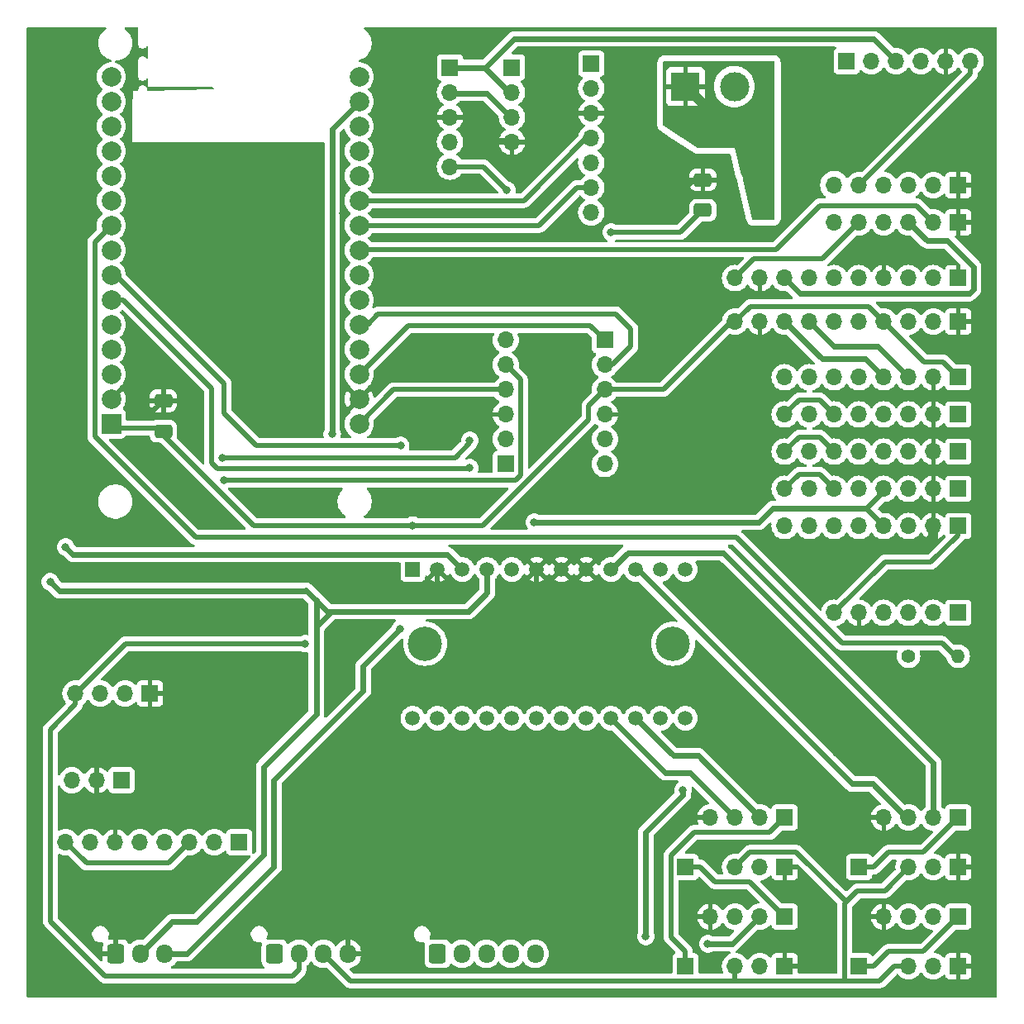
<source format=gbr>
%TF.GenerationSoftware,KiCad,Pcbnew,8.0.3*%
%TF.CreationDate,2024-11-19T22:16:28+01:00*%
%TF.ProjectId,weerstation-main,77656572-7374-4617-9469-6f6e2d6d6169,rev?*%
%TF.SameCoordinates,Original*%
%TF.FileFunction,Copper,L1,Top*%
%TF.FilePolarity,Positive*%
%FSLAX46Y46*%
G04 Gerber Fmt 4.6, Leading zero omitted, Abs format (unit mm)*
G04 Created by KiCad (PCBNEW 8.0.3) date 2024-11-19 22:16:28*
%MOMM*%
%LPD*%
G01*
G04 APERTURE LIST*
G04 Aperture macros list*
%AMRoundRect*
0 Rectangle with rounded corners*
0 $1 Rounding radius*
0 $2 $3 $4 $5 $6 $7 $8 $9 X,Y pos of 4 corners*
0 Add a 4 corners polygon primitive as box body*
4,1,4,$2,$3,$4,$5,$6,$7,$8,$9,$2,$3,0*
0 Add four circle primitives for the rounded corners*
1,1,$1+$1,$2,$3*
1,1,$1+$1,$4,$5*
1,1,$1+$1,$6,$7*
1,1,$1+$1,$8,$9*
0 Add four rect primitives between the rounded corners*
20,1,$1+$1,$2,$3,$4,$5,0*
20,1,$1+$1,$4,$5,$6,$7,0*
20,1,$1+$1,$6,$7,$8,$9,0*
20,1,$1+$1,$8,$9,$2,$3,0*%
G04 Aperture macros list end*
%TA.AperFunction,ComponentPad*%
%ADD10C,1.400000*%
%TD*%
%TA.AperFunction,ComponentPad*%
%ADD11O,1.400000X1.400000*%
%TD*%
%TA.AperFunction,SMDPad,CuDef*%
%ADD12RoundRect,0.250000X0.650000X-0.412500X0.650000X0.412500X-0.650000X0.412500X-0.650000X-0.412500X0*%
%TD*%
%TA.AperFunction,ComponentPad*%
%ADD13RoundRect,0.250000X-0.600000X-0.725000X0.600000X-0.725000X0.600000X0.725000X-0.600000X0.725000X0*%
%TD*%
%TA.AperFunction,ComponentPad*%
%ADD14O,1.700000X1.950000*%
%TD*%
%TA.AperFunction,ComponentPad*%
%ADD15R,1.700000X1.700000*%
%TD*%
%TA.AperFunction,ComponentPad*%
%ADD16O,1.700000X1.700000*%
%TD*%
%TA.AperFunction,ComponentPad*%
%ADD17R,1.508000X1.508000*%
%TD*%
%TA.AperFunction,ComponentPad*%
%ADD18C,1.508000*%
%TD*%
%TA.AperFunction,ComponentPad*%
%ADD19C,3.516000*%
%TD*%
%TA.AperFunction,ComponentPad*%
%ADD20R,3.000000X3.000000*%
%TD*%
%TA.AperFunction,ComponentPad*%
%ADD21C,3.000000*%
%TD*%
%TA.AperFunction,ComponentPad*%
%ADD22R,2.000000X2.000000*%
%TD*%
%TA.AperFunction,ComponentPad*%
%ADD23C,2.000000*%
%TD*%
%TA.AperFunction,ViaPad*%
%ADD24C,0.800000*%
%TD*%
%TA.AperFunction,Conductor*%
%ADD25C,0.600000*%
%TD*%
%TA.AperFunction,Conductor*%
%ADD26C,0.500000*%
%TD*%
%TA.AperFunction,Conductor*%
%ADD27C,1.000000*%
%TD*%
G04 APERTURE END LIST*
D10*
%TO.P,R1,1*%
%TO.N,Net-(JP3-C)*%
X104140000Y-77470000D03*
D11*
%TO.P,R1,2*%
%TO.N,Net-(J25-Pin_1)*%
X109220000Y-77470000D03*
%TD*%
D12*
%TO.P,C8,1*%
%TO.N,+5V*%
X83058000Y-31788500D03*
%TO.P,C8,2*%
%TO.N,GND*%
X83058000Y-28663500D03*
%TD*%
%TO.P,C1,1*%
%TO.N,+3.3V*%
X27787600Y-54415500D03*
%TO.P,C1,2*%
%TO.N,GND*%
X27787600Y-51290500D03*
%TD*%
D13*
%TO.P,J2,1,Pin_1*%
%TO.N,regen-digitaal*%
X55880000Y-107950000D03*
D14*
%TO.P,J2,2,Pin_2*%
%TO.N,ADC4 alert*%
X58380000Y-107950000D03*
%TO.P,J2,3,Pin_3*%
%TO.N,ADC3 alert*%
X60880000Y-107950000D03*
%TO.P,J2,4,Pin_4*%
%TO.N,ADC2 alert*%
X63380000Y-107950000D03*
%TO.P,J2,5,Pin_5*%
%TO.N,ADC1 alert*%
X65880000Y-107950000D03*
%TD*%
D15*
%TO.P,J21,1,Pin_1*%
%TO.N,Net-(J21-Pin_1)*%
X91440000Y-93980000D03*
D16*
%TO.P,J21,2,Pin_2*%
%TO.N,Net-(J21-Pin_2)*%
X88900000Y-93980000D03*
%TO.P,J21,3,Pin_3*%
%TO.N,Net-(J21-Pin_3)*%
X86360000Y-93980000D03*
%TO.P,J21,4,Pin_4*%
%TO.N,GND*%
X83820000Y-93980000D03*
%TD*%
D15*
%TO.P,J8,1,Pin_1*%
%TO.N,+3.3V*%
X109220000Y-60325000D03*
D16*
%TO.P,J8,2,Pin_2*%
%TO.N,GND*%
X106680000Y-60325000D03*
%TO.P,J8,3,Pin_3*%
%TO.N,sda*%
X104140000Y-60325000D03*
%TO.P,J8,4,Pin_4*%
%TO.N,scl*%
X101600000Y-60325000D03*
%TO.P,J8,5,Pin_5*%
%TO.N,unconnected-(J8-Pin_5-Pad5)*%
X99060000Y-60325000D03*
%TO.P,J8,6,Pin_6*%
%TO.N,Net-(J8-Pin_6)*%
X96520000Y-60325000D03*
%TO.P,J8,7,Pin_7*%
%TO.N,unconnected-(J8-Pin_7-Pad7)*%
X93980000Y-60325000D03*
%TO.P,J8,8,Pin_8*%
%TO.N,Net-(J8-Pin_6)*%
X91440000Y-60325000D03*
%TD*%
D15*
%TO.P,J34,1,Pin_1*%
%TO.N,hv4*%
X62865000Y-57785000D03*
D16*
%TO.P,J34,2,Pin_2*%
%TO.N,hv3*%
X62865000Y-55245000D03*
%TO.P,J34,3,Pin_3*%
%TO.N,GND*%
X62865000Y-52705000D03*
%TO.P,J34,4,Pin_4*%
%TO.N,+5V*%
X62865000Y-50165000D03*
%TO.P,J34,5,Pin_5*%
%TO.N,hv2*%
X62865000Y-47625000D03*
%TO.P,J34,6,Pin_6*%
%TO.N,hv1*%
X62865000Y-45085000D03*
%TD*%
D15*
%TO.P,J6,1,Pin_1*%
%TO.N,GND*%
X109220000Y-99060000D03*
D16*
%TO.P,J6,2,Pin_2*%
%TO.N,unconnected-(J6-Pin_2-Pad2)*%
X106680000Y-99060000D03*
%TO.P,J6,3,Pin_3*%
%TO.N,+3.3V*%
X104140000Y-99060000D03*
%TD*%
D15*
%TO.P,J4,1,Pin_1*%
%TO.N,unconnected-(J4-Pin_1-Pad1)*%
X97790000Y-16510000D03*
D16*
%TO.P,J4,2,Pin_2*%
%TO.N,unconnected-(J4-Pin_2-Pad2)*%
X100330000Y-16510000D03*
%TO.P,J4,3,Pin_3*%
%TO.N,sda*%
X102870000Y-16510000D03*
%TO.P,J4,4,Pin_4*%
%TO.N,scl*%
X105410000Y-16510000D03*
%TO.P,J4,5,Pin_5*%
%TO.N,GND*%
X107950000Y-16510000D03*
%TO.P,J4,6,Pin_6*%
%TO.N,+3.3V*%
X110490000Y-16510000D03*
%TD*%
D15*
%TO.P,J28,1,Pin_1*%
%TO.N,Net-(J28-Pin_1)*%
X23495000Y-90170000D03*
D16*
%TO.P,J28,2,Pin_2*%
%TO.N,GND*%
X20955000Y-90170000D03*
%TO.P,J28,3,Pin_3*%
%TO.N,+3.3V*%
X18415000Y-90170000D03*
%TD*%
D15*
%TO.P,J29,1,Pin_1*%
%TO.N,GND*%
X109220000Y-38735000D03*
D16*
%TO.P,J29,2,Pin_2*%
%TO.N,unconnected-(J29-Pin_2-Pad2)*%
X106680000Y-38735000D03*
%TO.P,J29,3,Pin_3*%
%TO.N,unconnected-(J29-Pin_3-Pad3)*%
X104140000Y-38735000D03*
%TO.P,J29,4,Pin_4*%
%TO.N,GND*%
X101600000Y-38735000D03*
%TO.P,J29,5,Pin_5*%
%TO.N,unconnected-(J29-Pin_5-Pad5)*%
X99060000Y-38735000D03*
%TO.P,J29,6,Pin_6*%
%TO.N,unconnected-(J29-Pin_6-Pad6)*%
X96520000Y-38735000D03*
%TO.P,J29,7,Pin_7*%
%TO.N,sda*%
X93980000Y-38735000D03*
%TO.P,J29,8,Pin_8*%
%TO.N,scl*%
X91440000Y-38735000D03*
%TO.P,J29,9,Pin_9*%
%TO.N,GND*%
X88900000Y-38735000D03*
%TO.P,J29,10,Pin_10*%
%TO.N,+3.3V*%
X86360000Y-38735000D03*
%TD*%
D15*
%TO.P,J20,1,Pin_1*%
%TO.N,GND*%
X91440000Y-99060000D03*
D16*
%TO.P,J20,2,Pin_2*%
%TO.N,unconnected-(J20-Pin_2-Pad2)*%
X88900000Y-99060000D03*
%TO.P,J20,3,Pin_3*%
%TO.N,+3.3V*%
X86360000Y-99060000D03*
%TD*%
D13*
%TO.P,J32,1,Pin_1*%
%TO.N,+12L*%
X39192000Y-107950000D03*
D14*
%TO.P,J32,2,Pin_2*%
%TO.N,+5V*%
X41692000Y-107950000D03*
%TO.P,J32,3,Pin_3*%
%TO.N,+3.3V*%
X44192000Y-107950000D03*
%TO.P,J32,4,Pin_4*%
%TO.N,GND*%
X46692000Y-107950000D03*
%TD*%
D15*
%TO.P,J31,1,Pin_1*%
%TO.N,lv1*%
X73025000Y-45085000D03*
D16*
%TO.P,J31,2,Pin_2*%
%TO.N,lv2*%
X73025000Y-47625000D03*
%TO.P,J31,3,Pin_3*%
%TO.N,+3.3V*%
X73025000Y-50165000D03*
%TO.P,J31,4,Pin_4*%
%TO.N,GND*%
X73025000Y-52705000D03*
%TO.P,J31,5,Pin_5*%
%TO.N,lv3*%
X73025000Y-55245000D03*
%TO.P,J31,6,Pin_6*%
%TO.N,lv4*%
X73025000Y-57785000D03*
%TD*%
D15*
%TO.P,J22,1,Pin_1*%
%TO.N,Net-(J21-Pin_1)*%
X81280000Y-109220000D03*
%TD*%
%TO.P,J3,1,Pin_1*%
%TO.N,+3.3V*%
X109220000Y-48895000D03*
D16*
%TO.P,J3,2,Pin_2*%
%TO.N,GND*%
X106680000Y-48895000D03*
%TO.P,J3,3,Pin_3*%
%TO.N,sda*%
X104140000Y-48895000D03*
%TO.P,J3,4,Pin_4*%
%TO.N,scl*%
X101600000Y-48895000D03*
%TO.P,J3,5,Pin_5*%
%TO.N,unconnected-(J3-Pin_5-Pad5)*%
X99060000Y-48895000D03*
%TO.P,J3,6,Pin_6*%
%TO.N,Net-(J3-Pin_6)*%
X96520000Y-48895000D03*
%TO.P,J3,7,Pin_7*%
%TO.N,unconnected-(J3-Pin_7-Pad7)*%
X93980000Y-48895000D03*
%TO.P,J3,8,Pin_8*%
%TO.N,Net-(J3-Pin_6)*%
X91440000Y-48895000D03*
%TD*%
D15*
%TO.P,J13,1,Pin_1*%
%TO.N,GND*%
X109220000Y-109220000D03*
D16*
%TO.P,J13,2,Pin_2*%
%TO.N,unconnected-(J13-Pin_2-Pad2)*%
X106680000Y-109220000D03*
%TO.P,J13,3,Pin_3*%
%TO.N,+3.3V*%
X104140000Y-109220000D03*
%TD*%
D15*
%TO.P,J25,1,Pin_1*%
%TO.N,Net-(J25-Pin_1)*%
X109220000Y-73025000D03*
D16*
%TO.P,J25,2,Pin_2*%
%TO.N,unconnected-(J25-Pin_2-Pad2)*%
X106680000Y-73025000D03*
%TO.P,J25,3,Pin_3*%
%TO.N,sda*%
X104140000Y-73025000D03*
%TO.P,J25,4,Pin_4*%
%TO.N,scl*%
X101600000Y-73025000D03*
%TO.P,J25,5,Pin_5*%
%TO.N,GND*%
X99060000Y-73025000D03*
%TO.P,J25,6,Pin_6*%
%TO.N,+3.3V*%
X96520000Y-73025000D03*
%TD*%
D15*
%TO.P,J30,1,Pin_1*%
%TO.N,+3.3V*%
X109220000Y-64135000D03*
D16*
%TO.P,J30,2,Pin_2*%
%TO.N,GND*%
X106680000Y-64135000D03*
%TO.P,J30,3,Pin_3*%
%TO.N,sda*%
X104140000Y-64135000D03*
%TO.P,J30,4,Pin_4*%
%TO.N,scl*%
X101600000Y-64135000D03*
%TO.P,J30,5,Pin_5*%
%TO.N,unconnected-(J30-Pin_5-Pad5)*%
X99060000Y-64135000D03*
%TO.P,J30,6,Pin_6*%
%TO.N,Net-(J30-Pin_6)*%
X96520000Y-64135000D03*
%TO.P,J30,7,Pin_7*%
%TO.N,unconnected-(J30-Pin_7-Pad7)*%
X93980000Y-64135000D03*
%TO.P,J30,8,Pin_8*%
%TO.N,Net-(J30-Pin_6)*%
X91440000Y-64135000D03*
%TD*%
D15*
%TO.P,J17,1,Pin_1*%
%TO.N,GND*%
X91440000Y-109220000D03*
D16*
%TO.P,J17,2,Pin_2*%
%TO.N,unconnected-(J17-Pin_2-Pad2)*%
X88900000Y-109220000D03*
%TO.P,J17,3,Pin_3*%
%TO.N,+3.3V*%
X86360000Y-109220000D03*
%TD*%
D15*
%TO.P,J24,1,Pin_1*%
%TO.N,sda*%
X57150000Y-17150000D03*
D16*
%TO.P,J24,2,Pin_2*%
%TO.N,scl*%
X57150000Y-19690000D03*
%TO.P,J24,3,Pin_3*%
%TO.N,GND*%
X57150000Y-22230000D03*
%TO.P,J24,4,Pin_4*%
%TO.N,unconnected-(J24-Pin_4-Pad4)*%
X57150000Y-24770000D03*
%TO.P,J24,5,Pin_5*%
%TO.N,+3.3V*%
X57150000Y-27310000D03*
%TD*%
D15*
%TO.P,J1,1,Pin_1*%
%TO.N,tx0*%
X71628000Y-16764000D03*
D16*
%TO.P,J1,2,Pin_2*%
%TO.N,rx0*%
X71628000Y-19304000D03*
%TO.P,J1,3,Pin_3*%
%TO.N,GND*%
X71628000Y-21844000D03*
%TO.P,J1,4,Pin_4*%
%TO.N,2.5um*%
X71628000Y-24384000D03*
%TO.P,J1,5,Pin_5*%
%TO.N,+5V*%
X71628000Y-26924000D03*
%TO.P,J1,6,Pin_6*%
%TO.N,1um*%
X71628000Y-29464000D03*
%TO.P,J1,7,Pin_7*%
%TO.N,unconnected-(J1-Pin_7-Pad7)*%
X71628000Y-32004000D03*
%TD*%
D15*
%TO.P,J5,1,Pin_1*%
%TO.N,+3.3V*%
X109220000Y-52705000D03*
D16*
%TO.P,J5,2,Pin_2*%
%TO.N,GND*%
X106680000Y-52705000D03*
%TO.P,J5,3,Pin_3*%
%TO.N,sda*%
X104140000Y-52705000D03*
%TO.P,J5,4,Pin_4*%
%TO.N,scl*%
X101600000Y-52705000D03*
%TO.P,J5,5,Pin_5*%
%TO.N,unconnected-(J5-Pin_5-Pad5)*%
X99060000Y-52705000D03*
%TO.P,J5,6,Pin_6*%
%TO.N,Net-(J5-Pin_6)*%
X96520000Y-52705000D03*
%TO.P,J5,7,Pin_7*%
%TO.N,unconnected-(J5-Pin_7-Pad7)*%
X93980000Y-52705000D03*
%TO.P,J5,8,Pin_8*%
%TO.N,Net-(J5-Pin_6)*%
X91440000Y-52705000D03*
%TD*%
D15*
%TO.P,J10,1,Pin_1*%
%TO.N,GND*%
X109220000Y-33020000D03*
D16*
%TO.P,J10,2,Pin_2*%
%TO.N,Net-(J10-Pin_2)*%
X106680000Y-33020000D03*
%TO.P,J10,3,Pin_3*%
%TO.N,scl*%
X104140000Y-33020000D03*
%TO.P,J10,4,Pin_4*%
%TO.N,sda*%
X101600000Y-33020000D03*
%TO.P,J10,5,Pin_5*%
%TO.N,+3.3V*%
X99060000Y-33020000D03*
%TO.P,J10,6,Pin_6*%
%TO.N,Net-(J10-Pin_6)*%
X96520000Y-33020000D03*
%TD*%
D17*
%TO.P,U3,1,VIN*%
%TO.N,+3.3V*%
X53340000Y-68580000D03*
D18*
%TO.P,U3,2,GND*%
%TO.N,GND*%
X55880000Y-68580000D03*
%TO.P,U3,3,SDA*%
%TO.N,sda*%
X58420000Y-68580000D03*
%TO.P,U3,4,SCL*%
%TO.N,scl*%
X60960000Y-68580000D03*
%TO.P,U3,5,RST*%
%TO.N,Net-(U1-D34)*%
X63500000Y-68580000D03*
%TO.P,U3,6,A0*%
%TO.N,GND*%
X66040000Y-68580000D03*
%TO.P,U3,7,A1*%
X68580000Y-68580000D03*
%TO.P,U3,8,A2*%
X71120000Y-68580000D03*
%TO.P,U3,9,SDA0*%
%TO.N,Net-(J11-Pin_2)*%
X73660000Y-68580000D03*
%TO.P,U3,10,SCL0*%
%TO.N,Net-(J11-Pin_3)*%
X76200000Y-68580000D03*
%TO.P,U3,11,SDA1*%
%TO.N,Net-(J14-Pin_2)*%
X78740000Y-68580000D03*
%TO.P,U3,12,SCL1*%
%TO.N,Net-(J14-Pin_3)*%
X81280000Y-68580000D03*
%TO.P,U3,13,SDA2*%
%TO.N,Net-(J18-Pin_2)*%
X81280000Y-83820000D03*
%TO.P,U3,14,SCL2*%
%TO.N,Net-(J18-Pin_3)*%
X78740000Y-83820000D03*
%TO.P,U3,15,SDA3*%
%TO.N,Net-(J21-Pin_2)*%
X76200000Y-83820000D03*
%TO.P,U3,16,SCL3*%
%TO.N,Net-(J21-Pin_3)*%
X73660000Y-83820000D03*
%TO.P,U3,17,SDA4*%
%TO.N,unconnected-(U3-SDA4-Pad17)*%
X71120000Y-83820000D03*
%TO.P,U3,18,SCL4*%
%TO.N,unconnected-(U3-SCL4-Pad18)*%
X68580000Y-83820000D03*
%TO.P,U3,19,SDA5*%
%TO.N,unconnected-(U3-SDA5-Pad19)*%
X66040000Y-83820000D03*
%TO.P,U3,20,SCL5*%
%TO.N,unconnected-(U3-SCL5-Pad20)*%
X63500000Y-83820000D03*
%TO.P,U3,21,SDA6*%
%TO.N,unconnected-(U3-SDA6-Pad21)*%
X60960000Y-83820000D03*
%TO.P,U3,22,SCL6*%
%TO.N,unconnected-(U3-SCL6-Pad22)*%
X58420000Y-83820000D03*
%TO.P,U3,23,SDA7*%
%TO.N,unconnected-(U3-SDA7-Pad23)*%
X55880000Y-83820000D03*
%TO.P,U3,24,SCL7*%
%TO.N,unconnected-(U3-SCL7-Pad24)*%
X53340000Y-83820000D03*
D19*
%TO.P,U3,P1*%
%TO.N,N/C*%
X54610000Y-76200000D03*
%TO.P,U3,P2*%
X80010000Y-76200000D03*
%TD*%
D13*
%TO.P,J16,1,Pin_1*%
%TO.N,GND*%
X22940000Y-107950000D03*
D14*
%TO.P,J16,2,Pin_2*%
%TO.N,scl*%
X25440000Y-107950000D03*
%TO.P,J16,3,Pin_3*%
%TO.N,sda*%
X27940000Y-107950000D03*
%TD*%
D20*
%TO.P,J35,1,Pin_1*%
%TO.N,+5VL*%
X81280000Y-19117500D03*
D21*
%TO.P,J35,2,Pin_2*%
%TO.N,GND*%
X86280000Y-19117500D03*
%TD*%
D15*
%TO.P,J9,1,Pin_1*%
%TO.N,GND*%
X109220000Y-43180000D03*
D16*
%TO.P,J9,2,Pin_2*%
%TO.N,unconnected-(J9-Pin_2-Pad2)*%
X106680000Y-43180000D03*
%TO.P,J9,3,Pin_3*%
%TO.N,unconnected-(J9-Pin_3-Pad3)*%
X104140000Y-43180000D03*
%TO.P,J9,4,Pin_4*%
%TO.N,+3.3V*%
X101600000Y-43180000D03*
%TO.P,J9,5,Pin_5*%
%TO.N,unconnected-(J9-Pin_5-Pad5)*%
X99060000Y-43180000D03*
%TO.P,J9,6,Pin_6*%
%TO.N,unconnected-(J9-Pin_6-Pad6)*%
X96520000Y-43180000D03*
%TO.P,J9,7,Pin_7*%
%TO.N,sda*%
X93980000Y-43180000D03*
%TO.P,J9,8,Pin_8*%
%TO.N,scl*%
X91440000Y-43180000D03*
%TO.P,J9,9,Pin_9*%
%TO.N,GND*%
X88900000Y-43180000D03*
%TO.P,J9,10,Pin_10*%
%TO.N,+3.3V*%
X86360000Y-43180000D03*
%TD*%
D15*
%TO.P,J15,1,Pin_1*%
%TO.N,Net-(J14-Pin_1)*%
X99060000Y-109220000D03*
%TD*%
%TO.P,J7,1,Pin_1*%
%TO.N,+3.3V*%
X109220000Y-56515000D03*
D16*
%TO.P,J7,2,Pin_2*%
%TO.N,GND*%
X106680000Y-56515000D03*
%TO.P,J7,3,Pin_3*%
%TO.N,sda*%
X104140000Y-56515000D03*
%TO.P,J7,4,Pin_4*%
%TO.N,scl*%
X101600000Y-56515000D03*
%TO.P,J7,5,Pin_5*%
%TO.N,unconnected-(J7-Pin_5-Pad5)*%
X99060000Y-56515000D03*
%TO.P,J7,6,Pin_6*%
%TO.N,Net-(J7-Pin_6)*%
X96520000Y-56515000D03*
%TO.P,J7,7,Pin_7*%
%TO.N,unconnected-(J7-Pin_7-Pad7)*%
X93980000Y-56515000D03*
%TO.P,J7,8,Pin_8*%
%TO.N,Net-(J7-Pin_6)*%
X91440000Y-56515000D03*
%TD*%
D15*
%TO.P,J14,1,Pin_1*%
%TO.N,Net-(J14-Pin_1)*%
X109220000Y-104140000D03*
D16*
%TO.P,J14,2,Pin_2*%
%TO.N,Net-(J14-Pin_2)*%
X106680000Y-104140000D03*
%TO.P,J14,3,Pin_3*%
%TO.N,Net-(J14-Pin_3)*%
X104140000Y-104140000D03*
%TO.P,J14,4,Pin_4*%
%TO.N,GND*%
X101600000Y-104140000D03*
%TD*%
D15*
%TO.P,J18,1,Pin_1*%
%TO.N,Net-(J18-Pin_1)*%
X91440000Y-104140000D03*
D16*
%TO.P,J18,2,Pin_2*%
%TO.N,Net-(J18-Pin_2)*%
X88900000Y-104140000D03*
%TO.P,J18,3,Pin_3*%
%TO.N,Net-(J18-Pin_3)*%
X86360000Y-104140000D03*
%TO.P,J18,4,Pin_4*%
%TO.N,GND*%
X83820000Y-104140000D03*
%TD*%
D15*
%TO.P,J19,1,Pin_1*%
%TO.N,Net-(J18-Pin_1)*%
X81280000Y-99060000D03*
%TD*%
D22*
%TO.P,U1,1,3V3*%
%TO.N,+3.3V*%
X22453600Y-53665800D03*
D23*
%TO.P,U1,2,GND*%
%TO.N,GND*%
X22453600Y-51125800D03*
%TO.P,U1,3,D15*%
%TO.N,unconnected-(U1-D15-Pad3)*%
X22453600Y-48585800D03*
%TO.P,U1,4,D2*%
%TO.N,unconnected-(U1-D2-Pad4)*%
X22453600Y-46045800D03*
%TO.P,U1,5,D4*%
%TO.N,ens160 interupt*%
X22453600Y-43505800D03*
%TO.P,U1,6,RX2*%
%TO.N,tx0*%
X22453600Y-40965800D03*
%TO.P,U1,7,TX2*%
%TO.N,rx0*%
X22453600Y-38425800D03*
%TO.P,U1,8,D5*%
%TO.N,unconnected-(U1-D5-Pad8)*%
X22453600Y-35885800D03*
%TO.P,U1,9,D18*%
%TO.N,Net-(J25-Pin_1)*%
X22453600Y-33345800D03*
%TO.P,U1,10,D19*%
%TO.N,unconnected-(U1-D19-Pad10)*%
X22453600Y-30805800D03*
%TO.P,U1,11,D21*%
%TO.N,sda*%
X22453600Y-28265800D03*
%TO.P,U1,12,RX0*%
%TO.N,unconnected-(U1-RX0-Pad12)*%
X22453600Y-25725800D03*
%TO.P,U1,13,TX0*%
%TO.N,unconnected-(U1-TX0-Pad13)*%
X22453600Y-23185800D03*
%TO.P,U1,14,D22*%
%TO.N,scl*%
X22453600Y-20645800D03*
%TO.P,U1,15,D23*%
%TO.N,Net-(J28-Pin_1)*%
X22453600Y-18105800D03*
%TO.P,U1,16,EN*%
%TO.N,unconnected-(U1-EN-Pad16)*%
X47853600Y-18105800D03*
%TO.P,U1,17,VP*%
%TO.N,ADC3 alert*%
X47853600Y-20645800D03*
%TO.P,U1,18,VN*%
%TO.N,ADC4 alert*%
X47853600Y-23185800D03*
%TO.P,U1,19,D34*%
%TO.N,ADC1 alert*%
X47853600Y-25725800D03*
%TO.P,U1,20,D35*%
%TO.N,ADC2 alert*%
X47853600Y-28265800D03*
%TO.P,U1,21,D32*%
%TO.N,2.5um*%
X47853600Y-30805800D03*
%TO.P,U1,22,D33*%
%TO.N,1um*%
X47853600Y-33345800D03*
%TO.P,U1,23,D25*%
%TO.N,Net-(J10-Pin_2)*%
X47853600Y-35885800D03*
%TO.P,U1,24,D26*%
%TO.N,regen-digitaal*%
X47853600Y-38425800D03*
%TO.P,U1,25,D27*%
%TO.N,reset-multiplex1*%
X47853600Y-40965800D03*
%TO.P,U1,26,D14*%
%TO.N,lv2*%
X47853600Y-43505800D03*
%TO.P,U1,27,D12*%
%TO.N,unconnected-(U1-D12-Pad27)*%
X47853600Y-46045800D03*
%TO.P,U1,28,D13*%
%TO.N,lv1*%
X47853600Y-48585800D03*
%TO.P,U1,29,GND__1*%
%TO.N,GND*%
X47853600Y-51125800D03*
%TO.P,U1,30,VIN*%
%TO.N,+5V*%
X47853600Y-53665800D03*
%TD*%
D15*
%TO.P,J33,1,Pin_1*%
%TO.N,GND*%
X109220000Y-29210000D03*
D16*
%TO.P,J33,2,Pin_2*%
%TO.N,Net-(J10-Pin_2)*%
X106680000Y-29210000D03*
%TO.P,J33,3,Pin_3*%
%TO.N,scl*%
X104140000Y-29210000D03*
%TO.P,J33,4,Pin_4*%
%TO.N,sda*%
X101600000Y-29210000D03*
%TO.P,J33,5,Pin_5*%
%TO.N,+3.3V*%
X99060000Y-29210000D03*
%TO.P,J33,6,Pin_6*%
%TO.N,Net-(J33-Pin_6)*%
X96520000Y-29210000D03*
%TD*%
D15*
%TO.P,J27,1,Pin_1*%
%TO.N,ens160 interupt*%
X35560000Y-96520000D03*
D16*
%TO.P,J27,2,Pin_2*%
%TO.N,unconnected-(J27-Pin_2-Pad2)*%
X33020000Y-96520000D03*
%TO.P,J27,3,Pin_3*%
%TO.N,+3.3V*%
X30480000Y-96520000D03*
%TO.P,J27,4,Pin_4*%
%TO.N,Net-(J27-Pin_4)*%
X27940000Y-96520000D03*
%TO.P,J27,5,Pin_5*%
%TO.N,Net-(J27-Pin_5)*%
X25400000Y-96520000D03*
%TO.P,J27,6,Pin_6*%
%TO.N,GND*%
X22860000Y-96520000D03*
%TO.P,J27,7,Pin_7*%
%TO.N,unconnected-(J27-Pin_7-Pad7)*%
X20320000Y-96520000D03*
%TO.P,J27,8,Pin_8*%
%TO.N,+3.3V*%
X17780000Y-96520000D03*
%TD*%
D15*
%TO.P,J26,1,Pin_1*%
%TO.N,GND*%
X26416000Y-81280000D03*
D16*
%TO.P,J26,2,Pin_2*%
%TO.N,hv2*%
X23876000Y-81280000D03*
%TO.P,J26,3,Pin_3*%
%TO.N,hv1*%
X21336000Y-81280000D03*
%TO.P,J26,4,Pin_4*%
%TO.N,+5V*%
X18796000Y-81280000D03*
%TD*%
D15*
%TO.P,J11,1,Pin_1*%
%TO.N,Net-(J11-Pin_1)*%
X109220000Y-93980000D03*
D16*
%TO.P,J11,2,Pin_2*%
%TO.N,Net-(J11-Pin_2)*%
X106680000Y-93980000D03*
%TO.P,J11,3,Pin_3*%
%TO.N,Net-(J11-Pin_3)*%
X104140000Y-93980000D03*
%TO.P,J11,4,Pin_4*%
%TO.N,GND*%
X101600000Y-93980000D03*
%TD*%
D15*
%TO.P,J12,1,Pin_1*%
%TO.N,Net-(J11-Pin_1)*%
X99060000Y-99060000D03*
%TD*%
%TO.P,J23,1,Pin_1*%
%TO.N,+3.3V*%
X63500000Y-17150000D03*
D16*
%TO.P,J23,2,Pin_2*%
%TO.N,sda*%
X63500000Y-19690000D03*
%TO.P,J23,3,Pin_3*%
%TO.N,scl*%
X63500000Y-22230000D03*
%TO.P,J23,4,Pin_4*%
%TO.N,GND*%
X63500000Y-24770000D03*
%TD*%
D24*
%TO.N,GND*%
X67157600Y-20878800D03*
X46228000Y-32131000D03*
X85090000Y-58420000D03*
X78740000Y-54356000D03*
X18288000Y-29718000D03*
X17272000Y-18034000D03*
X53086000Y-23114000D03*
X55118000Y-32004000D03*
X67818000Y-30226000D03*
X76708000Y-16256000D03*
X93218000Y-17018000D03*
X98806000Y-24892000D03*
X109728000Y-24384000D03*
X102362000Y-36068000D03*
X109474000Y-69596000D03*
X95758000Y-68326000D03*
X90678000Y-74676000D03*
X30226000Y-90170000D03*
X27940000Y-101600000D03*
X34290000Y-107696000D03*
X62230000Y-93726000D03*
X47244000Y-90932000D03*
X45212000Y-96012000D03*
X37846000Y-83566000D03*
X38100000Y-69088000D03*
X19558000Y-59182000D03*
X32766000Y-35306000D03*
X27178000Y-57912000D03*
X30480000Y-68834000D03*
X43688000Y-68834000D03*
X43688000Y-61722000D03*
X37846000Y-61722000D03*
X52324000Y-61214000D03*
X59690000Y-62230000D03*
X47498000Y-76708000D03*
X47498000Y-70104000D03*
X42672000Y-34798000D03*
%TO.N,rx0*%
X52095400Y-55880000D03*
%TO.N,tx0*%
X59182000Y-58166000D03*
%TO.N,GND*%
X36322000Y-45466000D03*
X78740000Y-30226000D03*
X43434000Y-51054000D03*
X96520000Y-91440000D03*
X55372000Y-38100000D03*
X36322000Y-41656000D03*
X55372000Y-39624000D03*
X53187600Y-70764400D03*
X36322000Y-43434000D03*
X96774000Y-85852000D03*
X66040000Y-73660000D03*
X60452000Y-38608000D03*
X58928000Y-70612000D03*
X54229000Y-46659800D03*
X56388000Y-52832000D03*
X78740000Y-28702000D03*
X105664000Y-66294000D03*
X26143500Y-52276700D03*
X66040000Y-53594000D03*
X60452000Y-40132000D03*
X75184000Y-28194000D03*
X102362000Y-88900000D03*
X54381400Y-48336200D03*
X69850000Y-49530000D03*
X69850000Y-48260000D03*
X75184000Y-32004000D03*
X60960000Y-24638000D03*
X86144500Y-28663500D03*
X43434000Y-49022000D03*
X96774000Y-87376000D03*
X66040000Y-52324000D03*
X55981600Y-48209200D03*
X60706000Y-53340000D03*
X43434000Y-45974000D03*
X56007000Y-46685200D03*
X36068000Y-47244000D03*
X78740000Y-32004000D03*
X75184000Y-30226000D03*
X55372000Y-40640000D03*
X66040000Y-49784000D03*
X102362000Y-87376000D03*
X69850000Y-50800000D03*
X56388000Y-51816000D03*
X66040000Y-51054000D03*
X69850000Y-52070000D03*
X92710000Y-91440000D03*
X60706000Y-51816000D03*
%TO.N,+5V*%
X73660000Y-34036000D03*
X42304300Y-76187900D03*
%TO.N,sda*%
X52070000Y-74676000D03*
X17780000Y-66294000D03*
%TO.N,scl*%
X65786000Y-63754000D03*
X16199000Y-69850000D03*
%TO.N,+3.3V*%
X53340000Y-64057300D03*
X62992000Y-29718000D03*
%TO.N,ADC3 alert*%
X45085000Y-54737000D03*
%TO.N,Net-(J18-Pin_2)*%
X83566000Y-106934000D03*
X77216000Y-106172000D03*
X81026000Y-91186000D03*
%TO.N,+5VL*%
X89154000Y-26924000D03*
X89154000Y-30988000D03*
%TO.N,hv1*%
X33813200Y-57130800D03*
X59182000Y-55372000D03*
%TO.N,hv2*%
X34036000Y-59436000D03*
%TD*%
D25*
%TO.N,scl*%
X43463900Y-71759500D02*
X43463900Y-74422000D01*
X43459400Y-71755000D02*
X43463900Y-71759500D01*
X17119300Y-70770300D02*
X16199000Y-69850000D01*
X42361300Y-70770300D02*
X17119300Y-70770300D01*
X42418000Y-70713600D02*
X42361300Y-70770300D01*
X44987900Y-72898000D02*
X44602400Y-72898000D01*
X44602400Y-72898000D02*
X42418000Y-70713600D01*
X43463900Y-74422000D02*
X43463900Y-83430400D01*
D26*
%TO.N,GND*%
X55880000Y-69850000D02*
X55880000Y-68580000D01*
X58928000Y-70612000D02*
X56642000Y-70612000D01*
X56642000Y-70612000D02*
X55880000Y-69850000D01*
X66040000Y-68580000D02*
X66040000Y-73660000D01*
D25*
%TO.N,ADC3 alert*%
X45085000Y-23414400D02*
X47853600Y-20645800D01*
X45085000Y-54737000D02*
X45085000Y-23414400D01*
D27*
%TO.N,+5VL*%
X81347500Y-19117500D02*
X81280000Y-19117500D01*
X89154000Y-26924000D02*
X81347500Y-19117500D01*
D26*
%TO.N,2.5um*%
X47853600Y-30805800D02*
X64698200Y-30805800D01*
X64698200Y-30805800D02*
X71120000Y-24384000D01*
X71120000Y-24384000D02*
X71628000Y-24384000D01*
%TO.N,1um*%
X66244500Y-33345800D02*
X70126300Y-29464000D01*
X47853600Y-33345800D02*
X66244500Y-33345800D01*
X71628000Y-29464000D02*
X70126300Y-29464000D01*
%TO.N,rx0*%
X37338000Y-55880000D02*
X34036000Y-52578000D01*
X52095400Y-55880000D02*
X37338000Y-55880000D01*
X34036000Y-52578000D02*
X34036000Y-49530000D01*
X34036000Y-49530000D02*
X22931800Y-38425800D01*
X22931800Y-38425800D02*
X22453600Y-38425800D01*
%TO.N,tx0*%
X23693800Y-40965800D02*
X22453600Y-40965800D01*
X59182000Y-58166000D02*
X59095300Y-58252700D01*
X32743500Y-57641400D02*
X32743500Y-50015500D01*
X33354800Y-58252700D02*
X32743500Y-57641400D01*
X59095300Y-58252700D02*
X33354800Y-58252700D01*
X32743500Y-50015500D02*
X23693800Y-40965800D01*
%TO.N,GND*%
X26143500Y-52276700D02*
X26801400Y-52276700D01*
X82080500Y-28663500D02*
X78740000Y-32004000D01*
D27*
X106680000Y-65278000D02*
X106680000Y-64135000D01*
D26*
X83058000Y-28663500D02*
X82080500Y-28663500D01*
X86144500Y-28663500D02*
X83058000Y-28663500D01*
X47853600Y-51125800D02*
X48442200Y-51125800D01*
X60960000Y-24638000D02*
X63368000Y-24638000D01*
X78740000Y-28702000D02*
X78778500Y-28663500D01*
X78778500Y-28663500D02*
X83058000Y-28663500D01*
X92710000Y-91440000D02*
X96520000Y-91440000D01*
X106426000Y-64389000D02*
X106680000Y-64135000D01*
X26801400Y-52276700D02*
X27787600Y-51290500D01*
X63368000Y-24638000D02*
X63500000Y-24770000D01*
D27*
X105664000Y-66294000D02*
X106680000Y-65278000D01*
D26*
%TO.N,+5V*%
X16217900Y-104609900D02*
X16217900Y-84978800D01*
X83019500Y-31788500D02*
X80772000Y-34036000D01*
X18796000Y-82400700D02*
X18796000Y-81280000D01*
X62865000Y-50165000D02*
X51354400Y-50165000D01*
X16217900Y-84978800D02*
X18796000Y-82400700D01*
X73660000Y-34036000D02*
X74168000Y-34036000D01*
X51354400Y-50165000D02*
X47853600Y-53665800D01*
X18415000Y-81807500D02*
X18415000Y-81692700D01*
X80772000Y-34036000D02*
X73660000Y-34036000D01*
X18415000Y-81692700D02*
X23919800Y-76187900D01*
X18415000Y-81280000D02*
X18415000Y-81807500D01*
X41692000Y-107950000D02*
X41692000Y-109576700D01*
X41692000Y-109576700D02*
X41032700Y-110236000D01*
X21844000Y-110236000D02*
X16217900Y-104609900D01*
X83058000Y-31788500D02*
X83019500Y-31788500D01*
X23919800Y-76187900D02*
X42304300Y-76187900D01*
X41032700Y-110236000D02*
X21844000Y-110236000D01*
D25*
%TO.N,sda*%
X60682700Y-17150000D02*
X60739000Y-17206200D01*
X100928700Y-45683700D02*
X104140000Y-48895000D01*
X39116000Y-90170000D02*
X39116000Y-99060000D01*
X96483700Y-45683700D02*
X100928700Y-45683700D01*
X60739000Y-17206200D02*
X63721200Y-14224000D01*
X39116000Y-99060000D02*
X30226000Y-107950000D01*
X57150000Y-17150000D02*
X60682700Y-17150000D01*
X63721200Y-14224000D02*
X100584000Y-14224000D01*
X93980000Y-43180000D02*
X96483700Y-45683700D01*
X63222800Y-19690000D02*
X63500000Y-19690000D01*
X48260000Y-81026000D02*
X39116000Y-90170000D01*
X18542000Y-67056000D02*
X56896000Y-67056000D01*
X56896000Y-67056000D02*
X58420000Y-68580000D01*
X100584000Y-14224000D02*
X102870000Y-16510000D01*
X52070000Y-74676000D02*
X48260000Y-78486000D01*
X48260000Y-78486000D02*
X48260000Y-81026000D01*
X30226000Y-107950000D02*
X27940000Y-107950000D01*
X17780000Y-66294000D02*
X18542000Y-67056000D01*
X60739000Y-17206200D02*
X63222800Y-19690000D01*
%TO.N,scl*%
X110771700Y-39895800D02*
X110771700Y-37583400D01*
X99822000Y-62357000D02*
X101600000Y-60579000D01*
X65786000Y-63754000D02*
X88811400Y-63754000D01*
X90208400Y-62357000D02*
X99822000Y-62357000D01*
X106007700Y-34887700D02*
X104140000Y-33020000D01*
X110357700Y-40309800D02*
X110771700Y-39895800D01*
X60960000Y-19812000D02*
X57272000Y-19812000D01*
X99733800Y-47028800D02*
X101600000Y-48895000D01*
X57272000Y-19812000D02*
X57150000Y-19690000D01*
X63378000Y-22230000D02*
X60960000Y-19812000D01*
X25440000Y-107910000D02*
X28702000Y-104648000D01*
X25440000Y-107950000D02*
X25440000Y-107910000D01*
X88811400Y-63754000D02*
X90208400Y-62357000D01*
X91440000Y-43180000D02*
X95288800Y-47028800D01*
X60960000Y-68580000D02*
X60960000Y-70993000D01*
X28702000Y-104648000D02*
X31242000Y-104648000D01*
X99822000Y-62357000D02*
X101600000Y-64135000D01*
X110771700Y-37583400D02*
X108076000Y-34887700D01*
X31242000Y-104648000D02*
X38100000Y-97790000D01*
X59055000Y-72898000D02*
X44987900Y-72898000D01*
X108076000Y-34887700D02*
X106007700Y-34887700D01*
X91440000Y-38735000D02*
X93014800Y-40309800D01*
X93014800Y-40309800D02*
X110357700Y-40309800D01*
X44987900Y-72898000D02*
X43463900Y-74422000D01*
X38100000Y-88794300D02*
X43463900Y-83430400D01*
X101600000Y-60579000D02*
X101600000Y-60325000D01*
X63500000Y-22230000D02*
X63378000Y-22230000D01*
X95288800Y-47028800D02*
X99733800Y-47028800D01*
X38100000Y-97790000D02*
X38100000Y-88794300D01*
X60960000Y-70993000D02*
X59055000Y-72898000D01*
D26*
%TO.N,+3.3V*%
X106426000Y-67818000D02*
X109169200Y-65074800D01*
X87911700Y-41628300D02*
X100048300Y-41628300D01*
X17780000Y-96520000D02*
X19939000Y-98679000D01*
X73025000Y-50165000D02*
X79005150Y-50165000D01*
X105749800Y-47329800D02*
X101600000Y-43180000D01*
X37005000Y-64057300D02*
X27787600Y-54839900D01*
X104140000Y-109220000D02*
X102638300Y-109220000D01*
X86360000Y-43180000D02*
X87911700Y-41628300D01*
X101136600Y-110721700D02*
X102638300Y-109220000D01*
X99060000Y-33020000D02*
X95294000Y-36786000D01*
X62992000Y-29718000D02*
X60584000Y-27310000D01*
X28321000Y-98679000D02*
X30480000Y-96520000D01*
X27787600Y-54839900D02*
X27787600Y-54415500D01*
X97555400Y-110721700D02*
X101136600Y-110721700D01*
X27474100Y-54102000D02*
X27787600Y-54415500D01*
X88309000Y-36786000D02*
X86360000Y-38735000D01*
X96520000Y-73025000D02*
X101727000Y-67818000D01*
X109169200Y-64185800D02*
X109220000Y-64135000D01*
X22453600Y-53665800D02*
X22889800Y-54102000D01*
X51629500Y-64057300D02*
X37005000Y-64057300D01*
X97555400Y-110721700D02*
X86360000Y-110721700D01*
X98875700Y-101497400D02*
X97720500Y-102652600D01*
X86360000Y-99060000D02*
X87861700Y-97558300D01*
X86360000Y-110721700D02*
X46963700Y-110721700D01*
X92626200Y-97558300D02*
X97720500Y-102652600D01*
X97555400Y-102817700D02*
X97720500Y-102652600D01*
X85990150Y-43180000D02*
X86360000Y-43180000D01*
X110490000Y-16510000D02*
X110490000Y-17780000D01*
X95294000Y-36786000D02*
X88309000Y-36786000D01*
X22889800Y-54102000D02*
X27474100Y-54102000D01*
X19939000Y-98679000D02*
X28321000Y-98679000D01*
X101702600Y-101497400D02*
X98875700Y-101497400D01*
X109220000Y-48895000D02*
X107654800Y-47329800D01*
X104140000Y-99060000D02*
X101702600Y-101497400D01*
X100048300Y-41628300D02*
X101600000Y-43180000D01*
X109169200Y-65074800D02*
X109169200Y-64185800D01*
X51629500Y-64057300D02*
X53340000Y-64057300D01*
X107654800Y-47329800D02*
X105749800Y-47329800D01*
X97555400Y-110721700D02*
X97555400Y-102817700D01*
X86360000Y-109220000D02*
X86360000Y-110721700D01*
X101727000Y-67818000D02*
X106426000Y-67818000D01*
X60584000Y-27310000D02*
X57150000Y-27310000D01*
X46963700Y-110721700D02*
X44192000Y-107950000D01*
X110490000Y-17780000D02*
X99060000Y-29210000D01*
X87861700Y-97558300D02*
X92626200Y-97558300D01*
X79005150Y-50165000D02*
X85990150Y-43180000D01*
%TO.N,Net-(J11-Pin_1)*%
X100561700Y-99060000D02*
X102063400Y-97558300D01*
X102063400Y-97558300D02*
X105641700Y-97558300D01*
X105641700Y-97558300D02*
X109220000Y-93980000D01*
X99060000Y-99060000D02*
X100561700Y-99060000D01*
D25*
%TO.N,Net-(J11-Pin_3)*%
X103886000Y-93980000D02*
X104140000Y-93980000D01*
X76390500Y-68580000D02*
X98361500Y-90551000D01*
X76200000Y-68580000D02*
X76390500Y-68580000D01*
X100457000Y-90551000D02*
X103886000Y-93980000D01*
X98361500Y-90551000D02*
X100457000Y-90551000D01*
%TO.N,Net-(J11-Pin_2)*%
X73660000Y-68580000D02*
X75361800Y-66878200D01*
X75361800Y-66878200D02*
X85166200Y-66878200D01*
X106680000Y-88392000D02*
X106680000Y-93980000D01*
X85166200Y-66878200D02*
X106680000Y-88392000D01*
D26*
%TO.N,Net-(J14-Pin_1)*%
X105641700Y-107718300D02*
X109220000Y-104140000D01*
X102063400Y-107718300D02*
X105641700Y-107718300D01*
X100561700Y-109220000D02*
X102063400Y-107718300D01*
X99060000Y-109220000D02*
X100561700Y-109220000D01*
%TO.N,Net-(J18-Pin_1)*%
X87861700Y-100561700D02*
X91440000Y-104140000D01*
X84283400Y-100561700D02*
X87861700Y-100561700D01*
X82781700Y-99060000D02*
X84283400Y-100561700D01*
X81280000Y-99060000D02*
X82781700Y-99060000D01*
D25*
%TO.N,Net-(J18-Pin_2)*%
X88900000Y-104140000D02*
X86106000Y-106934000D01*
X86106000Y-106934000D02*
X83566000Y-106934000D01*
X81026000Y-91694000D02*
X77216000Y-95504000D01*
X77216000Y-95504000D02*
X77216000Y-106172000D01*
X81026000Y-91186000D02*
X81026000Y-91694000D01*
%TO.N,Net-(J21-Pin_2)*%
X82590800Y-87670800D02*
X88900000Y-93980000D01*
X76200000Y-83820000D02*
X80050800Y-87670800D01*
X80050800Y-87670800D02*
X82590800Y-87670800D01*
%TO.N,Net-(J21-Pin_3)*%
X81788000Y-89408000D02*
X86360000Y-93980000D01*
X79248000Y-89408000D02*
X81788000Y-89408000D01*
X73660000Y-83820000D02*
X79248000Y-89408000D01*
D26*
%TO.N,Net-(J21-Pin_1)*%
X82171600Y-95520600D02*
X79778300Y-97913900D01*
X79778300Y-106216600D02*
X81280000Y-107718300D01*
X79778300Y-97913900D02*
X79778300Y-106216600D01*
X91440000Y-93980000D02*
X89899400Y-95520600D01*
X89899400Y-95520600D02*
X82171600Y-95520600D01*
X81280000Y-109220000D02*
X81280000Y-107718300D01*
%TO.N,Net-(J25-Pin_1)*%
X22453600Y-33345800D02*
X20785200Y-35014200D01*
X20785200Y-35014200D02*
X20785200Y-54978500D01*
X97307500Y-76118300D02*
X107538100Y-76118300D01*
X86467200Y-65278000D02*
X97307500Y-76118300D01*
X20785200Y-54978500D02*
X31084700Y-65278000D01*
X107538100Y-76118300D02*
X108889800Y-77470000D01*
X108889800Y-77470000D02*
X109220000Y-77470000D01*
X31084700Y-65278000D02*
X86467200Y-65278000D01*
%TO.N,hv1*%
X57677200Y-57130800D02*
X33813200Y-57130800D01*
X59182000Y-55626000D02*
X57677200Y-57130800D01*
X59182000Y-55372000D02*
X59182000Y-55626000D01*
%TO.N,hv2*%
X34036000Y-59436000D02*
X63878600Y-59436000D01*
X64378200Y-49138200D02*
X62865000Y-47625000D01*
X64378200Y-58936400D02*
X64378200Y-49138200D01*
X63878600Y-59436000D02*
X64378200Y-58936400D01*
%TO.N,lv2*%
X48696200Y-43505800D02*
X49784000Y-42418000D01*
X73787000Y-47625000D02*
X73025000Y-47625000D01*
X75692000Y-45720000D02*
X73787000Y-47625000D01*
X74168000Y-42418000D02*
X75692000Y-43942000D01*
X49784000Y-42418000D02*
X74168000Y-42418000D01*
X47853600Y-43505800D02*
X48696200Y-43505800D01*
X75692000Y-43942000D02*
X75692000Y-45720000D01*
%TO.N,lv1*%
X71523300Y-43583300D02*
X73025000Y-45085000D01*
X47853600Y-48585800D02*
X52856100Y-43583300D01*
X52856100Y-43583300D02*
X71523300Y-43583300D01*
%TO.N,Net-(J10-Pin_2)*%
X104970000Y-31310000D02*
X106680000Y-33020000D01*
X47925400Y-35814000D02*
X90534000Y-35814000D01*
X47853600Y-35885800D02*
X47925400Y-35814000D01*
X90534000Y-35814000D02*
X95038000Y-31310000D01*
X95038000Y-31310000D02*
X104970000Y-31310000D01*
%TO.N,Net-(J5-Pin_6)*%
X92955100Y-51189900D02*
X95004900Y-51189900D01*
X91440000Y-52705000D02*
X92955100Y-51189900D01*
X95004900Y-51189900D02*
X96520000Y-52705000D01*
%TO.N,Net-(J7-Pin_6)*%
X95004900Y-54999900D02*
X96520000Y-56515000D01*
X91440000Y-56515000D02*
X92955100Y-54999900D01*
X92955100Y-54999900D02*
X95004900Y-54999900D01*
%TO.N,Net-(J8-Pin_6)*%
X91440000Y-60325000D02*
X92955100Y-58809900D01*
X92955100Y-58809900D02*
X95004900Y-58809900D01*
X95004900Y-58809900D02*
X96520000Y-60325000D01*
%TO.N,+3.3V*%
X60532600Y-64057300D02*
X51629500Y-64057300D01*
X71374000Y-53215900D02*
X60532600Y-64057300D01*
X71374000Y-51816000D02*
X71374000Y-53215900D01*
X73025000Y-50165000D02*
X71374000Y-51816000D01*
%TD*%
%TA.AperFunction,Conductor*%
%TO.N,GND*%
G36*
X61744338Y-50935185D02*
G01*
X61778873Y-50968376D01*
X61826505Y-51036401D01*
X61993597Y-51203493D01*
X61993603Y-51203498D01*
X62179594Y-51333730D01*
X62223219Y-51388307D01*
X62230413Y-51457805D01*
X62198890Y-51520160D01*
X62179595Y-51536880D01*
X61993922Y-51666890D01*
X61993920Y-51666891D01*
X61826891Y-51833920D01*
X61826886Y-51833926D01*
X61691400Y-52027420D01*
X61691399Y-52027422D01*
X61591570Y-52241507D01*
X61591567Y-52241513D01*
X61534364Y-52454999D01*
X61534364Y-52455000D01*
X62431988Y-52455000D01*
X62399075Y-52512007D01*
X62365000Y-52639174D01*
X62365000Y-52770826D01*
X62399075Y-52897993D01*
X62431988Y-52955000D01*
X61534364Y-52955000D01*
X61591567Y-53168486D01*
X61591570Y-53168492D01*
X61691399Y-53382578D01*
X61826894Y-53576082D01*
X61993917Y-53743105D01*
X62143721Y-53848000D01*
X54864000Y-53848000D01*
X54864000Y-50915500D01*
X61677299Y-50915500D01*
X61744338Y-50935185D01*
G37*
%TD.AperFunction*%
%TD*%
%TA.AperFunction,Conductor*%
%TO.N,GND*%
G36*
X58699400Y-48920400D02*
G01*
X52019200Y-48920400D01*
X51790600Y-48691800D01*
X51790600Y-45710167D01*
X52695167Y-44805600D01*
X58699400Y-44805600D01*
X58699400Y-48920400D01*
G37*
%TD.AperFunction*%
%TD*%
%TA.AperFunction,Conductor*%
%TO.N,+5VL*%
G36*
X90367039Y-16529685D02*
G01*
X90412794Y-16582489D01*
X90424000Y-16634000D01*
X90424000Y-32642000D01*
X90404315Y-32709039D01*
X90351511Y-32754794D01*
X90300000Y-32766000D01*
X88235630Y-32766000D01*
X88168591Y-32746315D01*
X88122836Y-32693511D01*
X88115092Y-32671095D01*
X87153303Y-28686542D01*
X87151273Y-28669482D01*
X87150438Y-28669565D01*
X87130524Y-28467370D01*
X87130524Y-28467368D01*
X87073314Y-28278773D01*
X87047154Y-28229832D01*
X87035979Y-28200485D01*
X86360000Y-25400000D01*
X82586419Y-25400000D01*
X82519380Y-25380315D01*
X82519365Y-25380306D01*
X79050946Y-23150608D01*
X79005198Y-23097798D01*
X78994000Y-23046302D01*
X78994000Y-17569655D01*
X79280000Y-17569655D01*
X79280000Y-18867500D01*
X80679999Y-18867500D01*
X80654979Y-18927902D01*
X80630000Y-19053481D01*
X80630000Y-19181519D01*
X80654979Y-19307098D01*
X80679999Y-19367500D01*
X79280000Y-19367500D01*
X79280000Y-20665344D01*
X79286401Y-20724872D01*
X79286403Y-20724879D01*
X79336645Y-20859586D01*
X79336649Y-20859593D01*
X79422809Y-20974687D01*
X79422812Y-20974690D01*
X79537906Y-21060850D01*
X79537913Y-21060854D01*
X79672620Y-21111096D01*
X79672627Y-21111098D01*
X79732155Y-21117499D01*
X79732172Y-21117500D01*
X81030000Y-21117500D01*
X81030000Y-19717501D01*
X81090402Y-19742521D01*
X81215981Y-19767500D01*
X81344019Y-19767500D01*
X81469598Y-19742521D01*
X81530000Y-19717501D01*
X81530000Y-21117500D01*
X82827828Y-21117500D01*
X82827844Y-21117499D01*
X82887372Y-21111098D01*
X82887379Y-21111096D01*
X83022086Y-21060854D01*
X83022093Y-21060850D01*
X83137187Y-20974690D01*
X83137190Y-20974687D01*
X83223350Y-20859593D01*
X83223354Y-20859586D01*
X83273596Y-20724879D01*
X83273598Y-20724872D01*
X83279999Y-20665344D01*
X83280000Y-20665327D01*
X83280000Y-19367500D01*
X81880001Y-19367500D01*
X81905021Y-19307098D01*
X81930000Y-19181519D01*
X81930000Y-19117500D01*
X84174592Y-19117500D01*
X84194201Y-19404180D01*
X84252666Y-19685534D01*
X84252667Y-19685537D01*
X84348894Y-19956293D01*
X84348893Y-19956293D01*
X84481098Y-20211435D01*
X84646812Y-20446200D01*
X84731923Y-20537331D01*
X84842947Y-20656208D01*
X85065853Y-20837555D01*
X85311382Y-20986865D01*
X85481715Y-21060850D01*
X85574942Y-21101344D01*
X85851642Y-21178871D01*
X86101920Y-21213271D01*
X86136321Y-21218000D01*
X86136322Y-21218000D01*
X86423679Y-21218000D01*
X86454370Y-21213781D01*
X86708358Y-21178871D01*
X86985058Y-21101344D01*
X87098015Y-21052279D01*
X87248617Y-20986865D01*
X87248620Y-20986863D01*
X87248625Y-20986861D01*
X87494147Y-20837555D01*
X87717053Y-20656208D01*
X87913189Y-20446198D01*
X88078901Y-20211436D01*
X88211104Y-19956297D01*
X88307334Y-19685532D01*
X88365798Y-19404186D01*
X88385408Y-19117500D01*
X88365798Y-18830814D01*
X88307334Y-18549468D01*
X88211105Y-18278706D01*
X88211106Y-18278706D01*
X88078901Y-18023564D01*
X87913187Y-17788799D01*
X87834554Y-17704605D01*
X87717053Y-17578792D01*
X87494147Y-17397445D01*
X87494146Y-17397444D01*
X87248617Y-17248134D01*
X86985063Y-17133658D01*
X86985061Y-17133657D01*
X86985058Y-17133656D01*
X86855578Y-17097377D01*
X86708364Y-17056130D01*
X86708359Y-17056129D01*
X86708358Y-17056129D01*
X86566018Y-17036564D01*
X86423679Y-17017000D01*
X86423678Y-17017000D01*
X86136322Y-17017000D01*
X86136321Y-17017000D01*
X85851642Y-17056129D01*
X85851635Y-17056130D01*
X85643861Y-17114345D01*
X85574942Y-17133656D01*
X85574939Y-17133656D01*
X85574936Y-17133658D01*
X85574935Y-17133658D01*
X85311382Y-17248134D01*
X85065853Y-17397444D01*
X84842950Y-17578789D01*
X84646812Y-17788799D01*
X84481098Y-18023564D01*
X84348894Y-18278706D01*
X84252667Y-18549462D01*
X84252666Y-18549465D01*
X84194201Y-18830819D01*
X84174592Y-19117500D01*
X81930000Y-19117500D01*
X81930000Y-19053481D01*
X81905021Y-18927902D01*
X81880001Y-18867500D01*
X83280000Y-18867500D01*
X83280000Y-17569672D01*
X83279999Y-17569655D01*
X83273598Y-17510127D01*
X83273596Y-17510120D01*
X83223354Y-17375413D01*
X83223350Y-17375406D01*
X83137190Y-17260312D01*
X83137187Y-17260309D01*
X83022093Y-17174149D01*
X83022086Y-17174145D01*
X82887379Y-17123903D01*
X82887372Y-17123901D01*
X82827844Y-17117500D01*
X81530000Y-17117500D01*
X81530000Y-18517498D01*
X81469598Y-18492479D01*
X81344019Y-18467500D01*
X81215981Y-18467500D01*
X81090402Y-18492479D01*
X81030000Y-18517498D01*
X81030000Y-17117500D01*
X79732155Y-17117500D01*
X79672627Y-17123901D01*
X79672620Y-17123903D01*
X79537913Y-17174145D01*
X79537906Y-17174149D01*
X79422812Y-17260309D01*
X79422809Y-17260312D01*
X79336649Y-17375406D01*
X79336645Y-17375413D01*
X79286403Y-17510120D01*
X79286401Y-17510127D01*
X79280000Y-17569655D01*
X78994000Y-17569655D01*
X78994000Y-16634000D01*
X79013685Y-16566961D01*
X79066489Y-16521206D01*
X79118000Y-16510000D01*
X90300000Y-16510000D01*
X90367039Y-16529685D01*
G37*
%TD.AperFunction*%
%TD*%
%TA.AperFunction,Conductor*%
%TO.N,GND*%
G36*
X103124000Y-87122000D02*
G01*
X103124000Y-89408000D01*
X98350578Y-89408000D01*
X95504000Y-86561422D01*
X95504000Y-84836000D01*
X100838000Y-84836000D01*
X103124000Y-87122000D01*
G37*
%TD.AperFunction*%
%TD*%
%TA.AperFunction,Conductor*%
%TO.N,GND*%
G36*
X61468000Y-41148000D02*
G01*
X52324000Y-41148000D01*
X52324000Y-37592000D01*
X61468000Y-37592000D01*
X61468000Y-41148000D01*
G37*
%TD.AperFunction*%
%TD*%
%TA.AperFunction,Conductor*%
%TO.N,GND*%
G36*
X79248000Y-32512000D02*
G01*
X74168000Y-32512000D01*
X74168000Y-27432000D01*
X79248000Y-27432000D01*
X79248000Y-32512000D01*
G37*
%TD.AperFunction*%
%TD*%
%TA.AperFunction,Conductor*%
%TO.N,GND*%
G36*
X44284500Y-51562000D02*
G01*
X38354000Y-51562000D01*
X38354000Y-51308000D01*
X32004000Y-44958000D01*
X32004000Y-40894000D01*
X44284500Y-40894000D01*
X44284500Y-51562000D01*
G37*
%TD.AperFunction*%
%TD*%
%TA.AperFunction,Conductor*%
%TO.N,GND*%
G36*
X70612000Y-52070000D02*
G01*
X69596000Y-53086000D01*
X65278000Y-55372000D01*
X65278000Y-49530000D01*
X67310000Y-47498000D01*
X70612000Y-47498000D01*
X70612000Y-52070000D01*
G37*
%TD.AperFunction*%
%TD*%
%TA.AperFunction,Conductor*%
%TO.N,GND*%
G36*
X21883129Y-13020185D02*
G01*
X21928884Y-13072989D01*
X21938828Y-13142147D01*
X21909803Y-13205703D01*
X21891577Y-13222875D01*
X21716938Y-13356881D01*
X21554681Y-13519138D01*
X21414992Y-13701182D01*
X21300257Y-13899909D01*
X21300250Y-13899923D01*
X21212442Y-14111912D01*
X21153053Y-14333559D01*
X21153051Y-14333570D01*
X21123100Y-14561058D01*
X21123100Y-14790541D01*
X21148046Y-14980015D01*
X21153052Y-15018038D01*
X21195093Y-15174938D01*
X21212442Y-15239687D01*
X21300250Y-15451676D01*
X21300256Y-15451688D01*
X21401422Y-15626914D01*
X21414992Y-15650417D01*
X21554681Y-15832461D01*
X21554689Y-15832470D01*
X21716930Y-15994711D01*
X21716938Y-15994718D01*
X21716939Y-15994719D01*
X21767562Y-16033564D01*
X21898982Y-16134407D01*
X21898985Y-16134408D01*
X21898988Y-16134411D01*
X22097712Y-16249144D01*
X22097717Y-16249146D01*
X22097723Y-16249149D01*
X22189080Y-16286990D01*
X22309713Y-16336958D01*
X22401402Y-16361525D01*
X22461062Y-16397890D01*
X22491591Y-16460737D01*
X22483296Y-16530112D01*
X22438811Y-16583990D01*
X22372259Y-16605265D01*
X22369308Y-16605300D01*
X22329265Y-16605300D01*
X22083983Y-16646229D01*
X21848797Y-16726969D01*
X21848788Y-16726972D01*
X21630093Y-16845324D01*
X21433857Y-16998061D01*
X21265433Y-17181017D01*
X21129426Y-17389193D01*
X21029536Y-17616918D01*
X20968492Y-17857975D01*
X20968490Y-17857987D01*
X20947957Y-18105794D01*
X20947957Y-18105805D01*
X20968490Y-18353612D01*
X20968492Y-18353624D01*
X21029536Y-18594681D01*
X21129426Y-18822406D01*
X21265433Y-19030582D01*
X21276186Y-19042263D01*
X21433856Y-19213538D01*
X21516608Y-19277947D01*
X21557421Y-19334657D01*
X21561096Y-19404430D01*
X21526464Y-19465113D01*
X21516614Y-19473648D01*
X21490346Y-19494094D01*
X21433857Y-19538061D01*
X21265433Y-19721017D01*
X21129426Y-19929193D01*
X21029536Y-20156918D01*
X20968492Y-20397975D01*
X20968490Y-20397987D01*
X20947957Y-20645794D01*
X20947957Y-20645805D01*
X20968490Y-20893612D01*
X20968492Y-20893624D01*
X21029536Y-21134681D01*
X21129426Y-21362406D01*
X21265433Y-21570582D01*
X21265436Y-21570585D01*
X21433856Y-21753538D01*
X21516608Y-21817947D01*
X21557421Y-21874657D01*
X21561096Y-21944430D01*
X21526464Y-22005113D01*
X21516614Y-22013648D01*
X21458000Y-22059269D01*
X21433857Y-22078061D01*
X21265433Y-22261017D01*
X21129426Y-22469193D01*
X21029536Y-22696918D01*
X20968492Y-22937975D01*
X20968490Y-22937987D01*
X20947957Y-23185794D01*
X20947957Y-23185805D01*
X20968490Y-23433612D01*
X20968492Y-23433624D01*
X21029536Y-23674681D01*
X21129426Y-23902406D01*
X21265433Y-24110582D01*
X21297845Y-24145791D01*
X21433856Y-24293538D01*
X21516608Y-24357947D01*
X21557421Y-24414657D01*
X21561096Y-24484430D01*
X21526464Y-24545113D01*
X21516614Y-24553648D01*
X21458000Y-24599269D01*
X21433857Y-24618061D01*
X21265433Y-24801017D01*
X21129426Y-25009193D01*
X21029536Y-25236918D01*
X20968492Y-25477975D01*
X20968490Y-25477987D01*
X20947957Y-25725794D01*
X20947957Y-25725805D01*
X20968490Y-25973612D01*
X20968492Y-25973624D01*
X21029536Y-26214681D01*
X21129426Y-26442406D01*
X21265433Y-26650582D01*
X21265436Y-26650585D01*
X21433856Y-26833538D01*
X21516608Y-26897947D01*
X21557421Y-26954657D01*
X21561096Y-27024430D01*
X21526464Y-27085113D01*
X21516614Y-27093648D01*
X21458000Y-27139269D01*
X21433857Y-27158061D01*
X21265433Y-27341017D01*
X21129426Y-27549193D01*
X21029536Y-27776918D01*
X20968492Y-28017975D01*
X20968490Y-28017987D01*
X20947957Y-28265794D01*
X20947957Y-28265805D01*
X20968490Y-28513612D01*
X20968492Y-28513624D01*
X21029536Y-28754681D01*
X21129426Y-28982406D01*
X21265433Y-29190582D01*
X21265436Y-29190585D01*
X21433856Y-29373538D01*
X21516608Y-29437947D01*
X21557421Y-29494657D01*
X21561096Y-29564430D01*
X21526464Y-29625113D01*
X21516614Y-29633648D01*
X21472075Y-29668315D01*
X21433857Y-29698061D01*
X21265433Y-29881017D01*
X21129426Y-30089193D01*
X21029536Y-30316918D01*
X20968492Y-30557975D01*
X20968490Y-30557987D01*
X20947957Y-30805794D01*
X20947957Y-30805805D01*
X20968490Y-31053612D01*
X20968492Y-31053624D01*
X21029536Y-31294681D01*
X21129426Y-31522406D01*
X21265433Y-31730582D01*
X21265435Y-31730584D01*
X21265436Y-31730585D01*
X21433856Y-31913538D01*
X21516608Y-31977947D01*
X21557421Y-32034657D01*
X21561096Y-32104430D01*
X21526464Y-32165113D01*
X21516614Y-32173648D01*
X21458000Y-32219269D01*
X21433857Y-32238061D01*
X21265433Y-32421017D01*
X21129426Y-32629193D01*
X21029536Y-32856918D01*
X20968492Y-33097975D01*
X20968490Y-33097987D01*
X20947957Y-33345794D01*
X20947957Y-33345805D01*
X20968490Y-33593612D01*
X20968493Y-33593628D01*
X20986742Y-33665693D01*
X20984116Y-33735513D01*
X20954217Y-33783813D01*
X20202250Y-34535781D01*
X20202244Y-34535789D01*
X20155148Y-34606273D01*
X20155149Y-34606274D01*
X20120114Y-34658708D01*
X20063543Y-34795282D01*
X20063540Y-34795292D01*
X20034700Y-34940279D01*
X20034700Y-34940282D01*
X20034700Y-55052418D01*
X20034700Y-55052420D01*
X20034699Y-55052420D01*
X20063540Y-55197407D01*
X20063543Y-55197417D01*
X20120112Y-55333988D01*
X20120121Y-55334004D01*
X20134412Y-55355391D01*
X20134413Y-55355395D01*
X20134414Y-55355395D01*
X20202246Y-55456914D01*
X20202252Y-55456921D01*
X30501749Y-65756416D01*
X30606284Y-65860951D01*
X30606285Y-65860952D01*
X30729198Y-65943080D01*
X30729204Y-65943083D01*
X30729205Y-65943084D01*
X30784698Y-65966070D01*
X30865788Y-65999659D01*
X30917187Y-66009882D01*
X30979098Y-66042267D01*
X31013672Y-66102983D01*
X31009933Y-66172752D01*
X30969067Y-66229424D01*
X30904049Y-66255006D01*
X30892996Y-66255500D01*
X18924940Y-66255500D01*
X18857901Y-66235815D01*
X18837259Y-66219181D01*
X18658736Y-66040658D01*
X18628486Y-65991294D01*
X18620290Y-65966070D01*
X18607179Y-65925716D01*
X18607177Y-65925712D01*
X18512534Y-65761785D01*
X18385870Y-65621111D01*
X18232734Y-65509851D01*
X18232729Y-65509848D01*
X18059807Y-65432857D01*
X18059802Y-65432855D01*
X17914001Y-65401865D01*
X17874646Y-65393500D01*
X17685354Y-65393500D01*
X17652897Y-65400398D01*
X17500197Y-65432855D01*
X17500192Y-65432857D01*
X17327270Y-65509848D01*
X17327265Y-65509851D01*
X17174129Y-65621111D01*
X17047466Y-65761785D01*
X16952821Y-65925715D01*
X16952818Y-65925722D01*
X16907623Y-66064819D01*
X16894326Y-66105744D01*
X16874540Y-66294000D01*
X16894326Y-66482256D01*
X16894327Y-66482259D01*
X16952818Y-66662277D01*
X16952821Y-66662284D01*
X17047467Y-66826216D01*
X17174129Y-66966888D01*
X17327265Y-67078148D01*
X17327270Y-67078151D01*
X17495190Y-67152915D01*
X17532435Y-67178513D01*
X18031707Y-67677786D01*
X18031711Y-67677789D01*
X18162814Y-67765390D01*
X18162818Y-67765392D01*
X18162821Y-67765394D01*
X18308503Y-67825738D01*
X18463153Y-67856499D01*
X18463157Y-67856500D01*
X18463158Y-67856500D01*
X18620843Y-67856500D01*
X51961500Y-67856500D01*
X52028539Y-67876185D01*
X52074294Y-67928989D01*
X52085500Y-67980500D01*
X52085500Y-69381870D01*
X52085501Y-69381876D01*
X52091908Y-69441483D01*
X52142202Y-69576328D01*
X52142206Y-69576335D01*
X52228452Y-69691544D01*
X52228455Y-69691547D01*
X52343664Y-69777793D01*
X52343671Y-69777797D01*
X52478517Y-69828091D01*
X52478516Y-69828091D01*
X52485444Y-69828835D01*
X52538127Y-69834500D01*
X54141872Y-69834499D01*
X54201483Y-69828091D01*
X54336331Y-69777796D01*
X54451546Y-69691546D01*
X54537796Y-69576331D01*
X54588091Y-69441483D01*
X54594500Y-69381873D01*
X54594499Y-69323673D01*
X54614182Y-69256637D01*
X54666986Y-69210881D01*
X54736144Y-69200937D01*
X54799700Y-69229961D01*
X54820073Y-69252550D01*
X54834003Y-69272443D01*
X55397037Y-68709409D01*
X55414075Y-68772993D01*
X55479901Y-68887007D01*
X55572993Y-68980099D01*
X55687007Y-69045925D01*
X55750590Y-69062962D01*
X55187555Y-69625996D01*
X55250601Y-69670142D01*
X55250605Y-69670144D01*
X55449466Y-69762874D01*
X55449475Y-69762878D01*
X55661407Y-69819664D01*
X55661417Y-69819666D01*
X55879999Y-69838790D01*
X55880001Y-69838790D01*
X56098582Y-69819666D01*
X56098592Y-69819664D01*
X56310524Y-69762878D01*
X56310533Y-69762874D01*
X56509392Y-69670145D01*
X56572443Y-69625995D01*
X56009410Y-69062962D01*
X56072993Y-69045925D01*
X56187007Y-68980099D01*
X56280099Y-68887007D01*
X56345925Y-68772993D01*
X56362962Y-68709409D01*
X56925995Y-69272442D01*
X56970146Y-69209390D01*
X57037342Y-69065289D01*
X57083514Y-69012849D01*
X57150707Y-68993697D01*
X57217589Y-69013913D01*
X57262106Y-69065288D01*
X57329421Y-69209646D01*
X57329423Y-69209650D01*
X57455322Y-69389452D01*
X57455327Y-69389458D01*
X57610541Y-69544672D01*
X57610547Y-69544677D01*
X57790349Y-69670576D01*
X57790351Y-69670577D01*
X57790354Y-69670579D01*
X57989297Y-69763347D01*
X58201326Y-69820161D01*
X58357521Y-69833826D01*
X58419998Y-69839292D01*
X58420000Y-69839292D01*
X58420002Y-69839292D01*
X58474797Y-69834498D01*
X58638674Y-69820161D01*
X58850703Y-69763347D01*
X59049646Y-69670579D01*
X59229457Y-69544674D01*
X59384674Y-69389457D01*
X59510579Y-69209646D01*
X59577618Y-69065878D01*
X59623790Y-69013439D01*
X59690983Y-68994287D01*
X59757864Y-69014502D01*
X59802381Y-69065878D01*
X59841373Y-69149497D01*
X59869419Y-69209642D01*
X59869423Y-69209650D01*
X59995322Y-69389452D01*
X59995327Y-69389458D01*
X60123181Y-69517312D01*
X60156666Y-69578635D01*
X60159500Y-69604993D01*
X60159500Y-70610060D01*
X60139815Y-70677099D01*
X60123181Y-70697741D01*
X58759741Y-72061181D01*
X58698418Y-72094666D01*
X58672060Y-72097500D01*
X44985340Y-72097500D01*
X44918301Y-72077815D01*
X44897659Y-72061181D01*
X42928292Y-70091813D01*
X42928288Y-70091810D01*
X42797185Y-70004209D01*
X42797172Y-70004202D01*
X42651501Y-69943864D01*
X42651489Y-69943861D01*
X42496845Y-69913100D01*
X42496842Y-69913100D01*
X42339158Y-69913100D01*
X42339155Y-69913100D01*
X42184511Y-69943860D01*
X42184501Y-69943863D01*
X42144673Y-69960361D01*
X42097221Y-69969800D01*
X17502240Y-69969800D01*
X17435201Y-69950115D01*
X17414559Y-69933481D01*
X17077736Y-69596658D01*
X17047486Y-69547294D01*
X17044451Y-69537954D01*
X17026179Y-69481716D01*
X17026177Y-69481712D01*
X16931534Y-69317785D01*
X16804870Y-69177111D01*
X16651734Y-69065851D01*
X16651729Y-69065848D01*
X16478807Y-68988857D01*
X16478802Y-68988855D01*
X16333001Y-68957865D01*
X16293646Y-68949500D01*
X16104354Y-68949500D01*
X16071897Y-68956398D01*
X15919197Y-68988855D01*
X15919192Y-68988857D01*
X15746270Y-69065848D01*
X15746265Y-69065851D01*
X15593129Y-69177111D01*
X15466466Y-69317785D01*
X15371821Y-69481715D01*
X15371818Y-69481722D01*
X15324941Y-69625996D01*
X15313326Y-69661744D01*
X15293540Y-69850000D01*
X15313326Y-70038256D01*
X15313327Y-70038259D01*
X15371818Y-70218277D01*
X15371821Y-70218284D01*
X15466467Y-70382216D01*
X15593129Y-70522888D01*
X15746265Y-70634148D01*
X15746270Y-70634151D01*
X15914190Y-70708915D01*
X15951435Y-70734513D01*
X16609007Y-71392086D01*
X16609011Y-71392089D01*
X16740114Y-71479690D01*
X16740118Y-71479692D01*
X16740121Y-71479694D01*
X16885803Y-71540038D01*
X17040453Y-71570799D01*
X17040457Y-71570800D01*
X17040458Y-71570800D01*
X42091760Y-71570800D01*
X42158799Y-71590485D01*
X42179441Y-71607119D01*
X42627081Y-72054759D01*
X42660566Y-72116082D01*
X42663400Y-72142440D01*
X42663400Y-75190484D01*
X42643715Y-75257523D01*
X42590911Y-75303278D01*
X42521753Y-75313222D01*
X42513620Y-75311774D01*
X42398946Y-75287400D01*
X42209654Y-75287400D01*
X42177197Y-75294298D01*
X42024497Y-75326755D01*
X42024492Y-75326757D01*
X41851570Y-75403748D01*
X41851565Y-75403751D01*
X41837848Y-75413718D01*
X41772042Y-75437198D01*
X41764963Y-75437400D01*
X23845880Y-75437400D01*
X23700892Y-75466240D01*
X23700882Y-75466243D01*
X23564310Y-75522813D01*
X23564306Y-75522815D01*
X23564305Y-75522816D01*
X23545553Y-75535346D01*
X23542859Y-75537146D01*
X23542858Y-75537145D01*
X23441385Y-75604946D01*
X23441378Y-75604952D01*
X19136547Y-79909783D01*
X19075224Y-79943268D01*
X19036919Y-79944040D01*
X19036800Y-79945409D01*
X19031409Y-79944937D01*
X19031408Y-79944937D01*
X18858353Y-79929796D01*
X18796001Y-79924341D01*
X18795999Y-79924341D01*
X18560596Y-79944936D01*
X18560586Y-79944938D01*
X18332344Y-80006094D01*
X18332335Y-80006098D01*
X18118171Y-80105964D01*
X18118169Y-80105965D01*
X17924597Y-80241505D01*
X17757505Y-80408597D01*
X17621965Y-80602169D01*
X17621964Y-80602171D01*
X17522098Y-80816335D01*
X17522094Y-80816344D01*
X17460938Y-81044586D01*
X17460936Y-81044596D01*
X17440341Y-81279999D01*
X17440341Y-81280000D01*
X17460936Y-81515403D01*
X17460938Y-81515413D01*
X17522094Y-81743655D01*
X17522096Y-81743659D01*
X17522097Y-81743663D01*
X17602004Y-81915023D01*
X17621965Y-81957830D01*
X17621967Y-81957834D01*
X17719375Y-82096947D01*
X17732360Y-82120615D01*
X17749913Y-82162989D01*
X17749919Y-82163001D01*
X17782467Y-82211712D01*
X17803345Y-82278390D01*
X17784860Y-82345770D01*
X17767046Y-82368284D01*
X15634950Y-84500380D01*
X15634944Y-84500388D01*
X15585712Y-84574068D01*
X15585713Y-84574069D01*
X15552821Y-84623296D01*
X15552814Y-84623308D01*
X15496242Y-84759886D01*
X15496240Y-84759892D01*
X15467400Y-84904879D01*
X15467400Y-84904882D01*
X15467400Y-104683818D01*
X15467400Y-104683820D01*
X15467399Y-104683820D01*
X15496240Y-104828807D01*
X15496243Y-104828817D01*
X15552814Y-104965392D01*
X15583555Y-105011399D01*
X15583556Y-105011402D01*
X15634946Y-105088314D01*
X15634952Y-105088321D01*
X21365584Y-110818952D01*
X21365586Y-110818954D01*
X21395058Y-110838645D01*
X21439270Y-110868186D01*
X21488505Y-110901084D01*
X21488506Y-110901084D01*
X21488507Y-110901085D01*
X21488509Y-110901086D01*
X21625082Y-110957656D01*
X21625087Y-110957658D01*
X21625091Y-110957658D01*
X21625092Y-110957659D01*
X21770079Y-110986500D01*
X21770082Y-110986500D01*
X41106620Y-110986500D01*
X41204162Y-110967096D01*
X41251613Y-110957658D01*
X41388195Y-110901084D01*
X41437429Y-110868186D01*
X41437434Y-110868183D01*
X41461771Y-110851921D01*
X41511116Y-110818952D01*
X42274952Y-110055116D01*
X42334566Y-109965896D01*
X42350757Y-109941665D01*
X42350761Y-109941658D01*
X42357084Y-109932195D01*
X42413658Y-109795613D01*
X42435927Y-109683663D01*
X42442500Y-109650620D01*
X42442500Y-109262220D01*
X42462185Y-109195181D01*
X42493614Y-109161902D01*
X42571792Y-109105104D01*
X42722104Y-108954792D01*
X42841683Y-108790204D01*
X42897011Y-108747540D01*
X42966624Y-108741561D01*
X43028420Y-108774166D01*
X43042313Y-108790199D01*
X43144296Y-108930568D01*
X43161896Y-108954792D01*
X43312213Y-109105109D01*
X43484179Y-109230048D01*
X43484181Y-109230049D01*
X43484184Y-109230051D01*
X43673588Y-109326557D01*
X43875757Y-109392246D01*
X44085713Y-109425500D01*
X44085714Y-109425500D01*
X44298286Y-109425500D01*
X44298287Y-109425500D01*
X44501638Y-109393292D01*
X44570930Y-109402246D01*
X44608716Y-109428084D01*
X46485286Y-111304654D01*
X46514758Y-111324345D01*
X46558968Y-111353884D01*
X46558970Y-111353887D01*
X46558971Y-111353887D01*
X46608196Y-111386779D01*
X46608211Y-111386787D01*
X46664779Y-111410218D01*
X46664780Y-111410218D01*
X46744788Y-111443359D01*
X46860941Y-111466463D01*
X46880168Y-111470287D01*
X46889781Y-111472200D01*
X46889782Y-111472200D01*
X101210520Y-111472200D01*
X101308062Y-111452796D01*
X101355513Y-111443358D01*
X101492095Y-111386784D01*
X101541329Y-111353886D01*
X101541334Y-111353883D01*
X101565671Y-111337621D01*
X101615016Y-111304652D01*
X102884482Y-110035184D01*
X102945803Y-110001701D01*
X103015494Y-110006685D01*
X103071428Y-110048556D01*
X103073734Y-110051741D01*
X103076101Y-110055121D01*
X103101505Y-110091401D01*
X103268599Y-110258495D01*
X103345135Y-110312086D01*
X103462165Y-110394032D01*
X103462167Y-110394033D01*
X103462170Y-110394035D01*
X103676337Y-110493903D01*
X103904592Y-110555063D01*
X104075319Y-110570000D01*
X104139999Y-110575659D01*
X104140000Y-110575659D01*
X104140001Y-110575659D01*
X104204681Y-110570000D01*
X104375408Y-110555063D01*
X104603663Y-110493903D01*
X104817830Y-110394035D01*
X105011401Y-110258495D01*
X105178495Y-110091401D01*
X105308425Y-109905842D01*
X105363002Y-109862217D01*
X105432500Y-109855023D01*
X105494855Y-109886546D01*
X105511575Y-109905842D01*
X105616096Y-110055114D01*
X105641505Y-110091401D01*
X105808599Y-110258495D01*
X105885135Y-110312086D01*
X106002165Y-110394032D01*
X106002167Y-110394033D01*
X106002170Y-110394035D01*
X106216337Y-110493903D01*
X106444592Y-110555063D01*
X106615319Y-110570000D01*
X106679999Y-110575659D01*
X106680000Y-110575659D01*
X106680001Y-110575659D01*
X106744681Y-110570000D01*
X106915408Y-110555063D01*
X107143663Y-110493903D01*
X107357830Y-110394035D01*
X107551401Y-110258495D01*
X107673717Y-110136178D01*
X107735036Y-110102696D01*
X107804728Y-110107680D01*
X107860662Y-110149551D01*
X107877577Y-110180528D01*
X107926646Y-110312088D01*
X107926649Y-110312093D01*
X108012809Y-110427187D01*
X108012812Y-110427190D01*
X108127906Y-110513350D01*
X108127913Y-110513354D01*
X108262620Y-110563596D01*
X108262627Y-110563598D01*
X108322155Y-110569999D01*
X108322172Y-110570000D01*
X108970000Y-110570000D01*
X108970000Y-109653012D01*
X109027007Y-109685925D01*
X109154174Y-109720000D01*
X109285826Y-109720000D01*
X109412993Y-109685925D01*
X109470000Y-109653012D01*
X109470000Y-110570000D01*
X110117828Y-110570000D01*
X110117844Y-110569999D01*
X110177372Y-110563598D01*
X110177379Y-110563596D01*
X110312086Y-110513354D01*
X110312093Y-110513350D01*
X110427187Y-110427190D01*
X110427190Y-110427187D01*
X110513350Y-110312093D01*
X110513354Y-110312086D01*
X110563596Y-110177379D01*
X110563598Y-110177372D01*
X110569999Y-110117844D01*
X110570000Y-110117827D01*
X110570000Y-109470000D01*
X109653012Y-109470000D01*
X109685925Y-109412993D01*
X109720000Y-109285826D01*
X109720000Y-109154174D01*
X109685925Y-109027007D01*
X109653012Y-108970000D01*
X110570000Y-108970000D01*
X110570000Y-108322172D01*
X110569999Y-108322155D01*
X110563598Y-108262627D01*
X110563596Y-108262620D01*
X110513354Y-108127913D01*
X110513350Y-108127906D01*
X110427190Y-108012812D01*
X110427187Y-108012809D01*
X110312093Y-107926649D01*
X110312086Y-107926645D01*
X110177379Y-107876403D01*
X110177372Y-107876401D01*
X110117844Y-107870000D01*
X109470000Y-107870000D01*
X109470000Y-108786988D01*
X109412993Y-108754075D01*
X109285826Y-108720000D01*
X109154174Y-108720000D01*
X109027007Y-108754075D01*
X108970000Y-108786988D01*
X108970000Y-107870000D01*
X108322155Y-107870000D01*
X108262627Y-107876401D01*
X108262620Y-107876403D01*
X108127913Y-107926645D01*
X108127906Y-107926649D01*
X108012812Y-108012809D01*
X108012809Y-108012812D01*
X107926649Y-108127906D01*
X107926645Y-108127913D01*
X107877578Y-108259470D01*
X107835707Y-108315404D01*
X107770242Y-108339821D01*
X107701969Y-108324969D01*
X107673715Y-108303819D01*
X107629366Y-108259470D01*
X107551401Y-108181505D01*
X107551397Y-108181502D01*
X107551396Y-108181501D01*
X107357834Y-108045967D01*
X107357830Y-108045965D01*
X107286139Y-108012535D01*
X107143663Y-107946097D01*
X107143659Y-107946096D01*
X107143655Y-107946094D01*
X106915413Y-107884938D01*
X106915403Y-107884936D01*
X106831824Y-107877624D01*
X106766755Y-107852171D01*
X106725777Y-107795580D01*
X106721899Y-107725818D01*
X106754949Y-107666417D01*
X108894548Y-105526817D01*
X108955871Y-105493333D01*
X108982229Y-105490499D01*
X110117871Y-105490499D01*
X110117872Y-105490499D01*
X110177483Y-105484091D01*
X110312331Y-105433796D01*
X110427546Y-105347546D01*
X110513796Y-105232331D01*
X110564091Y-105097483D01*
X110570500Y-105037873D01*
X110570499Y-103242128D01*
X110564091Y-103182517D01*
X110562810Y-103179083D01*
X110513797Y-103047671D01*
X110513793Y-103047664D01*
X110427547Y-102932455D01*
X110427544Y-102932452D01*
X110312335Y-102846206D01*
X110312328Y-102846202D01*
X110177482Y-102795908D01*
X110177483Y-102795908D01*
X110117883Y-102789501D01*
X110117881Y-102789500D01*
X110117873Y-102789500D01*
X110117864Y-102789500D01*
X108322129Y-102789500D01*
X108322123Y-102789501D01*
X108262516Y-102795908D01*
X108127671Y-102846202D01*
X108127664Y-102846206D01*
X108012455Y-102932452D01*
X108012452Y-102932455D01*
X107926206Y-103047664D01*
X107926203Y-103047669D01*
X107877189Y-103179083D01*
X107835317Y-103235016D01*
X107769853Y-103259433D01*
X107701580Y-103244581D01*
X107673326Y-103223430D01*
X107551402Y-103101506D01*
X107551395Y-103101501D01*
X107538180Y-103092248D01*
X107474518Y-103047671D01*
X107357834Y-102965967D01*
X107357830Y-102965965D01*
X107357828Y-102965964D01*
X107143663Y-102866097D01*
X107143659Y-102866096D01*
X107143655Y-102866094D01*
X106915413Y-102804938D01*
X106915403Y-102804936D01*
X106680001Y-102784341D01*
X106679999Y-102784341D01*
X106444596Y-102804936D01*
X106444586Y-102804938D01*
X106216344Y-102866094D01*
X106216335Y-102866098D01*
X106002171Y-102965964D01*
X106002169Y-102965965D01*
X105808597Y-103101505D01*
X105641505Y-103268597D01*
X105511575Y-103454158D01*
X105456998Y-103497783D01*
X105387500Y-103504977D01*
X105325145Y-103473454D01*
X105308425Y-103454158D01*
X105178494Y-103268597D01*
X105011402Y-103101506D01*
X105011395Y-103101501D01*
X104998180Y-103092248D01*
X104934518Y-103047671D01*
X104817834Y-102965967D01*
X104817830Y-102965965D01*
X104817828Y-102965964D01*
X104603663Y-102866097D01*
X104603659Y-102866096D01*
X104603655Y-102866094D01*
X104375413Y-102804938D01*
X104375403Y-102804936D01*
X104140001Y-102784341D01*
X104139999Y-102784341D01*
X103904596Y-102804936D01*
X103904586Y-102804938D01*
X103676344Y-102866094D01*
X103676335Y-102866098D01*
X103462171Y-102965964D01*
X103462169Y-102965965D01*
X103268597Y-103101505D01*
X103101508Y-103268594D01*
X102971269Y-103454595D01*
X102916692Y-103498219D01*
X102847193Y-103505412D01*
X102784839Y-103473890D01*
X102768119Y-103454594D01*
X102638113Y-103268926D01*
X102638108Y-103268920D01*
X102471082Y-103101894D01*
X102277578Y-102966399D01*
X102063492Y-102866570D01*
X102063486Y-102866567D01*
X101850000Y-102809364D01*
X101850000Y-103706988D01*
X101792993Y-103674075D01*
X101665826Y-103640000D01*
X101534174Y-103640000D01*
X101407007Y-103674075D01*
X101350000Y-103706988D01*
X101350000Y-102809364D01*
X101349999Y-102809364D01*
X101136513Y-102866567D01*
X101136507Y-102866570D01*
X100922422Y-102966399D01*
X100922420Y-102966400D01*
X100728926Y-103101886D01*
X100728920Y-103101891D01*
X100561891Y-103268920D01*
X100561886Y-103268926D01*
X100426400Y-103462420D01*
X100426399Y-103462422D01*
X100326570Y-103676507D01*
X100326567Y-103676513D01*
X100269364Y-103889999D01*
X100269364Y-103890000D01*
X101166988Y-103890000D01*
X101134075Y-103947007D01*
X101100000Y-104074174D01*
X101100000Y-104205826D01*
X101134075Y-104332993D01*
X101166988Y-104390000D01*
X100269364Y-104390000D01*
X100326567Y-104603486D01*
X100326570Y-104603492D01*
X100426399Y-104817578D01*
X100561894Y-105011082D01*
X100728917Y-105178105D01*
X100922421Y-105313600D01*
X101136507Y-105413429D01*
X101136516Y-105413433D01*
X101350000Y-105470634D01*
X101350000Y-104573012D01*
X101407007Y-104605925D01*
X101534174Y-104640000D01*
X101665826Y-104640000D01*
X101792993Y-104605925D01*
X101850000Y-104573012D01*
X101850000Y-105470633D01*
X102063483Y-105413433D01*
X102063492Y-105413429D01*
X102277578Y-105313600D01*
X102471082Y-105178105D01*
X102638105Y-105011082D01*
X102768119Y-104825405D01*
X102822696Y-104781781D01*
X102892195Y-104774588D01*
X102954549Y-104806110D01*
X102971269Y-104825405D01*
X103101505Y-105011401D01*
X103268599Y-105178495D01*
X103365384Y-105246265D01*
X103462165Y-105314032D01*
X103462167Y-105314033D01*
X103462170Y-105314035D01*
X103676337Y-105413903D01*
X103904592Y-105475063D01*
X104092918Y-105491539D01*
X104139999Y-105495659D01*
X104140000Y-105495659D01*
X104140001Y-105495659D01*
X104179234Y-105492226D01*
X104375408Y-105475063D01*
X104603663Y-105413903D01*
X104817830Y-105314035D01*
X105011401Y-105178495D01*
X105178495Y-105011401D01*
X105308425Y-104825842D01*
X105363002Y-104782217D01*
X105432500Y-104775023D01*
X105494855Y-104806546D01*
X105511575Y-104825842D01*
X105641501Y-105011396D01*
X105641505Y-105011401D01*
X105808599Y-105178495D01*
X105905384Y-105246265D01*
X106002165Y-105314032D01*
X106002167Y-105314033D01*
X106002170Y-105314035D01*
X106216337Y-105413903D01*
X106444592Y-105475063D01*
X106528174Y-105482375D01*
X106593242Y-105507827D01*
X106634221Y-105564418D01*
X106638099Y-105634180D01*
X106605047Y-105693584D01*
X105367151Y-106931481D01*
X105305828Y-106964966D01*
X105279470Y-106967800D01*
X101989482Y-106967800D01*
X101965854Y-106972500D01*
X101965853Y-106972500D01*
X101844495Y-106996639D01*
X101844492Y-106996640D01*
X101844488Y-106996641D01*
X101764480Y-107029781D01*
X101764478Y-107029781D01*
X101707907Y-107053215D01*
X101707905Y-107053216D01*
X101659554Y-107085523D01*
X101659553Y-107085524D01*
X101584982Y-107135349D01*
X101584979Y-107135352D01*
X100555120Y-108165210D01*
X100493797Y-108198695D01*
X100424105Y-108193711D01*
X100368172Y-108151839D01*
X100358957Y-108134957D01*
X100358047Y-108135454D01*
X100353793Y-108127664D01*
X100267547Y-108012455D01*
X100267544Y-108012452D01*
X100152335Y-107926206D01*
X100152328Y-107926202D01*
X100017482Y-107875908D01*
X100017483Y-107875908D01*
X99957883Y-107869501D01*
X99957881Y-107869500D01*
X99957873Y-107869500D01*
X99957865Y-107869500D01*
X98429900Y-107869500D01*
X98362861Y-107849815D01*
X98317106Y-107797011D01*
X98305900Y-107745500D01*
X98305900Y-103179929D01*
X98325585Y-103112890D01*
X98342219Y-103092248D01*
X99150248Y-102284219D01*
X99211571Y-102250734D01*
X99237929Y-102247900D01*
X101776520Y-102247900D01*
X101874062Y-102228496D01*
X101921513Y-102219058D01*
X102058095Y-102162484D01*
X102107329Y-102129586D01*
X102181016Y-102080352D01*
X103828498Y-100432867D01*
X103889819Y-100399384D01*
X103926983Y-100397022D01*
X104069861Y-100409522D01*
X104139999Y-100415659D01*
X104140000Y-100415659D01*
X104140001Y-100415659D01*
X104198966Y-100410500D01*
X104375408Y-100395063D01*
X104603663Y-100333903D01*
X104817830Y-100234035D01*
X105011401Y-100098495D01*
X105178495Y-99931401D01*
X105308425Y-99745842D01*
X105363002Y-99702217D01*
X105432500Y-99695023D01*
X105494855Y-99726546D01*
X105511575Y-99745842D01*
X105596733Y-99867461D01*
X105641505Y-99931401D01*
X105808599Y-100098495D01*
X105905384Y-100166265D01*
X106002165Y-100234032D01*
X106002167Y-100234033D01*
X106002170Y-100234035D01*
X106216337Y-100333903D01*
X106444592Y-100395063D01*
X106621034Y-100410500D01*
X106679999Y-100415659D01*
X106680000Y-100415659D01*
X106680001Y-100415659D01*
X106738966Y-100410500D01*
X106915408Y-100395063D01*
X107143663Y-100333903D01*
X107357830Y-100234035D01*
X107551401Y-100098495D01*
X107673717Y-99976178D01*
X107735036Y-99942696D01*
X107804728Y-99947680D01*
X107860662Y-99989551D01*
X107877577Y-100020528D01*
X107926646Y-100152088D01*
X107926649Y-100152093D01*
X108012809Y-100267187D01*
X108012812Y-100267190D01*
X108127906Y-100353350D01*
X108127913Y-100353354D01*
X108262620Y-100403596D01*
X108262627Y-100403598D01*
X108322155Y-100409999D01*
X108322172Y-100410000D01*
X108970000Y-100410000D01*
X108970000Y-99493012D01*
X109027007Y-99525925D01*
X109154174Y-99560000D01*
X109285826Y-99560000D01*
X109412993Y-99525925D01*
X109470000Y-99493012D01*
X109470000Y-100410000D01*
X110117828Y-100410000D01*
X110117844Y-100409999D01*
X110177372Y-100403598D01*
X110177379Y-100403596D01*
X110312086Y-100353354D01*
X110312093Y-100353350D01*
X110427187Y-100267190D01*
X110427190Y-100267187D01*
X110513350Y-100152093D01*
X110513354Y-100152086D01*
X110563596Y-100017379D01*
X110563598Y-100017372D01*
X110569999Y-99957844D01*
X110570000Y-99957827D01*
X110570000Y-99310000D01*
X109653012Y-99310000D01*
X109685925Y-99252993D01*
X109720000Y-99125826D01*
X109720000Y-98994174D01*
X109685925Y-98867007D01*
X109653012Y-98810000D01*
X110570000Y-98810000D01*
X110570000Y-98162172D01*
X110569999Y-98162155D01*
X110563598Y-98102627D01*
X110563596Y-98102620D01*
X110513354Y-97967913D01*
X110513350Y-97967906D01*
X110427190Y-97852812D01*
X110427187Y-97852809D01*
X110312093Y-97766649D01*
X110312086Y-97766645D01*
X110177379Y-97716403D01*
X110177372Y-97716401D01*
X110117844Y-97710000D01*
X109470000Y-97710000D01*
X109470000Y-98626988D01*
X109412993Y-98594075D01*
X109285826Y-98560000D01*
X109154174Y-98560000D01*
X109027007Y-98594075D01*
X108970000Y-98626988D01*
X108970000Y-97710000D01*
X108322155Y-97710000D01*
X108262627Y-97716401D01*
X108262620Y-97716403D01*
X108127913Y-97766645D01*
X108127906Y-97766649D01*
X108012812Y-97852809D01*
X108012809Y-97852812D01*
X107926649Y-97967906D01*
X107926645Y-97967913D01*
X107877578Y-98099470D01*
X107835707Y-98155404D01*
X107770242Y-98179821D01*
X107701969Y-98164969D01*
X107673715Y-98143819D01*
X107629366Y-98099470D01*
X107551401Y-98021505D01*
X107551397Y-98021502D01*
X107551396Y-98021501D01*
X107357834Y-97885967D01*
X107357830Y-97885965D01*
X107300827Y-97859384D01*
X107143663Y-97786097D01*
X107143659Y-97786096D01*
X107143655Y-97786094D01*
X106915413Y-97724938D01*
X106915403Y-97724936D01*
X106831824Y-97717624D01*
X106766755Y-97692171D01*
X106725777Y-97635580D01*
X106721899Y-97565818D01*
X106754949Y-97506417D01*
X108894548Y-95366817D01*
X108955871Y-95333333D01*
X108982229Y-95330499D01*
X110117871Y-95330499D01*
X110117872Y-95330499D01*
X110177483Y-95324091D01*
X110312331Y-95273796D01*
X110427546Y-95187546D01*
X110513796Y-95072331D01*
X110564091Y-94937483D01*
X110570500Y-94877873D01*
X110570499Y-93082128D01*
X110564091Y-93022517D01*
X110562810Y-93019083D01*
X110513797Y-92887671D01*
X110513793Y-92887664D01*
X110427547Y-92772455D01*
X110427544Y-92772452D01*
X110312335Y-92686206D01*
X110312328Y-92686202D01*
X110177482Y-92635908D01*
X110177483Y-92635908D01*
X110117883Y-92629501D01*
X110117881Y-92629500D01*
X110117873Y-92629500D01*
X110117864Y-92629500D01*
X108322129Y-92629500D01*
X108322123Y-92629501D01*
X108262516Y-92635908D01*
X108127671Y-92686202D01*
X108127664Y-92686206D01*
X108012455Y-92772452D01*
X108012452Y-92772455D01*
X107926206Y-92887664D01*
X107926203Y-92887669D01*
X107877189Y-93019083D01*
X107835317Y-93075016D01*
X107769853Y-93099433D01*
X107701580Y-93084581D01*
X107673326Y-93063430D01*
X107551404Y-92941508D01*
X107551402Y-92941506D01*
X107551401Y-92941505D01*
X107533374Y-92928882D01*
X107489751Y-92874306D01*
X107480500Y-92827309D01*
X107480500Y-88313159D01*
X107476408Y-88292589D01*
X107474702Y-88284011D01*
X107449738Y-88158503D01*
X107389394Y-88012821D01*
X107389392Y-88012818D01*
X107389390Y-88012814D01*
X107301789Y-87881711D01*
X107301786Y-87881707D01*
X85676490Y-66256411D01*
X85675277Y-66255601D01*
X85674785Y-66255012D01*
X85671781Y-66252547D01*
X85672248Y-66251977D01*
X85630473Y-66201988D01*
X85621767Y-66132663D01*
X85651923Y-66069636D01*
X85711367Y-66032918D01*
X85744170Y-66028500D01*
X86104970Y-66028500D01*
X86172009Y-66048185D01*
X86192651Y-66064819D01*
X96829080Y-76701248D01*
X96829084Y-76701251D01*
X96951998Y-76783380D01*
X96952011Y-76783387D01*
X97077361Y-76835308D01*
X97088587Y-76839958D01*
X97088591Y-76839958D01*
X97088592Y-76839959D01*
X97233579Y-76868800D01*
X97233582Y-76868800D01*
X97381417Y-76868800D01*
X102898935Y-76868800D01*
X102965974Y-76888485D01*
X103011729Y-76941289D01*
X103021673Y-77010447D01*
X103016861Y-77028821D01*
X103017340Y-77028958D01*
X103015771Y-77034471D01*
X103015771Y-77034472D01*
X103011625Y-77049044D01*
X102954885Y-77248462D01*
X102954884Y-77248464D01*
X102934357Y-77469999D01*
X102934357Y-77470000D01*
X102954884Y-77691535D01*
X102954885Y-77691537D01*
X103015769Y-77905523D01*
X103015775Y-77905538D01*
X103114938Y-78104683D01*
X103114943Y-78104691D01*
X103249020Y-78282238D01*
X103413437Y-78432123D01*
X103413439Y-78432125D01*
X103602595Y-78549245D01*
X103602596Y-78549245D01*
X103602599Y-78549247D01*
X103810060Y-78629618D01*
X104028757Y-78670500D01*
X104028759Y-78670500D01*
X104251241Y-78670500D01*
X104251243Y-78670500D01*
X104469940Y-78629618D01*
X104677401Y-78549247D01*
X104866562Y-78432124D01*
X105030981Y-78282236D01*
X105165058Y-78104689D01*
X105264229Y-77905528D01*
X105325115Y-77691536D01*
X105345643Y-77470000D01*
X105325115Y-77248464D01*
X105264229Y-77034472D01*
X105264228Y-77034471D01*
X105262660Y-77028958D01*
X105264657Y-77028389D01*
X105259582Y-76967943D01*
X105292306Y-76906210D01*
X105353210Y-76871969D01*
X105381065Y-76868800D01*
X107175870Y-76868800D01*
X107242909Y-76888485D01*
X107263551Y-76905119D01*
X108006114Y-77647681D01*
X108037699Y-77701427D01*
X108095770Y-77905525D01*
X108095775Y-77905538D01*
X108194938Y-78104683D01*
X108194943Y-78104691D01*
X108329020Y-78282238D01*
X108493437Y-78432123D01*
X108493439Y-78432125D01*
X108682595Y-78549245D01*
X108682596Y-78549245D01*
X108682599Y-78549247D01*
X108890060Y-78629618D01*
X109108757Y-78670500D01*
X109108759Y-78670500D01*
X109331241Y-78670500D01*
X109331243Y-78670500D01*
X109549940Y-78629618D01*
X109757401Y-78549247D01*
X109946562Y-78432124D01*
X110110981Y-78282236D01*
X110245058Y-78104689D01*
X110344229Y-77905528D01*
X110405115Y-77691536D01*
X110425643Y-77470000D01*
X110405115Y-77248464D01*
X110344229Y-77034472D01*
X110344224Y-77034461D01*
X110245061Y-76835316D01*
X110245056Y-76835308D01*
X110110979Y-76657761D01*
X109946562Y-76507876D01*
X109946560Y-76507874D01*
X109757404Y-76390754D01*
X109757398Y-76390752D01*
X109549940Y-76310382D01*
X109331243Y-76269500D01*
X109108757Y-76269500D01*
X108999408Y-76289941D01*
X108890058Y-76310382D01*
X108884543Y-76311952D01*
X108883875Y-76309605D01*
X108824682Y-76314544D01*
X108762966Y-76281787D01*
X108761923Y-76280755D01*
X108016521Y-75535352D01*
X108016514Y-75535346D01*
X107942829Y-75486112D01*
X107942829Y-75486113D01*
X107893591Y-75453213D01*
X107757017Y-75396643D01*
X107757007Y-75396640D01*
X107612020Y-75367800D01*
X107612018Y-75367800D01*
X97669729Y-75367800D01*
X97602690Y-75348115D01*
X97582048Y-75331481D01*
X96793093Y-74542526D01*
X96759608Y-74481203D01*
X96764592Y-74411511D01*
X96806464Y-74355578D01*
X96848679Y-74335071D01*
X96937190Y-74311355D01*
X96983653Y-74298906D01*
X96983654Y-74298905D01*
X96983663Y-74298903D01*
X97197830Y-74199035D01*
X97391401Y-74063495D01*
X97558495Y-73896401D01*
X97688730Y-73710405D01*
X97743307Y-73666781D01*
X97812805Y-73659587D01*
X97875160Y-73691110D01*
X97891879Y-73710405D01*
X98021890Y-73896078D01*
X98188917Y-74063105D01*
X98382421Y-74198600D01*
X98596507Y-74298429D01*
X98596516Y-74298433D01*
X98810000Y-74355634D01*
X98810000Y-73458012D01*
X98867007Y-73490925D01*
X98994174Y-73525000D01*
X99125826Y-73525000D01*
X99252993Y-73490925D01*
X99310000Y-73458012D01*
X99310000Y-74355633D01*
X99523483Y-74298433D01*
X99523492Y-74298429D01*
X99737578Y-74198600D01*
X99931082Y-74063105D01*
X100098105Y-73896082D01*
X100228119Y-73710405D01*
X100282696Y-73666781D01*
X100352195Y-73659588D01*
X100414549Y-73691110D01*
X100431269Y-73710405D01*
X100561505Y-73896401D01*
X100728599Y-74063495D01*
X100825384Y-74131265D01*
X100922165Y-74199032D01*
X100922167Y-74199033D01*
X100922170Y-74199035D01*
X101136337Y-74298903D01*
X101136343Y-74298904D01*
X101136344Y-74298905D01*
X101191285Y-74313626D01*
X101364592Y-74360063D01*
X101541034Y-74375500D01*
X101599999Y-74380659D01*
X101600000Y-74380659D01*
X101600001Y-74380659D01*
X101658966Y-74375500D01*
X101835408Y-74360063D01*
X102063663Y-74298903D01*
X102277830Y-74199035D01*
X102471401Y-74063495D01*
X102638495Y-73896401D01*
X102768425Y-73710842D01*
X102823002Y-73667217D01*
X102892500Y-73660023D01*
X102954855Y-73691546D01*
X102971575Y-73710842D01*
X103101281Y-73896082D01*
X103101505Y-73896401D01*
X103268599Y-74063495D01*
X103365384Y-74131265D01*
X103462165Y-74199032D01*
X103462167Y-74199033D01*
X103462170Y-74199035D01*
X103676337Y-74298903D01*
X103676343Y-74298904D01*
X103676344Y-74298905D01*
X103731285Y-74313626D01*
X103904592Y-74360063D01*
X104081034Y-74375500D01*
X104139999Y-74380659D01*
X104140000Y-74380659D01*
X104140001Y-74380659D01*
X104198966Y-74375500D01*
X104375408Y-74360063D01*
X104603663Y-74298903D01*
X104817830Y-74199035D01*
X105011401Y-74063495D01*
X105178495Y-73896401D01*
X105308425Y-73710842D01*
X105363002Y-73667217D01*
X105432500Y-73660023D01*
X105494855Y-73691546D01*
X105511575Y-73710842D01*
X105641281Y-73896082D01*
X105641505Y-73896401D01*
X105808599Y-74063495D01*
X105905384Y-74131265D01*
X106002165Y-74199032D01*
X106002167Y-74199033D01*
X106002170Y-74199035D01*
X106216337Y-74298903D01*
X106216343Y-74298904D01*
X106216344Y-74298905D01*
X106271285Y-74313626D01*
X106444592Y-74360063D01*
X106621034Y-74375500D01*
X106679999Y-74380659D01*
X106680000Y-74380659D01*
X106680001Y-74380659D01*
X106738966Y-74375500D01*
X106915408Y-74360063D01*
X107143663Y-74298903D01*
X107357830Y-74199035D01*
X107551401Y-74063495D01*
X107673329Y-73941566D01*
X107734648Y-73908084D01*
X107804340Y-73913068D01*
X107860274Y-73954939D01*
X107877189Y-73985917D01*
X107926202Y-74117328D01*
X107926206Y-74117335D01*
X108012452Y-74232544D01*
X108012455Y-74232547D01*
X108127664Y-74318793D01*
X108127671Y-74318797D01*
X108262517Y-74369091D01*
X108262516Y-74369091D01*
X108269444Y-74369835D01*
X108322127Y-74375500D01*
X110117872Y-74375499D01*
X110177483Y-74369091D01*
X110312331Y-74318796D01*
X110427546Y-74232546D01*
X110513796Y-74117331D01*
X110564091Y-73982483D01*
X110570500Y-73922873D01*
X110570499Y-72127128D01*
X110564091Y-72067517D01*
X110562810Y-72064083D01*
X110513797Y-71932671D01*
X110513793Y-71932664D01*
X110427547Y-71817455D01*
X110427544Y-71817452D01*
X110312335Y-71731206D01*
X110312328Y-71731202D01*
X110177482Y-71680908D01*
X110177483Y-71680908D01*
X110117883Y-71674501D01*
X110117881Y-71674500D01*
X110117873Y-71674500D01*
X110117864Y-71674500D01*
X108322129Y-71674500D01*
X108322123Y-71674501D01*
X108262516Y-71680908D01*
X108127671Y-71731202D01*
X108127664Y-71731206D01*
X108012455Y-71817452D01*
X108012452Y-71817455D01*
X107926206Y-71932664D01*
X107926203Y-71932669D01*
X107877189Y-72064083D01*
X107835317Y-72120016D01*
X107769853Y-72144433D01*
X107701580Y-72129581D01*
X107673326Y-72108430D01*
X107551402Y-71986506D01*
X107551395Y-71986501D01*
X107357834Y-71850967D01*
X107357830Y-71850965D01*
X107357828Y-71850964D01*
X107143663Y-71751097D01*
X107143659Y-71751096D01*
X107143655Y-71751094D01*
X106915413Y-71689938D01*
X106915403Y-71689936D01*
X106680001Y-71669341D01*
X106679999Y-71669341D01*
X106444596Y-71689936D01*
X106444586Y-71689938D01*
X106216344Y-71751094D01*
X106216335Y-71751098D01*
X106002171Y-71850964D01*
X106002169Y-71850965D01*
X105808597Y-71986505D01*
X105641505Y-72153597D01*
X105511575Y-72339158D01*
X105456998Y-72382783D01*
X105387500Y-72389977D01*
X105325145Y-72358454D01*
X105308425Y-72339158D01*
X105178494Y-72153597D01*
X105011402Y-71986506D01*
X105011395Y-71986501D01*
X104817834Y-71850967D01*
X104817830Y-71850965D01*
X104817828Y-71850964D01*
X104603663Y-71751097D01*
X104603659Y-71751096D01*
X104603655Y-71751094D01*
X104375413Y-71689938D01*
X104375403Y-71689936D01*
X104140001Y-71669341D01*
X104139999Y-71669341D01*
X103904596Y-71689936D01*
X103904586Y-71689938D01*
X103676344Y-71751094D01*
X103676335Y-71751098D01*
X103462171Y-71850964D01*
X103462169Y-71850965D01*
X103268597Y-71986505D01*
X103101505Y-72153597D01*
X102971575Y-72339158D01*
X102916998Y-72382783D01*
X102847500Y-72389977D01*
X102785145Y-72358454D01*
X102768425Y-72339158D01*
X102638494Y-72153597D01*
X102471402Y-71986506D01*
X102471395Y-71986501D01*
X102277834Y-71850967D01*
X102277830Y-71850965D01*
X102277828Y-71850964D01*
X102063663Y-71751097D01*
X102063659Y-71751096D01*
X102063655Y-71751094D01*
X101835413Y-71689938D01*
X101835403Y-71689936D01*
X101600001Y-71669341D01*
X101599999Y-71669341D01*
X101364596Y-71689936D01*
X101364586Y-71689938D01*
X101136344Y-71751094D01*
X101136335Y-71751098D01*
X100922171Y-71850964D01*
X100922169Y-71850965D01*
X100728597Y-71986505D01*
X100561508Y-72153594D01*
X100431269Y-72339595D01*
X100376692Y-72383219D01*
X100307193Y-72390412D01*
X100244839Y-72358890D01*
X100228119Y-72339594D01*
X100098113Y-72153926D01*
X100098108Y-72153920D01*
X99931082Y-71986894D01*
X99737578Y-71851399D01*
X99523492Y-71751570D01*
X99523483Y-71751566D01*
X99295326Y-71690432D01*
X99295316Y-71690430D01*
X99211362Y-71683085D01*
X99146293Y-71657632D01*
X99105315Y-71601041D01*
X99101437Y-71531279D01*
X99134486Y-71471881D01*
X102001549Y-68604819D01*
X102062872Y-68571334D01*
X102089230Y-68568500D01*
X106499920Y-68568500D01*
X106597462Y-68549096D01*
X106644913Y-68539658D01*
X106781495Y-68483084D01*
X106830729Y-68450186D01*
X106904416Y-68400952D01*
X109752152Y-65553215D01*
X109752242Y-65553080D01*
X109760575Y-65540610D01*
X109814186Y-65495804D01*
X109863678Y-65485499D01*
X110117871Y-65485499D01*
X110117872Y-65485499D01*
X110177483Y-65479091D01*
X110312331Y-65428796D01*
X110427546Y-65342546D01*
X110513796Y-65227331D01*
X110564091Y-65092483D01*
X110570500Y-65032873D01*
X110570499Y-63237128D01*
X110564091Y-63177517D01*
X110563002Y-63174598D01*
X110513797Y-63042671D01*
X110513793Y-63042664D01*
X110427547Y-62927455D01*
X110427544Y-62927452D01*
X110312335Y-62841206D01*
X110312328Y-62841202D01*
X110177482Y-62790908D01*
X110177483Y-62790908D01*
X110117883Y-62784501D01*
X110117881Y-62784500D01*
X110117873Y-62784500D01*
X110117864Y-62784500D01*
X108322129Y-62784500D01*
X108322123Y-62784501D01*
X108262516Y-62790908D01*
X108127671Y-62841202D01*
X108127664Y-62841206D01*
X108012455Y-62927452D01*
X108012452Y-62927455D01*
X107926206Y-63042664D01*
X107926202Y-63042671D01*
X107876997Y-63174598D01*
X107835126Y-63230532D01*
X107769661Y-63254949D01*
X107701388Y-63240097D01*
X107673134Y-63218946D01*
X107551082Y-63096894D01*
X107357578Y-62961399D01*
X107143492Y-62861570D01*
X107143486Y-62861567D01*
X106930000Y-62804364D01*
X106930000Y-63701988D01*
X106872993Y-63669075D01*
X106745826Y-63635000D01*
X106614174Y-63635000D01*
X106487007Y-63669075D01*
X106430000Y-63701988D01*
X106430000Y-62804364D01*
X106429999Y-62804364D01*
X106216513Y-62861567D01*
X106216507Y-62861570D01*
X106002422Y-62961399D01*
X106002420Y-62961400D01*
X105808926Y-63096886D01*
X105808920Y-63096891D01*
X105641891Y-63263920D01*
X105641890Y-63263922D01*
X105511880Y-63449595D01*
X105457303Y-63493219D01*
X105387804Y-63500412D01*
X105325450Y-63468890D01*
X105308730Y-63449594D01*
X105178494Y-63263597D01*
X105011402Y-63096506D01*
X105011395Y-63096501D01*
X104989417Y-63081112D01*
X104934518Y-63042671D01*
X104817834Y-62960967D01*
X104817830Y-62960965D01*
X104778830Y-62942779D01*
X104603663Y-62861097D01*
X104603659Y-62861096D01*
X104603655Y-62861094D01*
X104375413Y-62799938D01*
X104375403Y-62799936D01*
X104140001Y-62779341D01*
X104139999Y-62779341D01*
X103904596Y-62799936D01*
X103904586Y-62799938D01*
X103676344Y-62861094D01*
X103676335Y-62861098D01*
X103462171Y-62960964D01*
X103462169Y-62960965D01*
X103268597Y-63096505D01*
X103101505Y-63263597D01*
X102971575Y-63449158D01*
X102916998Y-63492783D01*
X102847500Y-63499977D01*
X102785145Y-63468454D01*
X102768425Y-63449158D01*
X102638494Y-63263597D01*
X102471402Y-63096506D01*
X102471395Y-63096501D01*
X102449417Y-63081112D01*
X102394518Y-63042671D01*
X102277834Y-62960967D01*
X102277830Y-62960965D01*
X102238830Y-62942779D01*
X102063663Y-62861097D01*
X102063659Y-62861096D01*
X102063655Y-62861094D01*
X101835413Y-62799938D01*
X101835403Y-62799936D01*
X101600001Y-62779341D01*
X101599998Y-62779341D01*
X101452007Y-62792288D01*
X101383507Y-62778521D01*
X101353519Y-62756441D01*
X101041758Y-62444680D01*
X101008273Y-62383357D01*
X101013257Y-62313665D01*
X101041754Y-62269323D01*
X101601423Y-61709653D01*
X101662744Y-61676170D01*
X101678286Y-61673809D01*
X101835408Y-61660063D01*
X102063663Y-61598903D01*
X102277830Y-61499035D01*
X102471401Y-61363495D01*
X102638495Y-61196401D01*
X102768425Y-61010842D01*
X102823002Y-60967217D01*
X102892500Y-60960023D01*
X102954855Y-60991546D01*
X102971575Y-61010842D01*
X103101500Y-61196395D01*
X103101505Y-61196401D01*
X103268599Y-61363495D01*
X103365384Y-61431265D01*
X103462165Y-61499032D01*
X103462167Y-61499033D01*
X103462170Y-61499035D01*
X103676337Y-61598903D01*
X103904592Y-61660063D01*
X104081034Y-61675500D01*
X104139999Y-61680659D01*
X104140000Y-61680659D01*
X104140001Y-61680659D01*
X104198966Y-61675500D01*
X104375408Y-61660063D01*
X104603663Y-61598903D01*
X104817830Y-61499035D01*
X105011401Y-61363495D01*
X105178495Y-61196401D01*
X105308730Y-61010405D01*
X105363307Y-60966781D01*
X105432805Y-60959587D01*
X105495160Y-60991110D01*
X105511879Y-61010405D01*
X105641890Y-61196078D01*
X105808917Y-61363105D01*
X106002421Y-61498600D01*
X106216507Y-61598429D01*
X106216516Y-61598433D01*
X106430000Y-61655634D01*
X106430000Y-60758012D01*
X106487007Y-60790925D01*
X106614174Y-60825000D01*
X106745826Y-60825000D01*
X106872993Y-60790925D01*
X106930000Y-60758012D01*
X106930000Y-61655633D01*
X107143483Y-61598433D01*
X107143492Y-61598429D01*
X107357578Y-61498600D01*
X107551078Y-61363108D01*
X107673133Y-61241053D01*
X107734456Y-61207568D01*
X107804148Y-61212552D01*
X107860082Y-61254423D01*
X107876997Y-61285401D01*
X107926202Y-61417328D01*
X107926206Y-61417335D01*
X108012452Y-61532544D01*
X108012455Y-61532547D01*
X108127664Y-61618793D01*
X108127671Y-61618797D01*
X108262517Y-61669091D01*
X108262516Y-61669091D01*
X108269444Y-61669835D01*
X108322127Y-61675500D01*
X110117872Y-61675499D01*
X110177483Y-61669091D01*
X110312331Y-61618796D01*
X110427546Y-61532546D01*
X110513796Y-61417331D01*
X110564091Y-61282483D01*
X110570500Y-61222873D01*
X110570499Y-59427128D01*
X110564091Y-59367517D01*
X110563002Y-59364598D01*
X110513797Y-59232671D01*
X110513793Y-59232664D01*
X110427547Y-59117455D01*
X110427544Y-59117452D01*
X110312335Y-59031206D01*
X110312328Y-59031202D01*
X110177482Y-58980908D01*
X110177483Y-58980908D01*
X110117883Y-58974501D01*
X110117881Y-58974500D01*
X110117873Y-58974500D01*
X110117864Y-58974500D01*
X108322129Y-58974500D01*
X108322123Y-58974501D01*
X108262516Y-58980908D01*
X108127671Y-59031202D01*
X108127664Y-59031206D01*
X108012455Y-59117452D01*
X108012452Y-59117455D01*
X107926206Y-59232664D01*
X107926202Y-59232671D01*
X107876997Y-59364598D01*
X107835126Y-59420532D01*
X107769661Y-59444949D01*
X107701388Y-59430097D01*
X107673134Y-59408946D01*
X107551082Y-59286894D01*
X107357578Y-59151399D01*
X107143492Y-59051570D01*
X107143486Y-59051567D01*
X106930000Y-58994364D01*
X106930000Y-59891988D01*
X106872993Y-59859075D01*
X106745826Y-59825000D01*
X106614174Y-59825000D01*
X106487007Y-59859075D01*
X106430000Y-59891988D01*
X106430000Y-58994364D01*
X106429999Y-58994364D01*
X106216513Y-59051567D01*
X106216507Y-59051570D01*
X106002422Y-59151399D01*
X106002420Y-59151400D01*
X105808926Y-59286886D01*
X105808920Y-59286891D01*
X105641891Y-59453920D01*
X105641890Y-59453922D01*
X105511880Y-59639595D01*
X105457303Y-59683219D01*
X105387804Y-59690412D01*
X105325450Y-59658890D01*
X105308730Y-59639594D01*
X105178494Y-59453597D01*
X105011402Y-59286506D01*
X105011395Y-59286501D01*
X104817834Y-59150967D01*
X104817830Y-59150965D01*
X104795729Y-59140659D01*
X104603663Y-59051097D01*
X104603659Y-59051096D01*
X104603655Y-59051094D01*
X104375413Y-58989938D01*
X104375403Y-58989936D01*
X104140001Y-58969341D01*
X104139999Y-58969341D01*
X103904596Y-58989936D01*
X103904586Y-58989938D01*
X103676344Y-59051094D01*
X103676335Y-59051098D01*
X103462171Y-59150964D01*
X103462169Y-59150965D01*
X103268597Y-59286505D01*
X103101505Y-59453597D01*
X102971575Y-59639158D01*
X102916998Y-59682783D01*
X102847500Y-59689977D01*
X102785145Y-59658454D01*
X102768425Y-59639158D01*
X102638494Y-59453597D01*
X102471402Y-59286506D01*
X102471395Y-59286501D01*
X102277834Y-59150967D01*
X102277830Y-59150965D01*
X102255729Y-59140659D01*
X102063663Y-59051097D01*
X102063659Y-59051096D01*
X102063655Y-59051094D01*
X101835413Y-58989938D01*
X101835403Y-58989936D01*
X101600001Y-58969341D01*
X101599999Y-58969341D01*
X101364596Y-58989936D01*
X101364586Y-58989938D01*
X101136344Y-59051094D01*
X101136335Y-59051098D01*
X100922171Y-59150964D01*
X100922169Y-59150965D01*
X100728597Y-59286505D01*
X100561505Y-59453597D01*
X100431575Y-59639158D01*
X100376998Y-59682783D01*
X100307500Y-59689977D01*
X100245145Y-59658454D01*
X100228425Y-59639158D01*
X100098494Y-59453597D01*
X99931402Y-59286506D01*
X99931395Y-59286501D01*
X99737834Y-59150967D01*
X99737830Y-59150965D01*
X99715729Y-59140659D01*
X99523663Y-59051097D01*
X99523659Y-59051096D01*
X99523655Y-59051094D01*
X99295413Y-58989938D01*
X99295403Y-58989936D01*
X99060001Y-58969341D01*
X99059999Y-58969341D01*
X98824596Y-58989936D01*
X98824586Y-58989938D01*
X98596344Y-59051094D01*
X98596335Y-59051098D01*
X98382171Y-59150964D01*
X98382169Y-59150965D01*
X98188597Y-59286505D01*
X98021505Y-59453597D01*
X97891575Y-59639158D01*
X97836998Y-59682783D01*
X97767500Y-59689977D01*
X97705145Y-59658454D01*
X97688425Y-59639158D01*
X97558494Y-59453597D01*
X97391402Y-59286506D01*
X97391395Y-59286501D01*
X97197834Y-59150967D01*
X97197830Y-59150965D01*
X97175729Y-59140659D01*
X96983663Y-59051097D01*
X96983659Y-59051096D01*
X96983655Y-59051094D01*
X96755413Y-58989938D01*
X96755403Y-58989936D01*
X96520001Y-58969341D01*
X96519998Y-58969341D01*
X96306986Y-58987977D01*
X96238486Y-58974210D01*
X96208498Y-58952130D01*
X95483321Y-58226952D01*
X95483320Y-58226951D01*
X95475365Y-58221636D01*
X95392099Y-58166000D01*
X95392098Y-58165999D01*
X95360400Y-58144819D01*
X95360388Y-58144812D01*
X95223817Y-58088243D01*
X95223807Y-58088240D01*
X95078820Y-58059400D01*
X95078818Y-58059400D01*
X94376028Y-58059400D01*
X94308989Y-58039715D01*
X94263234Y-57986911D01*
X94253290Y-57917753D01*
X94282315Y-57854197D01*
X94341093Y-57816423D01*
X94343935Y-57815625D01*
X94412086Y-57797364D01*
X94443663Y-57788903D01*
X94657830Y-57689035D01*
X94851401Y-57553495D01*
X95018495Y-57386401D01*
X95148425Y-57200842D01*
X95203002Y-57157217D01*
X95272500Y-57150023D01*
X95334855Y-57181546D01*
X95351575Y-57200842D01*
X95481500Y-57386395D01*
X95481505Y-57386401D01*
X95648599Y-57553495D01*
X95745384Y-57621265D01*
X95842165Y-57689032D01*
X95842167Y-57689033D01*
X95842170Y-57689035D01*
X96056337Y-57788903D01*
X96284592Y-57850063D01*
X96461034Y-57865500D01*
X96519999Y-57870659D01*
X96520000Y-57870659D01*
X96520001Y-57870659D01*
X96578966Y-57865500D01*
X96755408Y-57850063D01*
X96983663Y-57788903D01*
X97197830Y-57689035D01*
X97391401Y-57553495D01*
X97558495Y-57386401D01*
X97688425Y-57200842D01*
X97743002Y-57157217D01*
X97812500Y-57150023D01*
X97874855Y-57181546D01*
X97891575Y-57200842D01*
X98021500Y-57386395D01*
X98021505Y-57386401D01*
X98188599Y-57553495D01*
X98285384Y-57621265D01*
X98382165Y-57689032D01*
X98382167Y-57689033D01*
X98382170Y-57689035D01*
X98596337Y-57788903D01*
X98824592Y-57850063D01*
X99001034Y-57865500D01*
X99059999Y-57870659D01*
X99060000Y-57870659D01*
X99060001Y-57870659D01*
X99118966Y-57865500D01*
X99295408Y-57850063D01*
X99523663Y-57788903D01*
X99737830Y-57689035D01*
X99931401Y-57553495D01*
X100098495Y-57386401D01*
X100228425Y-57200842D01*
X100283002Y-57157217D01*
X100352500Y-57150023D01*
X100414855Y-57181546D01*
X100431575Y-57200842D01*
X100561500Y-57386395D01*
X100561505Y-57386401D01*
X100728599Y-57553495D01*
X100825384Y-57621265D01*
X100922165Y-57689032D01*
X100922167Y-57689033D01*
X100922170Y-57689035D01*
X101136337Y-57788903D01*
X101364592Y-57850063D01*
X101541034Y-57865500D01*
X101599999Y-57870659D01*
X101600000Y-57870659D01*
X101600001Y-57870659D01*
X101658966Y-57865500D01*
X101835408Y-57850063D01*
X102063663Y-57788903D01*
X102277830Y-57689035D01*
X102471401Y-57553495D01*
X102638495Y-57386401D01*
X102768425Y-57200842D01*
X102823002Y-57157217D01*
X102892500Y-57150023D01*
X102954855Y-57181546D01*
X102971575Y-57200842D01*
X103101500Y-57386395D01*
X103101505Y-57386401D01*
X103268599Y-57553495D01*
X103365384Y-57621265D01*
X103462165Y-57689032D01*
X103462167Y-57689033D01*
X103462170Y-57689035D01*
X103676337Y-57788903D01*
X103904592Y-57850063D01*
X104081034Y-57865500D01*
X104139999Y-57870659D01*
X104140000Y-57870659D01*
X104140001Y-57870659D01*
X104198966Y-57865500D01*
X104375408Y-57850063D01*
X104603663Y-57788903D01*
X104817830Y-57689035D01*
X105011401Y-57553495D01*
X105178495Y-57386401D01*
X105308730Y-57200405D01*
X105363307Y-57156781D01*
X105432805Y-57149587D01*
X105495160Y-57181110D01*
X105511879Y-57200405D01*
X105641890Y-57386078D01*
X105808917Y-57553105D01*
X106002421Y-57688600D01*
X106216507Y-57788429D01*
X106216516Y-57788433D01*
X106430000Y-57845634D01*
X106430000Y-56948012D01*
X106487007Y-56980925D01*
X106614174Y-57015000D01*
X106745826Y-57015000D01*
X106872993Y-56980925D01*
X106930000Y-56948012D01*
X106930000Y-57845633D01*
X107143483Y-57788433D01*
X107143492Y-57788429D01*
X107357578Y-57688600D01*
X107551078Y-57553108D01*
X107673133Y-57431053D01*
X107734456Y-57397568D01*
X107804148Y-57402552D01*
X107860082Y-57444423D01*
X107876997Y-57475401D01*
X107926202Y-57607328D01*
X107926206Y-57607335D01*
X108012452Y-57722544D01*
X108012455Y-57722547D01*
X108127664Y-57808793D01*
X108127671Y-57808797D01*
X108262517Y-57859091D01*
X108262516Y-57859091D01*
X108269444Y-57859835D01*
X108322127Y-57865500D01*
X110117872Y-57865499D01*
X110177483Y-57859091D01*
X110312331Y-57808796D01*
X110427546Y-57722546D01*
X110513796Y-57607331D01*
X110564091Y-57472483D01*
X110570500Y-57412873D01*
X110570499Y-55617128D01*
X110564386Y-55560259D01*
X110564091Y-55557516D01*
X110513797Y-55422671D01*
X110513793Y-55422664D01*
X110427547Y-55307455D01*
X110427544Y-55307452D01*
X110312335Y-55221206D01*
X110312328Y-55221202D01*
X110177482Y-55170908D01*
X110177483Y-55170908D01*
X110117883Y-55164501D01*
X110117881Y-55164500D01*
X110117873Y-55164500D01*
X110117864Y-55164500D01*
X108322129Y-55164500D01*
X108322123Y-55164501D01*
X108262516Y-55170908D01*
X108127671Y-55221202D01*
X108127664Y-55221206D01*
X108012455Y-55307452D01*
X108012452Y-55307455D01*
X107926206Y-55422664D01*
X107926202Y-55422671D01*
X107876997Y-55554598D01*
X107835126Y-55610532D01*
X107769661Y-55634949D01*
X107701388Y-55620097D01*
X107673134Y-55598946D01*
X107551082Y-55476894D01*
X107357578Y-55341399D01*
X107143492Y-55241570D01*
X107143486Y-55241567D01*
X106930000Y-55184364D01*
X106930000Y-56081988D01*
X106872993Y-56049075D01*
X106745826Y-56015000D01*
X106614174Y-56015000D01*
X106487007Y-56049075D01*
X106430000Y-56081988D01*
X106430000Y-55184364D01*
X106429999Y-55184364D01*
X106216513Y-55241567D01*
X106216507Y-55241570D01*
X106002422Y-55341399D01*
X106002420Y-55341400D01*
X105808926Y-55476886D01*
X105808920Y-55476891D01*
X105641891Y-55643920D01*
X105641890Y-55643922D01*
X105511880Y-55829595D01*
X105457303Y-55873219D01*
X105387804Y-55880412D01*
X105325450Y-55848890D01*
X105308730Y-55829594D01*
X105178494Y-55643597D01*
X105011402Y-55476506D01*
X105011395Y-55476501D01*
X105003070Y-55470672D01*
X104934518Y-55422671D01*
X104817834Y-55340967D01*
X104817830Y-55340965D01*
X104765701Y-55316657D01*
X104603663Y-55241097D01*
X104603659Y-55241096D01*
X104603655Y-55241094D01*
X104375413Y-55179938D01*
X104375403Y-55179936D01*
X104140001Y-55159341D01*
X104139999Y-55159341D01*
X103904596Y-55179936D01*
X103904586Y-55179938D01*
X103676344Y-55241094D01*
X103676335Y-55241098D01*
X103462171Y-55340964D01*
X103462169Y-55340965D01*
X103268597Y-55476505D01*
X103101505Y-55643597D01*
X102971575Y-55829158D01*
X102916998Y-55872783D01*
X102847500Y-55879977D01*
X102785145Y-55848454D01*
X102768425Y-55829158D01*
X102638494Y-55643597D01*
X102471402Y-55476506D01*
X102471395Y-55476501D01*
X102463070Y-55470672D01*
X102394518Y-55422671D01*
X102277834Y-55340967D01*
X102277830Y-55340965D01*
X102225701Y-55316657D01*
X102063663Y-55241097D01*
X102063659Y-55241096D01*
X102063655Y-55241094D01*
X101835413Y-55179938D01*
X101835403Y-55179936D01*
X101600001Y-55159341D01*
X101599999Y-55159341D01*
X101364596Y-55179936D01*
X101364586Y-55179938D01*
X101136344Y-55241094D01*
X101136335Y-55241098D01*
X100922171Y-55340964D01*
X100922169Y-55340965D01*
X100728597Y-55476505D01*
X100561505Y-55643597D01*
X100431575Y-55829158D01*
X100376998Y-55872783D01*
X100307500Y-55879977D01*
X100245145Y-55848454D01*
X100228425Y-55829158D01*
X100098494Y-55643597D01*
X99931402Y-55476506D01*
X99931395Y-55476501D01*
X99923070Y-55470672D01*
X99854518Y-55422671D01*
X99737834Y-55340967D01*
X99737830Y-55340965D01*
X99685701Y-55316657D01*
X99523663Y-55241097D01*
X99523659Y-55241096D01*
X99523655Y-55241094D01*
X99295413Y-55179938D01*
X99295403Y-55179936D01*
X99060001Y-55159341D01*
X99059999Y-55159341D01*
X98824596Y-55179936D01*
X98824586Y-55179938D01*
X98596344Y-55241094D01*
X98596335Y-55241098D01*
X98382171Y-55340964D01*
X98382169Y-55340965D01*
X98188597Y-55476505D01*
X98021505Y-55643597D01*
X97891575Y-55829158D01*
X97836998Y-55872783D01*
X97767500Y-55879977D01*
X97705145Y-55848454D01*
X97688425Y-55829158D01*
X97558494Y-55643597D01*
X97391402Y-55476506D01*
X97391395Y-55476501D01*
X97383070Y-55470672D01*
X97314518Y-55422671D01*
X97197834Y-55340967D01*
X97197830Y-55340965D01*
X97145701Y-55316657D01*
X96983663Y-55241097D01*
X96983659Y-55241096D01*
X96983655Y-55241094D01*
X96755413Y-55179938D01*
X96755403Y-55179936D01*
X96520001Y-55159341D01*
X96519998Y-55159341D01*
X96306986Y-55177977D01*
X96238486Y-55164210D01*
X96208498Y-55142130D01*
X95483321Y-54416952D01*
X95483314Y-54416946D01*
X95409629Y-54367712D01*
X95409629Y-54367713D01*
X95360391Y-54334813D01*
X95223817Y-54278243D01*
X95223807Y-54278240D01*
X95078820Y-54249400D01*
X95078818Y-54249400D01*
X94376028Y-54249400D01*
X94308989Y-54229715D01*
X94263234Y-54176911D01*
X94253290Y-54107753D01*
X94282315Y-54044197D01*
X94341093Y-54006423D01*
X94343935Y-54005625D01*
X94410445Y-53987803D01*
X94443663Y-53978903D01*
X94657830Y-53879035D01*
X94851401Y-53743495D01*
X95018495Y-53576401D01*
X95148425Y-53390842D01*
X95203002Y-53347217D01*
X95272500Y-53340023D01*
X95334855Y-53371546D01*
X95351575Y-53390842D01*
X95481500Y-53576395D01*
X95481505Y-53576401D01*
X95648599Y-53743495D01*
X95745384Y-53811265D01*
X95842165Y-53879032D01*
X95842167Y-53879033D01*
X95842170Y-53879035D01*
X96056337Y-53978903D01*
X96284592Y-54040063D01*
X96461034Y-54055500D01*
X96519999Y-54060659D01*
X96520000Y-54060659D01*
X96520001Y-54060659D01*
X96578966Y-54055500D01*
X96755408Y-54040063D01*
X96983663Y-53978903D01*
X97197830Y-53879035D01*
X97391401Y-53743495D01*
X97558495Y-53576401D01*
X97688425Y-53390842D01*
X97743002Y-53347217D01*
X97812500Y-53340023D01*
X97874855Y-53371546D01*
X97891575Y-53390842D01*
X98021500Y-53576395D01*
X98021505Y-53576401D01*
X98188599Y-53743495D01*
X98285384Y-53811265D01*
X98382165Y-53879032D01*
X98382167Y-53879033D01*
X98382170Y-53879035D01*
X98596337Y-53978903D01*
X98824592Y-54040063D01*
X99001034Y-54055500D01*
X99059999Y-54060659D01*
X99060000Y-54060659D01*
X99060001Y-54060659D01*
X99118966Y-54055500D01*
X99295408Y-54040063D01*
X99523663Y-53978903D01*
X99737830Y-53879035D01*
X99931401Y-53743495D01*
X100098495Y-53576401D01*
X100228425Y-53390842D01*
X100283002Y-53347217D01*
X100352500Y-53340023D01*
X100414855Y-53371546D01*
X100431575Y-53390842D01*
X100561500Y-53576395D01*
X100561505Y-53576401D01*
X100728599Y-53743495D01*
X100825384Y-53811265D01*
X100922165Y-53879032D01*
X100922167Y-53879033D01*
X100922170Y-53879035D01*
X101136337Y-53978903D01*
X101364592Y-54040063D01*
X101541034Y-54055500D01*
X101599999Y-54060659D01*
X101600000Y-54060659D01*
X101600001Y-54060659D01*
X101658966Y-54055500D01*
X101835408Y-54040063D01*
X102063663Y-53978903D01*
X102277830Y-53879035D01*
X102471401Y-53743495D01*
X102638495Y-53576401D01*
X102768425Y-53390842D01*
X102823002Y-53347217D01*
X102892500Y-53340023D01*
X102954855Y-53371546D01*
X102971575Y-53390842D01*
X103101500Y-53576395D01*
X103101505Y-53576401D01*
X103268599Y-53743495D01*
X103365384Y-53811265D01*
X103462165Y-53879032D01*
X103462167Y-53879033D01*
X103462170Y-53879035D01*
X103676337Y-53978903D01*
X103904592Y-54040063D01*
X104081034Y-54055500D01*
X104139999Y-54060659D01*
X104140000Y-54060659D01*
X104140001Y-54060659D01*
X104198966Y-54055500D01*
X104375408Y-54040063D01*
X104603663Y-53978903D01*
X104817830Y-53879035D01*
X105011401Y-53743495D01*
X105178495Y-53576401D01*
X105308730Y-53390405D01*
X105363307Y-53346781D01*
X105432805Y-53339587D01*
X105495160Y-53371110D01*
X105511879Y-53390405D01*
X105641890Y-53576078D01*
X105808917Y-53743105D01*
X106002421Y-53878600D01*
X106216507Y-53978429D01*
X106216516Y-53978433D01*
X106430000Y-54035634D01*
X106430000Y-53138012D01*
X106487007Y-53170925D01*
X106614174Y-53205000D01*
X106745826Y-53205000D01*
X106872993Y-53170925D01*
X106930000Y-53138012D01*
X106930000Y-54035633D01*
X107143483Y-53978433D01*
X107143492Y-53978429D01*
X107357578Y-53878600D01*
X107551078Y-53743108D01*
X107673133Y-53621053D01*
X107734456Y-53587568D01*
X107804148Y-53592552D01*
X107860082Y-53634423D01*
X107876997Y-53665401D01*
X107926202Y-53797328D01*
X107926206Y-53797335D01*
X108012452Y-53912544D01*
X108012455Y-53912547D01*
X108127664Y-53998793D01*
X108127671Y-53998797D01*
X108262517Y-54049091D01*
X108262516Y-54049091D01*
X108269444Y-54049835D01*
X108322127Y-54055500D01*
X110117872Y-54055499D01*
X110177483Y-54049091D01*
X110312331Y-53998796D01*
X110427546Y-53912546D01*
X110513796Y-53797331D01*
X110564091Y-53662483D01*
X110570500Y-53602873D01*
X110570499Y-51807128D01*
X110564091Y-51747517D01*
X110563002Y-51744598D01*
X110513797Y-51612671D01*
X110513793Y-51612664D01*
X110427547Y-51497455D01*
X110427544Y-51497452D01*
X110312335Y-51411206D01*
X110312328Y-51411202D01*
X110177482Y-51360908D01*
X110177483Y-51360908D01*
X110117883Y-51354501D01*
X110117881Y-51354500D01*
X110117873Y-51354500D01*
X110117864Y-51354500D01*
X108322129Y-51354500D01*
X108322123Y-51354501D01*
X108262516Y-51360908D01*
X108127671Y-51411202D01*
X108127664Y-51411206D01*
X108012455Y-51497452D01*
X108012452Y-51497455D01*
X107926206Y-51612664D01*
X107926202Y-51612671D01*
X107876997Y-51744598D01*
X107835126Y-51800532D01*
X107769661Y-51824949D01*
X107701388Y-51810097D01*
X107673134Y-51788946D01*
X107551082Y-51666894D01*
X107357578Y-51531399D01*
X107143492Y-51431570D01*
X107143486Y-51431567D01*
X106930000Y-51374364D01*
X106930000Y-52271988D01*
X106872993Y-52239075D01*
X106745826Y-52205000D01*
X106614174Y-52205000D01*
X106487007Y-52239075D01*
X106430000Y-52271988D01*
X106430000Y-51374364D01*
X106429999Y-51374364D01*
X106216513Y-51431567D01*
X106216507Y-51431570D01*
X106002422Y-51531399D01*
X106002420Y-51531400D01*
X105808926Y-51666886D01*
X105808920Y-51666891D01*
X105641891Y-51833920D01*
X105641890Y-51833922D01*
X105511880Y-52019595D01*
X105457303Y-52063219D01*
X105387804Y-52070412D01*
X105325450Y-52038890D01*
X105308730Y-52019594D01*
X105178494Y-51833597D01*
X105011402Y-51666506D01*
X105011395Y-51666501D01*
X104817834Y-51530967D01*
X104817830Y-51530965D01*
X104794659Y-51520160D01*
X104603663Y-51431097D01*
X104603659Y-51431096D01*
X104603655Y-51431094D01*
X104375413Y-51369938D01*
X104375403Y-51369936D01*
X104140001Y-51349341D01*
X104139999Y-51349341D01*
X103904596Y-51369936D01*
X103904586Y-51369938D01*
X103676344Y-51431094D01*
X103676335Y-51431098D01*
X103462171Y-51530964D01*
X103462169Y-51530965D01*
X103268597Y-51666505D01*
X103101505Y-51833597D01*
X102971575Y-52019158D01*
X102916998Y-52062783D01*
X102847500Y-52069977D01*
X102785145Y-52038454D01*
X102768425Y-52019158D01*
X102638494Y-51833597D01*
X102471402Y-51666506D01*
X102471395Y-51666501D01*
X102277834Y-51530967D01*
X102277830Y-51530965D01*
X102254659Y-51520160D01*
X102063663Y-51431097D01*
X102063659Y-51431096D01*
X102063655Y-51431094D01*
X101835413Y-51369938D01*
X101835403Y-51369936D01*
X101600001Y-51349341D01*
X101599999Y-51349341D01*
X101364596Y-51369936D01*
X101364586Y-51369938D01*
X101136344Y-51431094D01*
X101136335Y-51431098D01*
X100922171Y-51530964D01*
X100922169Y-51530965D01*
X100728597Y-51666505D01*
X100561505Y-51833597D01*
X100431575Y-52019158D01*
X100376998Y-52062783D01*
X100307500Y-52069977D01*
X100245145Y-52038454D01*
X100228425Y-52019158D01*
X100098494Y-51833597D01*
X99931402Y-51666506D01*
X99931395Y-51666501D01*
X99737834Y-51530967D01*
X99737830Y-51530965D01*
X99714659Y-51520160D01*
X99523663Y-51431097D01*
X99523659Y-51431096D01*
X99523655Y-51431094D01*
X99295413Y-51369938D01*
X99295403Y-51369936D01*
X99060001Y-51349341D01*
X99059999Y-51349341D01*
X98824596Y-51369936D01*
X98824586Y-51369938D01*
X98596344Y-51431094D01*
X98596335Y-51431098D01*
X98382171Y-51530964D01*
X98382169Y-51530965D01*
X98188597Y-51666505D01*
X98021505Y-51833597D01*
X97891575Y-52019158D01*
X97836998Y-52062783D01*
X97767500Y-52069977D01*
X97705145Y-52038454D01*
X97688425Y-52019158D01*
X97558494Y-51833597D01*
X97391402Y-51666506D01*
X97391395Y-51666501D01*
X97197834Y-51530967D01*
X97197830Y-51530965D01*
X97174659Y-51520160D01*
X96983663Y-51431097D01*
X96983659Y-51431096D01*
X96983655Y-51431094D01*
X96755413Y-51369938D01*
X96755403Y-51369936D01*
X96520001Y-51349341D01*
X96519998Y-51349341D01*
X96306986Y-51367977D01*
X96238486Y-51354210D01*
X96208498Y-51332130D01*
X95483321Y-50606952D01*
X95483314Y-50606946D01*
X95409629Y-50557712D01*
X95409629Y-50557713D01*
X95360391Y-50524813D01*
X95223817Y-50468243D01*
X95223807Y-50468240D01*
X95078820Y-50439400D01*
X95078818Y-50439400D01*
X94376028Y-50439400D01*
X94308989Y-50419715D01*
X94263234Y-50366911D01*
X94253290Y-50297753D01*
X94282315Y-50234197D01*
X94341093Y-50196423D01*
X94343935Y-50195625D01*
X94410445Y-50177803D01*
X94443663Y-50168903D01*
X94657830Y-50069035D01*
X94851401Y-49933495D01*
X95018495Y-49766401D01*
X95147580Y-49582049D01*
X95148425Y-49580842D01*
X95203002Y-49537217D01*
X95272500Y-49530023D01*
X95334855Y-49561546D01*
X95351575Y-49580842D01*
X95481500Y-49766395D01*
X95481505Y-49766401D01*
X95648599Y-49933495D01*
X95745384Y-50001265D01*
X95842165Y-50069032D01*
X95842167Y-50069033D01*
X95842170Y-50069035D01*
X96056337Y-50168903D01*
X96284592Y-50230063D01*
X96461034Y-50245500D01*
X96519999Y-50250659D01*
X96520000Y-50250659D01*
X96520001Y-50250659D01*
X96578966Y-50245500D01*
X96755408Y-50230063D01*
X96983663Y-50168903D01*
X97197830Y-50069035D01*
X97391401Y-49933495D01*
X97558495Y-49766401D01*
X97687580Y-49582049D01*
X97688425Y-49580842D01*
X97743002Y-49537217D01*
X97812500Y-49530023D01*
X97874855Y-49561546D01*
X97891575Y-49580842D01*
X98021500Y-49766395D01*
X98021505Y-49766401D01*
X98188599Y-49933495D01*
X98285384Y-50001265D01*
X98382165Y-50069032D01*
X98382167Y-50069033D01*
X98382170Y-50069035D01*
X98596337Y-50168903D01*
X98824592Y-50230063D01*
X99001034Y-50245500D01*
X99059999Y-50250659D01*
X99060000Y-50250659D01*
X99060001Y-50250659D01*
X99118966Y-50245500D01*
X99295408Y-50230063D01*
X99523663Y-50168903D01*
X99737830Y-50069035D01*
X99931401Y-49933495D01*
X100098495Y-49766401D01*
X100227580Y-49582049D01*
X100228425Y-49580842D01*
X100283002Y-49537217D01*
X100352500Y-49530023D01*
X100414855Y-49561546D01*
X100431575Y-49580842D01*
X100561500Y-49766395D01*
X100561505Y-49766401D01*
X100728599Y-49933495D01*
X100825384Y-50001265D01*
X100922165Y-50069032D01*
X100922167Y-50069033D01*
X100922170Y-50069035D01*
X101136337Y-50168903D01*
X101364592Y-50230063D01*
X101541034Y-50245500D01*
X101599999Y-50250659D01*
X101600000Y-50250659D01*
X101600001Y-50250659D01*
X101658966Y-50245500D01*
X101835408Y-50230063D01*
X102063663Y-50168903D01*
X102277830Y-50069035D01*
X102471401Y-49933495D01*
X102638495Y-49766401D01*
X102767580Y-49582049D01*
X102768425Y-49580842D01*
X102823002Y-49537217D01*
X102892500Y-49530023D01*
X102954855Y-49561546D01*
X102971575Y-49580842D01*
X103101500Y-49766395D01*
X103101505Y-49766401D01*
X103268599Y-49933495D01*
X103365384Y-50001265D01*
X103462165Y-50069032D01*
X103462167Y-50069033D01*
X103462170Y-50069035D01*
X103676337Y-50168903D01*
X103904592Y-50230063D01*
X104081034Y-50245500D01*
X104139999Y-50250659D01*
X104140000Y-50250659D01*
X104140001Y-50250659D01*
X104198966Y-50245500D01*
X104375408Y-50230063D01*
X104603663Y-50168903D01*
X104817830Y-50069035D01*
X105011401Y-49933495D01*
X105178495Y-49766401D01*
X105308730Y-49580405D01*
X105363307Y-49536781D01*
X105432805Y-49529587D01*
X105495160Y-49561110D01*
X105511879Y-49580405D01*
X105641890Y-49766078D01*
X105808917Y-49933105D01*
X106002421Y-50068600D01*
X106216507Y-50168429D01*
X106216516Y-50168433D01*
X106430000Y-50225634D01*
X106430000Y-49328012D01*
X106487007Y-49360925D01*
X106614174Y-49395000D01*
X106745826Y-49395000D01*
X106872993Y-49360925D01*
X106930000Y-49328012D01*
X106930000Y-50225633D01*
X107143483Y-50168433D01*
X107143492Y-50168429D01*
X107357578Y-50068600D01*
X107551078Y-49933108D01*
X107673133Y-49811053D01*
X107734456Y-49777568D01*
X107804148Y-49782552D01*
X107860082Y-49824423D01*
X107876997Y-49855401D01*
X107926202Y-49987328D01*
X107926206Y-49987335D01*
X108012452Y-50102544D01*
X108012455Y-50102547D01*
X108127664Y-50188793D01*
X108127671Y-50188797D01*
X108262517Y-50239091D01*
X108262516Y-50239091D01*
X108269444Y-50239835D01*
X108322127Y-50245500D01*
X110117872Y-50245499D01*
X110177483Y-50239091D01*
X110312331Y-50188796D01*
X110427546Y-50102546D01*
X110513796Y-49987331D01*
X110564091Y-49852483D01*
X110570500Y-49792873D01*
X110570499Y-47997128D01*
X110564091Y-47937517D01*
X110550765Y-47901789D01*
X110513797Y-47802671D01*
X110513793Y-47802664D01*
X110427547Y-47687455D01*
X110427544Y-47687452D01*
X110312335Y-47601206D01*
X110312328Y-47601202D01*
X110177482Y-47550908D01*
X110177483Y-47550908D01*
X110117883Y-47544501D01*
X110117881Y-47544500D01*
X110117873Y-47544500D01*
X110117865Y-47544500D01*
X108982230Y-47544500D01*
X108915191Y-47524815D01*
X108894549Y-47508181D01*
X108133217Y-46746849D01*
X108048069Y-46689956D01*
X108010295Y-46664716D01*
X108010293Y-46664715D01*
X108010290Y-46664713D01*
X107873717Y-46608143D01*
X107873707Y-46608140D01*
X107728720Y-46579300D01*
X107728718Y-46579300D01*
X106112029Y-46579300D01*
X106044990Y-46559615D01*
X106024348Y-46542981D01*
X104214951Y-44733584D01*
X104181466Y-44672261D01*
X104186450Y-44602569D01*
X104228322Y-44546636D01*
X104291822Y-44522375D01*
X104375408Y-44515063D01*
X104603663Y-44453903D01*
X104817830Y-44354035D01*
X105011401Y-44218495D01*
X105178495Y-44051401D01*
X105303242Y-43873244D01*
X105308425Y-43865842D01*
X105363002Y-43822217D01*
X105432500Y-43815023D01*
X105494855Y-43846546D01*
X105511575Y-43865842D01*
X105641281Y-44051082D01*
X105641505Y-44051401D01*
X105808599Y-44218495D01*
X105885135Y-44272086D01*
X106002165Y-44354032D01*
X106002167Y-44354033D01*
X106002170Y-44354035D01*
X106216337Y-44453903D01*
X106444592Y-44515063D01*
X106632918Y-44531539D01*
X106679999Y-44535659D01*
X106680000Y-44535659D01*
X106680001Y-44535659D01*
X106719234Y-44532226D01*
X106915408Y-44515063D01*
X107143663Y-44453903D01*
X107357830Y-44354035D01*
X107551401Y-44218495D01*
X107673717Y-44096178D01*
X107735036Y-44062696D01*
X107804728Y-44067680D01*
X107860662Y-44109551D01*
X107877577Y-44140528D01*
X107926646Y-44272088D01*
X107926649Y-44272093D01*
X108012809Y-44387187D01*
X108012812Y-44387190D01*
X108127906Y-44473350D01*
X108127913Y-44473354D01*
X108262620Y-44523596D01*
X108262627Y-44523598D01*
X108322155Y-44529999D01*
X108322172Y-44530000D01*
X108970000Y-44530000D01*
X108970000Y-43613012D01*
X109027007Y-43645925D01*
X109154174Y-43680000D01*
X109285826Y-43680000D01*
X109412993Y-43645925D01*
X109470000Y-43613012D01*
X109470000Y-44530000D01*
X110117828Y-44530000D01*
X110117844Y-44529999D01*
X110177372Y-44523598D01*
X110177379Y-44523596D01*
X110312086Y-44473354D01*
X110312093Y-44473350D01*
X110427187Y-44387190D01*
X110427190Y-44387187D01*
X110513350Y-44272093D01*
X110513354Y-44272086D01*
X110563596Y-44137379D01*
X110563598Y-44137372D01*
X110569999Y-44077844D01*
X110570000Y-44077827D01*
X110570000Y-43430000D01*
X109653012Y-43430000D01*
X109685925Y-43372993D01*
X109720000Y-43245826D01*
X109720000Y-43114174D01*
X109685925Y-42987007D01*
X109653012Y-42930000D01*
X110570000Y-42930000D01*
X110570000Y-42282172D01*
X110569999Y-42282155D01*
X110563598Y-42222627D01*
X110563596Y-42222620D01*
X110513354Y-42087913D01*
X110513350Y-42087906D01*
X110427190Y-41972812D01*
X110427187Y-41972809D01*
X110312093Y-41886649D01*
X110312086Y-41886645D01*
X110177379Y-41836403D01*
X110177372Y-41836401D01*
X110117844Y-41830000D01*
X109470000Y-41830000D01*
X109470000Y-42746988D01*
X109412993Y-42714075D01*
X109285826Y-42680000D01*
X109154174Y-42680000D01*
X109027007Y-42714075D01*
X108970000Y-42746988D01*
X108970000Y-41830000D01*
X108322155Y-41830000D01*
X108262627Y-41836401D01*
X108262620Y-41836403D01*
X108127913Y-41886645D01*
X108127906Y-41886649D01*
X108012812Y-41972809D01*
X108012809Y-41972812D01*
X107926649Y-42087906D01*
X107926645Y-42087913D01*
X107877578Y-42219470D01*
X107835707Y-42275404D01*
X107770242Y-42299821D01*
X107701969Y-42284969D01*
X107673715Y-42263819D01*
X107617066Y-42207170D01*
X107551401Y-42141505D01*
X107551397Y-42141502D01*
X107551396Y-42141501D01*
X107357834Y-42005967D01*
X107357830Y-42005965D01*
X107357828Y-42005964D01*
X107143663Y-41906097D01*
X107143659Y-41906096D01*
X107143655Y-41906094D01*
X106915413Y-41844938D01*
X106915403Y-41844936D01*
X106680001Y-41824341D01*
X106679999Y-41824341D01*
X106444596Y-41844936D01*
X106444586Y-41844938D01*
X106216344Y-41906094D01*
X106216335Y-41906098D01*
X106002171Y-42005964D01*
X106002169Y-42005965D01*
X105808597Y-42141505D01*
X105641505Y-42308597D01*
X105511575Y-42494158D01*
X105456998Y-42537783D01*
X105387500Y-42544977D01*
X105325145Y-42513454D01*
X105308425Y-42494158D01*
X105178494Y-42308597D01*
X105011402Y-42141506D01*
X105011395Y-42141501D01*
X104817834Y-42005967D01*
X104817830Y-42005965D01*
X104817828Y-42005964D01*
X104603663Y-41906097D01*
X104603659Y-41906096D01*
X104603655Y-41906094D01*
X104375413Y-41844938D01*
X104375403Y-41844936D01*
X104140001Y-41824341D01*
X104139999Y-41824341D01*
X103904596Y-41844936D01*
X103904586Y-41844938D01*
X103676344Y-41906094D01*
X103676335Y-41906098D01*
X103462171Y-42005964D01*
X103462169Y-42005965D01*
X103268597Y-42141505D01*
X103101505Y-42308597D01*
X102971575Y-42494158D01*
X102916998Y-42537783D01*
X102847500Y-42544977D01*
X102785145Y-42513454D01*
X102768425Y-42494158D01*
X102638494Y-42308597D01*
X102471402Y-42141506D01*
X102471395Y-42141501D01*
X102277834Y-42005967D01*
X102277830Y-42005965D01*
X102277828Y-42005964D01*
X102063663Y-41906097D01*
X102063659Y-41906096D01*
X102063655Y-41906094D01*
X101835413Y-41844938D01*
X101835403Y-41844936D01*
X101600001Y-41824341D01*
X101599998Y-41824341D01*
X101386985Y-41842977D01*
X101318485Y-41829210D01*
X101288497Y-41807130D01*
X100803349Y-41321981D01*
X100769864Y-41260658D01*
X100774848Y-41190966D01*
X100816720Y-41135033D01*
X100882184Y-41110616D01*
X100891030Y-41110300D01*
X110436544Y-41110300D01*
X110436545Y-41110299D01*
X110591197Y-41079537D01*
X110736879Y-41019194D01*
X110867989Y-40931589D01*
X111393488Y-40406090D01*
X111405146Y-40388643D01*
X111481094Y-40274979D01*
X111541437Y-40129297D01*
X111541437Y-40129294D01*
X111541439Y-40129290D01*
X111553220Y-40070064D01*
X111565479Y-40008433D01*
X111572200Y-39974643D01*
X111572200Y-39816958D01*
X111572200Y-37504558D01*
X111562170Y-37454133D01*
X111562170Y-37454130D01*
X111541439Y-37349910D01*
X111541438Y-37349903D01*
X111481094Y-37204221D01*
X111481092Y-37204218D01*
X111481090Y-37204214D01*
X111393489Y-37073111D01*
X111393486Y-37073107D01*
X108902059Y-34581681D01*
X108868574Y-34520358D01*
X108873558Y-34450666D01*
X108915430Y-34394733D01*
X108963015Y-34376984D01*
X108970000Y-34370000D01*
X108970000Y-33453012D01*
X109027007Y-33485925D01*
X109154174Y-33520000D01*
X109285826Y-33520000D01*
X109412993Y-33485925D01*
X109470000Y-33453012D01*
X109470000Y-34370000D01*
X110117828Y-34370000D01*
X110117844Y-34369999D01*
X110177372Y-34363598D01*
X110177379Y-34363596D01*
X110312086Y-34313354D01*
X110312093Y-34313350D01*
X110427187Y-34227190D01*
X110427190Y-34227187D01*
X110513350Y-34112093D01*
X110513354Y-34112086D01*
X110563596Y-33977379D01*
X110563598Y-33977372D01*
X110569999Y-33917844D01*
X110570000Y-33917827D01*
X110570000Y-33270000D01*
X109653012Y-33270000D01*
X109685925Y-33212993D01*
X109720000Y-33085826D01*
X109720000Y-32954174D01*
X109685925Y-32827007D01*
X109653012Y-32770000D01*
X110570000Y-32770000D01*
X110570000Y-32122172D01*
X110569999Y-32122155D01*
X110563598Y-32062627D01*
X110563596Y-32062620D01*
X110513354Y-31927913D01*
X110513350Y-31927906D01*
X110427190Y-31812812D01*
X110427187Y-31812809D01*
X110312093Y-31726649D01*
X110312086Y-31726645D01*
X110177379Y-31676403D01*
X110177372Y-31676401D01*
X110117844Y-31670000D01*
X109470000Y-31670000D01*
X109470000Y-32586988D01*
X109412993Y-32554075D01*
X109285826Y-32520000D01*
X109154174Y-32520000D01*
X109027007Y-32554075D01*
X108970000Y-32586988D01*
X108970000Y-31670000D01*
X108322155Y-31670000D01*
X108262627Y-31676401D01*
X108262620Y-31676403D01*
X108127913Y-31726645D01*
X108127906Y-31726649D01*
X108012812Y-31812809D01*
X108012809Y-31812812D01*
X107926649Y-31927906D01*
X107926645Y-31927913D01*
X107877578Y-32059470D01*
X107835707Y-32115404D01*
X107770242Y-32139821D01*
X107701969Y-32124969D01*
X107673715Y-32103819D01*
X107617066Y-32047170D01*
X107551401Y-31981505D01*
X107551397Y-31981502D01*
X107551396Y-31981501D01*
X107357834Y-31845967D01*
X107357830Y-31845965D01*
X107286727Y-31812809D01*
X107143663Y-31746097D01*
X107143659Y-31746096D01*
X107143655Y-31746094D01*
X106915413Y-31684938D01*
X106915403Y-31684936D01*
X106680001Y-31664341D01*
X106679998Y-31664341D01*
X106466985Y-31682977D01*
X106398485Y-31669210D01*
X106368497Y-31647130D01*
X105448421Y-30727052D01*
X105448414Y-30727046D01*
X105348818Y-30660499D01*
X105348817Y-30660499D01*
X105325495Y-30644916D01*
X105325488Y-30644912D01*
X105188917Y-30588343D01*
X105188907Y-30588340D01*
X105043920Y-30559500D01*
X105043918Y-30559500D01*
X104960518Y-30559500D01*
X104893479Y-30539815D01*
X104847724Y-30487011D01*
X104837780Y-30417853D01*
X104866805Y-30354297D01*
X104889394Y-30333925D01*
X104913681Y-30316919D01*
X105011401Y-30248495D01*
X105178495Y-30081401D01*
X105308425Y-29895842D01*
X105363002Y-29852217D01*
X105432500Y-29845023D01*
X105494855Y-29876546D01*
X105511575Y-29895842D01*
X105623228Y-30055300D01*
X105641505Y-30081401D01*
X105808599Y-30248495D01*
X105854771Y-30280825D01*
X106002165Y-30384032D01*
X106002167Y-30384033D01*
X106002170Y-30384035D01*
X106216337Y-30483903D01*
X106444592Y-30545063D01*
X106615319Y-30560000D01*
X106679999Y-30565659D01*
X106680000Y-30565659D01*
X106680001Y-30565659D01*
X106744681Y-30560000D01*
X106915408Y-30545063D01*
X107143663Y-30483903D01*
X107357830Y-30384035D01*
X107551401Y-30248495D01*
X107673717Y-30126178D01*
X107735036Y-30092696D01*
X107804728Y-30097680D01*
X107860662Y-30139551D01*
X107877577Y-30170528D01*
X107926646Y-30302088D01*
X107926649Y-30302093D01*
X108012809Y-30417187D01*
X108012812Y-30417190D01*
X108127906Y-30503350D01*
X108127913Y-30503354D01*
X108262620Y-30553596D01*
X108262627Y-30553598D01*
X108322155Y-30559999D01*
X108322172Y-30560000D01*
X108970000Y-30560000D01*
X108970000Y-29643012D01*
X109027007Y-29675925D01*
X109154174Y-29710000D01*
X109285826Y-29710000D01*
X109412993Y-29675925D01*
X109470000Y-29643012D01*
X109470000Y-30560000D01*
X110117828Y-30560000D01*
X110117844Y-30559999D01*
X110177372Y-30553598D01*
X110177379Y-30553596D01*
X110312086Y-30503354D01*
X110312093Y-30503350D01*
X110427187Y-30417190D01*
X110427190Y-30417187D01*
X110513350Y-30302093D01*
X110513354Y-30302086D01*
X110563596Y-30167379D01*
X110563598Y-30167372D01*
X110569999Y-30107844D01*
X110570000Y-30107827D01*
X110570000Y-29460000D01*
X109653012Y-29460000D01*
X109685925Y-29402993D01*
X109720000Y-29275826D01*
X109720000Y-29144174D01*
X109685925Y-29017007D01*
X109653012Y-28960000D01*
X110570000Y-28960000D01*
X110570000Y-28312172D01*
X110569999Y-28312155D01*
X110563598Y-28252627D01*
X110563596Y-28252620D01*
X110513354Y-28117913D01*
X110513350Y-28117906D01*
X110427190Y-28002812D01*
X110427187Y-28002809D01*
X110312093Y-27916649D01*
X110312086Y-27916645D01*
X110177379Y-27866403D01*
X110177372Y-27866401D01*
X110117844Y-27860000D01*
X109470000Y-27860000D01*
X109470000Y-28776988D01*
X109412993Y-28744075D01*
X109285826Y-28710000D01*
X109154174Y-28710000D01*
X109027007Y-28744075D01*
X108970000Y-28776988D01*
X108970000Y-27860000D01*
X108322155Y-27860000D01*
X108262627Y-27866401D01*
X108262620Y-27866403D01*
X108127913Y-27916645D01*
X108127906Y-27916649D01*
X108012812Y-28002809D01*
X108012809Y-28002812D01*
X107926649Y-28117906D01*
X107926645Y-28117913D01*
X107877578Y-28249470D01*
X107835707Y-28305404D01*
X107770242Y-28329821D01*
X107701969Y-28314969D01*
X107673715Y-28293819D01*
X107620894Y-28240998D01*
X107551401Y-28171505D01*
X107551397Y-28171502D01*
X107551396Y-28171501D01*
X107357834Y-28035967D01*
X107357830Y-28035965D01*
X107286727Y-28002809D01*
X107143663Y-27936097D01*
X107143659Y-27936096D01*
X107143655Y-27936094D01*
X106915413Y-27874938D01*
X106915403Y-27874936D01*
X106680001Y-27854341D01*
X106679999Y-27854341D01*
X106444596Y-27874936D01*
X106444586Y-27874938D01*
X106216344Y-27936094D01*
X106216335Y-27936098D01*
X106002171Y-28035964D01*
X106002169Y-28035965D01*
X105808597Y-28171505D01*
X105641505Y-28338597D01*
X105511575Y-28524158D01*
X105456998Y-28567783D01*
X105387500Y-28574977D01*
X105325145Y-28543454D01*
X105308425Y-28524158D01*
X105178494Y-28338597D01*
X105011402Y-28171506D01*
X105011395Y-28171501D01*
X104817834Y-28035967D01*
X104817830Y-28035965D01*
X104746727Y-28002809D01*
X104603663Y-27936097D01*
X104603659Y-27936096D01*
X104603655Y-27936094D01*
X104375413Y-27874938D01*
X104375403Y-27874936D01*
X104140001Y-27854341D01*
X104139999Y-27854341D01*
X103904596Y-27874936D01*
X103904586Y-27874938D01*
X103676344Y-27936094D01*
X103676335Y-27936098D01*
X103462171Y-28035964D01*
X103462169Y-28035965D01*
X103268597Y-28171505D01*
X103101505Y-28338597D01*
X102971575Y-28524158D01*
X102916998Y-28567783D01*
X102847500Y-28574977D01*
X102785145Y-28543454D01*
X102768425Y-28524158D01*
X102638494Y-28338597D01*
X102471402Y-28171506D01*
X102471395Y-28171501D01*
X102277834Y-28035967D01*
X102277830Y-28035965D01*
X102206727Y-28002809D01*
X102063663Y-27936097D01*
X102063659Y-27936096D01*
X102063655Y-27936094D01*
X101835413Y-27874938D01*
X101835403Y-27874936D01*
X101751824Y-27867624D01*
X101686755Y-27842171D01*
X101645777Y-27785580D01*
X101641899Y-27715818D01*
X101674949Y-27656417D01*
X111072952Y-18258416D01*
X111130811Y-18171822D01*
X111155084Y-18135495D01*
X111211658Y-17998913D01*
X111239691Y-17857987D01*
X111240500Y-17853920D01*
X111240500Y-17697700D01*
X111260185Y-17630661D01*
X111293375Y-17596126D01*
X111361401Y-17548495D01*
X111528495Y-17381401D01*
X111664035Y-17187830D01*
X111763903Y-16973663D01*
X111825063Y-16745408D01*
X111845659Y-16510000D01*
X111842796Y-16477282D01*
X111838336Y-16426299D01*
X111825063Y-16274592D01*
X111778626Y-16101285D01*
X111763905Y-16046344D01*
X111763904Y-16046343D01*
X111763903Y-16046337D01*
X111664035Y-15832171D01*
X111658731Y-15824595D01*
X111528494Y-15638597D01*
X111361402Y-15471506D01*
X111361395Y-15471501D01*
X111167834Y-15335967D01*
X111167830Y-15335965D01*
X111095970Y-15302456D01*
X110953663Y-15236097D01*
X110953659Y-15236096D01*
X110953655Y-15236094D01*
X110725413Y-15174938D01*
X110725403Y-15174936D01*
X110490001Y-15154341D01*
X110489999Y-15154341D01*
X110254596Y-15174936D01*
X110254586Y-15174938D01*
X110026344Y-15236094D01*
X110026335Y-15236098D01*
X109812171Y-15335964D01*
X109812169Y-15335965D01*
X109618597Y-15471505D01*
X109451508Y-15638594D01*
X109321269Y-15824595D01*
X109266692Y-15868219D01*
X109197193Y-15875412D01*
X109134839Y-15843890D01*
X109118119Y-15824594D01*
X108988113Y-15638926D01*
X108988108Y-15638920D01*
X108821082Y-15471894D01*
X108627578Y-15336399D01*
X108413492Y-15236570D01*
X108413486Y-15236567D01*
X108200000Y-15179364D01*
X108200000Y-16076988D01*
X108142993Y-16044075D01*
X108015826Y-16010000D01*
X107884174Y-16010000D01*
X107757007Y-16044075D01*
X107700000Y-16076988D01*
X107700000Y-15179364D01*
X107699999Y-15179364D01*
X107486513Y-15236567D01*
X107486507Y-15236570D01*
X107272422Y-15336399D01*
X107272420Y-15336400D01*
X107078926Y-15471886D01*
X107078920Y-15471891D01*
X106911891Y-15638920D01*
X106911890Y-15638922D01*
X106781880Y-15824595D01*
X106727303Y-15868219D01*
X106657804Y-15875412D01*
X106595450Y-15843890D01*
X106578730Y-15824594D01*
X106448494Y-15638597D01*
X106281402Y-15471506D01*
X106281395Y-15471501D01*
X106087834Y-15335967D01*
X106087830Y-15335965D01*
X106015970Y-15302456D01*
X105873663Y-15236097D01*
X105873659Y-15236096D01*
X105873655Y-15236094D01*
X105645413Y-15174938D01*
X105645403Y-15174936D01*
X105410001Y-15154341D01*
X105409999Y-15154341D01*
X105174596Y-15174936D01*
X105174586Y-15174938D01*
X104946344Y-15236094D01*
X104946335Y-15236098D01*
X104732171Y-15335964D01*
X104732169Y-15335965D01*
X104538597Y-15471505D01*
X104371505Y-15638597D01*
X104241575Y-15824158D01*
X104186998Y-15867783D01*
X104117500Y-15874977D01*
X104055145Y-15843454D01*
X104038425Y-15824158D01*
X103908494Y-15638597D01*
X103741402Y-15471506D01*
X103741395Y-15471501D01*
X103547834Y-15335967D01*
X103547830Y-15335965D01*
X103475970Y-15302456D01*
X103333663Y-15236097D01*
X103333659Y-15236096D01*
X103333655Y-15236094D01*
X103105413Y-15174938D01*
X103105403Y-15174936D01*
X102870001Y-15154341D01*
X102869998Y-15154341D01*
X102722007Y-15167288D01*
X102653507Y-15153521D01*
X102623519Y-15131441D01*
X101094292Y-13602213D01*
X101094288Y-13602210D01*
X100963185Y-13514609D01*
X100963172Y-13514602D01*
X100817501Y-13454264D01*
X100817489Y-13454261D01*
X100662845Y-13423500D01*
X100662842Y-13423500D01*
X63800043Y-13423500D01*
X63642358Y-13423500D01*
X63642353Y-13423500D01*
X63487710Y-13454260D01*
X63487702Y-13454262D01*
X63342024Y-13514604D01*
X63342014Y-13514609D01*
X63210911Y-13602210D01*
X63210907Y-13602213D01*
X60499941Y-16313181D01*
X60438618Y-16346666D01*
X60412260Y-16349500D01*
X58622351Y-16349500D01*
X58555312Y-16329815D01*
X58509557Y-16277011D01*
X58499061Y-16238752D01*
X58494091Y-16192516D01*
X58443797Y-16057671D01*
X58443793Y-16057664D01*
X58357547Y-15942455D01*
X58357544Y-15942452D01*
X58242335Y-15856206D01*
X58242328Y-15856202D01*
X58107482Y-15805908D01*
X58107483Y-15805908D01*
X58047883Y-15799501D01*
X58047881Y-15799500D01*
X58047873Y-15799500D01*
X58047864Y-15799500D01*
X56252129Y-15799500D01*
X56252123Y-15799501D01*
X56192516Y-15805908D01*
X56057671Y-15856202D01*
X56057664Y-15856206D01*
X55942455Y-15942452D01*
X55942452Y-15942455D01*
X55856206Y-16057664D01*
X55856202Y-16057671D01*
X55805908Y-16192517D01*
X55799533Y-16251817D01*
X55799501Y-16252123D01*
X55799500Y-16252135D01*
X55799500Y-18047870D01*
X55799501Y-18047876D01*
X55805908Y-18107483D01*
X55856202Y-18242328D01*
X55856206Y-18242335D01*
X55942452Y-18357544D01*
X55942455Y-18357547D01*
X56057664Y-18443793D01*
X56057671Y-18443797D01*
X56189081Y-18492810D01*
X56245015Y-18534681D01*
X56269432Y-18600145D01*
X56254580Y-18668418D01*
X56233430Y-18696673D01*
X56111503Y-18818600D01*
X55975965Y-19012169D01*
X55975964Y-19012171D01*
X55876098Y-19226335D01*
X55876094Y-19226344D01*
X55814938Y-19454586D01*
X55814936Y-19454596D01*
X55794341Y-19689999D01*
X55794341Y-19690000D01*
X55814936Y-19925403D01*
X55814938Y-19925413D01*
X55876094Y-20153655D01*
X55876096Y-20153659D01*
X55876097Y-20153663D01*
X55975965Y-20367830D01*
X55975967Y-20367834D01*
X56111501Y-20561395D01*
X56111506Y-20561402D01*
X56278597Y-20728493D01*
X56278603Y-20728498D01*
X56464594Y-20858730D01*
X56508219Y-20913307D01*
X56515413Y-20982805D01*
X56483890Y-21045160D01*
X56464595Y-21061880D01*
X56278922Y-21191890D01*
X56278920Y-21191891D01*
X56111891Y-21358920D01*
X56111886Y-21358926D01*
X55976400Y-21552420D01*
X55976399Y-21552422D01*
X55876570Y-21766507D01*
X55876567Y-21766513D01*
X55819364Y-21979999D01*
X55819364Y-21980000D01*
X56716988Y-21980000D01*
X56684075Y-22037007D01*
X56650000Y-22164174D01*
X56650000Y-22295826D01*
X56684075Y-22422993D01*
X56716988Y-22480000D01*
X55819364Y-22480000D01*
X55876567Y-22693486D01*
X55876570Y-22693492D01*
X55976399Y-22907578D01*
X56111894Y-23101082D01*
X56278917Y-23268105D01*
X56464595Y-23398119D01*
X56508219Y-23452696D01*
X56515412Y-23522195D01*
X56483890Y-23584549D01*
X56464595Y-23601269D01*
X56278594Y-23731508D01*
X56111505Y-23898597D01*
X55975965Y-24092169D01*
X55975964Y-24092171D01*
X55876098Y-24306335D01*
X55876094Y-24306344D01*
X55814938Y-24534586D01*
X55814936Y-24534596D01*
X55794341Y-24769999D01*
X55794341Y-24770000D01*
X55814936Y-25005403D01*
X55814938Y-25005413D01*
X55876094Y-25233655D01*
X55876096Y-25233659D01*
X55876097Y-25233663D01*
X55975847Y-25447578D01*
X55975965Y-25447830D01*
X55975967Y-25447834D01*
X56111501Y-25641395D01*
X56111506Y-25641402D01*
X56278597Y-25808493D01*
X56278603Y-25808498D01*
X56464158Y-25938425D01*
X56507783Y-25993002D01*
X56514977Y-26062500D01*
X56483454Y-26124855D01*
X56464158Y-26141575D01*
X56278597Y-26271505D01*
X56111505Y-26438597D01*
X55975965Y-26632169D01*
X55975964Y-26632171D01*
X55876098Y-26846335D01*
X55876094Y-26846344D01*
X55814938Y-27074586D01*
X55814936Y-27074596D01*
X55794341Y-27309999D01*
X55794341Y-27310000D01*
X55814936Y-27545403D01*
X55814938Y-27545413D01*
X55876094Y-27773655D01*
X55876096Y-27773659D01*
X55876097Y-27773663D01*
X55975965Y-27987830D01*
X55975967Y-27987834D01*
X56049203Y-28092425D01*
X56111505Y-28181401D01*
X56278599Y-28348495D01*
X56374947Y-28415959D01*
X56472165Y-28484032D01*
X56472167Y-28484033D01*
X56472170Y-28484035D01*
X56686337Y-28583903D01*
X56914592Y-28645063D01*
X57092440Y-28660623D01*
X57149999Y-28665659D01*
X57150000Y-28665659D01*
X57150001Y-28665659D01*
X57207560Y-28660623D01*
X57385408Y-28645063D01*
X57613663Y-28583903D01*
X57827830Y-28484035D01*
X58021401Y-28348495D01*
X58188495Y-28181401D01*
X58236127Y-28113376D01*
X58290704Y-28069751D01*
X58337701Y-28060500D01*
X60221770Y-28060500D01*
X60288809Y-28080185D01*
X60309451Y-28096819D01*
X61187224Y-28974592D01*
X62056252Y-29843619D01*
X62089737Y-29904942D01*
X62084753Y-29974634D01*
X62042881Y-30030567D01*
X61977417Y-30054984D01*
X61968571Y-30055300D01*
X49222736Y-30055300D01*
X49155697Y-30035615D01*
X49118927Y-29999122D01*
X49109695Y-29984991D01*
X49041764Y-29881015D01*
X48873344Y-29698062D01*
X48790591Y-29633652D01*
X48749779Y-29576943D01*
X48746104Y-29507170D01*
X48780736Y-29446487D01*
X48790585Y-29437951D01*
X48873344Y-29373538D01*
X49041764Y-29190585D01*
X49177773Y-28982407D01*
X49277663Y-28754681D01*
X49338708Y-28513621D01*
X49343350Y-28457605D01*
X49359243Y-28265805D01*
X49359243Y-28265794D01*
X49338709Y-28017987D01*
X49338707Y-28017975D01*
X49277663Y-27776918D01*
X49177773Y-27549193D01*
X49041766Y-27341017D01*
X49013212Y-27309999D01*
X48873344Y-27158062D01*
X48790591Y-27093652D01*
X48749779Y-27036943D01*
X48746104Y-26967170D01*
X48780736Y-26906487D01*
X48790585Y-26897951D01*
X48873344Y-26833538D01*
X49041764Y-26650585D01*
X49177773Y-26442407D01*
X49277663Y-26214681D01*
X49338708Y-25973621D01*
X49341196Y-25943600D01*
X49359243Y-25725805D01*
X49359243Y-25725794D01*
X49338709Y-25477987D01*
X49338707Y-25477975D01*
X49277663Y-25236918D01*
X49177773Y-25009193D01*
X49041766Y-24801017D01*
X49013212Y-24769999D01*
X48873344Y-24618062D01*
X48790591Y-24553652D01*
X48749779Y-24496943D01*
X48746104Y-24427170D01*
X48780736Y-24366487D01*
X48790585Y-24357951D01*
X48873344Y-24293538D01*
X49041764Y-24110585D01*
X49177773Y-23902407D01*
X49277663Y-23674681D01*
X49338708Y-23433621D01*
X49340214Y-23415449D01*
X49359243Y-23185805D01*
X49359243Y-23185794D01*
X49338709Y-22937987D01*
X49338707Y-22937975D01*
X49277663Y-22696918D01*
X49177773Y-22469193D01*
X49041766Y-22261017D01*
X48980247Y-22194190D01*
X48873344Y-22078062D01*
X48790591Y-22013652D01*
X48749779Y-21956943D01*
X48746104Y-21887170D01*
X48780736Y-21826487D01*
X48790585Y-21817951D01*
X48873344Y-21753538D01*
X49041764Y-21570585D01*
X49177773Y-21362407D01*
X49277663Y-21134681D01*
X49338708Y-20893621D01*
X49341599Y-20858730D01*
X49359243Y-20645805D01*
X49359243Y-20645794D01*
X49338709Y-20397987D01*
X49338707Y-20397975D01*
X49277663Y-20156918D01*
X49177773Y-19929193D01*
X49041766Y-19721017D01*
X49013212Y-19689999D01*
X48873344Y-19538062D01*
X48790591Y-19473652D01*
X48749779Y-19416943D01*
X48746104Y-19347170D01*
X48780736Y-19286487D01*
X48790585Y-19277951D01*
X48873344Y-19213538D01*
X49041764Y-19030585D01*
X49177773Y-18822407D01*
X49277663Y-18594681D01*
X49338708Y-18353621D01*
X49339528Y-18343725D01*
X49359243Y-18105805D01*
X49359243Y-18105794D01*
X49338709Y-17857987D01*
X49338707Y-17857975D01*
X49277663Y-17616918D01*
X49177773Y-17389193D01*
X49041766Y-17181017D01*
X49008230Y-17144587D01*
X48873344Y-16998062D01*
X48677109Y-16845326D01*
X48677107Y-16845325D01*
X48677106Y-16845324D01*
X48458411Y-16726972D01*
X48458402Y-16726969D01*
X48223216Y-16646229D01*
X47977935Y-16605300D01*
X47887892Y-16605300D01*
X47820853Y-16585615D01*
X47775098Y-16532811D01*
X47765154Y-16463653D01*
X47794179Y-16400097D01*
X47852957Y-16362323D01*
X47855764Y-16361534D01*
X47947487Y-16336958D01*
X48159488Y-16249144D01*
X48358212Y-16134411D01*
X48540261Y-15994719D01*
X48540265Y-15994714D01*
X48540270Y-15994711D01*
X48702511Y-15832470D01*
X48702514Y-15832465D01*
X48702519Y-15832461D01*
X48842211Y-15650412D01*
X48956944Y-15451688D01*
X49044758Y-15239687D01*
X49104148Y-15018038D01*
X49134100Y-14790534D01*
X49134100Y-14561066D01*
X49104148Y-14333562D01*
X49044758Y-14111913D01*
X48956944Y-13899912D01*
X48842211Y-13701188D01*
X48842208Y-13701185D01*
X48842207Y-13701182D01*
X48702518Y-13519138D01*
X48702511Y-13519130D01*
X48540270Y-13356889D01*
X48540261Y-13356881D01*
X48365623Y-13222875D01*
X48324421Y-13166447D01*
X48320266Y-13096701D01*
X48354479Y-13035781D01*
X48416196Y-13003029D01*
X48441110Y-13000500D01*
X113075500Y-13000500D01*
X113142539Y-13020185D01*
X113188294Y-13072989D01*
X113199500Y-13124500D01*
X113199500Y-112275500D01*
X113179815Y-112342539D01*
X113127011Y-112388294D01*
X113075500Y-112399500D01*
X13924500Y-112399500D01*
X13857461Y-112379815D01*
X13811706Y-112327011D01*
X13800500Y-112275500D01*
X13800500Y-61511058D01*
X21123100Y-61511058D01*
X21123100Y-61740541D01*
X21148046Y-61930015D01*
X21153052Y-61968038D01*
X21153053Y-61968040D01*
X21212442Y-62189687D01*
X21300250Y-62401676D01*
X21300257Y-62401690D01*
X21414992Y-62600417D01*
X21554681Y-62782461D01*
X21554689Y-62782470D01*
X21716930Y-62944711D01*
X21716938Y-62944718D01*
X21716939Y-62944719D01*
X21767562Y-62983564D01*
X21898982Y-63084407D01*
X21898985Y-63084408D01*
X21898988Y-63084411D01*
X22097712Y-63199144D01*
X22097717Y-63199146D01*
X22097723Y-63199149D01*
X22152372Y-63221785D01*
X22309713Y-63286958D01*
X22531362Y-63346348D01*
X22758866Y-63376300D01*
X22758873Y-63376300D01*
X22988327Y-63376300D01*
X22988334Y-63376300D01*
X23215838Y-63346348D01*
X23437487Y-63286958D01*
X23649488Y-63199144D01*
X23848212Y-63084411D01*
X24030261Y-62944719D01*
X24030265Y-62944714D01*
X24030270Y-62944711D01*
X24192511Y-62782470D01*
X24192514Y-62782465D01*
X24192519Y-62782461D01*
X24332211Y-62600412D01*
X24446944Y-62401688D01*
X24534758Y-62189687D01*
X24594148Y-61968038D01*
X24624100Y-61740534D01*
X24624100Y-61511066D01*
X24594148Y-61283562D01*
X24534758Y-61061913D01*
X24446944Y-60849912D01*
X24332211Y-60651188D01*
X24332208Y-60651185D01*
X24332207Y-60651182D01*
X24192518Y-60469138D01*
X24192511Y-60469130D01*
X24030270Y-60306889D01*
X24030261Y-60306881D01*
X23848217Y-60167192D01*
X23649490Y-60052457D01*
X23649476Y-60052450D01*
X23437487Y-59964642D01*
X23215838Y-59905252D01*
X23177815Y-59900246D01*
X22988341Y-59875300D01*
X22988334Y-59875300D01*
X22758866Y-59875300D01*
X22758858Y-59875300D01*
X22542315Y-59903809D01*
X22531362Y-59905252D01*
X22458030Y-59924901D01*
X22309712Y-59964642D01*
X22097723Y-60052450D01*
X22097709Y-60052457D01*
X21898982Y-60167192D01*
X21716938Y-60306881D01*
X21554681Y-60469138D01*
X21414992Y-60651182D01*
X21300257Y-60849909D01*
X21300250Y-60849923D01*
X21233596Y-61010842D01*
X21212442Y-61061913D01*
X21153342Y-61282482D01*
X21153053Y-61283559D01*
X21153051Y-61283570D01*
X21123100Y-61511058D01*
X13800500Y-61511058D01*
X13800500Y-13124500D01*
X13820185Y-13057461D01*
X13872989Y-13011706D01*
X13924500Y-13000500D01*
X21816090Y-13000500D01*
X21883129Y-13020185D01*
G37*
%TD.AperFunction*%
%TA.AperFunction,Conductor*%
G36*
X72165995Y-69272442D02*
G01*
X72210146Y-69209390D01*
X72277342Y-69065289D01*
X72323514Y-69012849D01*
X72390707Y-68993697D01*
X72457589Y-69013913D01*
X72502106Y-69065288D01*
X72569421Y-69209646D01*
X72569423Y-69209650D01*
X72695322Y-69389452D01*
X72695327Y-69389458D01*
X72850541Y-69544672D01*
X72850547Y-69544677D01*
X73030349Y-69670576D01*
X73030351Y-69670577D01*
X73030354Y-69670579D01*
X73229297Y-69763347D01*
X73441326Y-69820161D01*
X73597521Y-69833826D01*
X73659998Y-69839292D01*
X73660000Y-69839292D01*
X73660002Y-69839292D01*
X73714797Y-69834498D01*
X73878674Y-69820161D01*
X74090703Y-69763347D01*
X74289646Y-69670579D01*
X74469457Y-69544674D01*
X74624674Y-69389457D01*
X74750579Y-69209646D01*
X74817618Y-69065878D01*
X74863790Y-69013439D01*
X74930983Y-68994287D01*
X74997864Y-69014502D01*
X75042381Y-69065878D01*
X75081373Y-69149497D01*
X75109419Y-69209642D01*
X75109423Y-69209650D01*
X75235322Y-69389452D01*
X75235327Y-69389458D01*
X75390541Y-69544672D01*
X75390547Y-69544677D01*
X75570349Y-69670576D01*
X75570351Y-69670577D01*
X75570354Y-69670579D01*
X75769297Y-69763347D01*
X75981326Y-69820161D01*
X76137521Y-69833826D01*
X76199998Y-69839292D01*
X76200000Y-69839292D01*
X76200002Y-69839292D01*
X76254774Y-69834500D01*
X76418674Y-69820161D01*
X76418679Y-69820159D01*
X76423037Y-69819392D01*
X76492476Y-69827137D01*
X76532249Y-69853827D01*
X80427088Y-73748666D01*
X80460573Y-73809989D01*
X80455589Y-73879681D01*
X80413717Y-73935614D01*
X80348253Y-73960031D01*
X80315219Y-73957965D01*
X80305426Y-73956017D01*
X80010000Y-73936654D01*
X79714574Y-73956017D01*
X79714573Y-73956017D01*
X79714563Y-73956018D01*
X79424210Y-74013774D01*
X79424190Y-74013779D01*
X79143862Y-74108937D01*
X79143852Y-74108941D01*
X78878336Y-74239879D01*
X78878321Y-74239888D01*
X78632160Y-74404368D01*
X78409572Y-74599572D01*
X78214368Y-74822160D01*
X78049888Y-75068321D01*
X78049879Y-75068336D01*
X77918941Y-75333852D01*
X77918937Y-75333862D01*
X77823779Y-75614190D01*
X77823774Y-75614210D01*
X77766018Y-75904563D01*
X77766017Y-75904573D01*
X77766017Y-75904574D01*
X77746654Y-76200000D01*
X77759156Y-76390753D01*
X77766017Y-76495424D01*
X77766018Y-76495436D01*
X77823774Y-76785789D01*
X77823779Y-76785809D01*
X77918937Y-77066137D01*
X77918941Y-77066147D01*
X78049879Y-77331663D01*
X78049888Y-77331678D01*
X78214368Y-77577839D01*
X78409572Y-77800427D01*
X78583393Y-77952864D01*
X78632162Y-77995633D01*
X78878327Y-78160115D01*
X78878330Y-78160116D01*
X78878336Y-78160120D01*
X79143852Y-78291058D01*
X79143862Y-78291062D01*
X79424190Y-78386220D01*
X79424194Y-78386221D01*
X79424203Y-78386224D01*
X79620493Y-78425269D01*
X79714563Y-78443981D01*
X79714564Y-78443981D01*
X79714574Y-78443983D01*
X80010000Y-78463346D01*
X80305426Y-78443983D01*
X80595797Y-78386224D01*
X80595809Y-78386220D01*
X80876137Y-78291062D01*
X80876147Y-78291058D01*
X81141663Y-78160120D01*
X81141663Y-78160119D01*
X81141673Y-78160115D01*
X81387838Y-77995633D01*
X81610427Y-77800427D01*
X81805633Y-77577838D01*
X81970115Y-77331673D01*
X82101059Y-77066145D01*
X82111811Y-77034472D01*
X82196220Y-76785809D01*
X82196220Y-76785808D01*
X82196224Y-76785797D01*
X82253983Y-76495426D01*
X82273346Y-76200000D01*
X82253983Y-75904574D01*
X82252036Y-75894786D01*
X82258260Y-75825196D01*
X82301121Y-75770017D01*
X82367010Y-75746770D01*
X82435008Y-75762835D01*
X82461333Y-75782911D01*
X97739711Y-91061289D01*
X97805904Y-91127482D01*
X97851212Y-91172790D01*
X97982314Y-91260390D01*
X97982327Y-91260397D01*
X98127998Y-91320735D01*
X98128003Y-91320737D01*
X98128007Y-91320737D01*
X98128008Y-91320738D01*
X98282654Y-91351500D01*
X98282657Y-91351500D01*
X98282658Y-91351500D01*
X100074060Y-91351500D01*
X100141099Y-91371185D01*
X100161741Y-91387819D01*
X101255930Y-92482008D01*
X101289415Y-92543331D01*
X101284431Y-92613023D01*
X101242559Y-92668956D01*
X101200344Y-92689464D01*
X101136511Y-92706568D01*
X101136507Y-92706570D01*
X100922422Y-92806399D01*
X100922420Y-92806400D01*
X100728926Y-92941886D01*
X100728920Y-92941891D01*
X100561891Y-93108920D01*
X100561886Y-93108926D01*
X100426400Y-93302420D01*
X100426399Y-93302422D01*
X100326570Y-93516507D01*
X100326567Y-93516513D01*
X100269364Y-93729999D01*
X100269364Y-93730000D01*
X101166988Y-93730000D01*
X101134075Y-93787007D01*
X101100000Y-93914174D01*
X101100000Y-94045826D01*
X101134075Y-94172993D01*
X101166988Y-94230000D01*
X100269364Y-94230000D01*
X100326567Y-94443486D01*
X100326570Y-94443492D01*
X100426399Y-94657578D01*
X100561894Y-94851082D01*
X100728917Y-95018105D01*
X100922421Y-95153600D01*
X101136507Y-95253429D01*
X101136516Y-95253433D01*
X101350000Y-95310634D01*
X101350000Y-94413012D01*
X101407007Y-94445925D01*
X101534174Y-94480000D01*
X101665826Y-94480000D01*
X101792993Y-94445925D01*
X101850000Y-94413012D01*
X101850000Y-95310633D01*
X102063483Y-95253433D01*
X102063492Y-95253429D01*
X102277578Y-95153600D01*
X102471082Y-95018105D01*
X102638105Y-94851082D01*
X102768119Y-94665405D01*
X102822696Y-94621781D01*
X102892195Y-94614588D01*
X102954549Y-94646110D01*
X102971269Y-94665405D01*
X103101505Y-94851401D01*
X103268599Y-95018495D01*
X103365384Y-95086265D01*
X103462165Y-95154032D01*
X103462167Y-95154033D01*
X103462170Y-95154035D01*
X103676337Y-95253903D01*
X103904592Y-95315063D01*
X104092918Y-95331539D01*
X104139999Y-95335659D01*
X104140000Y-95335659D01*
X104140001Y-95335659D01*
X104179234Y-95332226D01*
X104375408Y-95315063D01*
X104603663Y-95253903D01*
X104817830Y-95154035D01*
X105011401Y-95018495D01*
X105178495Y-94851401D01*
X105308425Y-94665842D01*
X105363002Y-94622217D01*
X105432500Y-94615023D01*
X105494855Y-94646546D01*
X105511575Y-94665842D01*
X105641281Y-94851082D01*
X105641505Y-94851401D01*
X105808599Y-95018495D01*
X105905384Y-95086265D01*
X106002165Y-95154032D01*
X106002167Y-95154033D01*
X106002170Y-95154035D01*
X106216337Y-95253903D01*
X106444592Y-95315063D01*
X106528174Y-95322375D01*
X106593242Y-95347827D01*
X106634221Y-95404418D01*
X106638099Y-95474180D01*
X106605047Y-95533584D01*
X105367151Y-96771481D01*
X105305828Y-96804966D01*
X105279470Y-96807800D01*
X101989482Y-96807800D01*
X101969197Y-96811835D01*
X101969196Y-96811835D01*
X101844495Y-96836638D01*
X101844495Y-96836639D01*
X101844492Y-96836640D01*
X101844488Y-96836641D01*
X101764480Y-96869781D01*
X101764478Y-96869781D01*
X101707905Y-96893215D01*
X101625772Y-96948095D01*
X101584985Y-96975347D01*
X101584981Y-96975350D01*
X100555120Y-98005210D01*
X100493797Y-98038695D01*
X100424105Y-98033711D01*
X100368172Y-97991839D01*
X100358957Y-97974957D01*
X100358047Y-97975454D01*
X100353793Y-97967664D01*
X100267547Y-97852455D01*
X100267544Y-97852452D01*
X100152335Y-97766206D01*
X100152328Y-97766202D01*
X100017482Y-97715908D01*
X100017483Y-97715908D01*
X99957883Y-97709501D01*
X99957881Y-97709500D01*
X99957873Y-97709500D01*
X99957864Y-97709500D01*
X98162129Y-97709500D01*
X98162123Y-97709501D01*
X98102516Y-97715908D01*
X97967671Y-97766202D01*
X97967664Y-97766206D01*
X97852455Y-97852452D01*
X97852452Y-97852455D01*
X97766206Y-97967664D01*
X97766202Y-97967671D01*
X97715908Y-98102517D01*
X97710223Y-98155404D01*
X97709501Y-98162123D01*
X97709500Y-98162135D01*
X97709500Y-99957870D01*
X97709501Y-99957876D01*
X97715908Y-100017483D01*
X97766202Y-100152328D01*
X97766206Y-100152335D01*
X97852452Y-100267544D01*
X97852455Y-100267547D01*
X97967664Y-100353793D01*
X97967671Y-100353797D01*
X98102517Y-100404091D01*
X98102516Y-100404091D01*
X98109444Y-100404835D01*
X98162127Y-100410500D01*
X99957872Y-100410499D01*
X100017483Y-100404091D01*
X100152331Y-100353796D01*
X100267546Y-100267546D01*
X100353796Y-100152331D01*
X100404091Y-100017483D01*
X100410500Y-99957873D01*
X100410500Y-99934500D01*
X100430185Y-99867461D01*
X100482989Y-99821706D01*
X100534500Y-99810500D01*
X100635620Y-99810500D01*
X100733162Y-99791096D01*
X100780613Y-99781658D01*
X100917195Y-99725084D01*
X100981991Y-99681789D01*
X100981994Y-99681786D01*
X100981996Y-99681786D01*
X101011247Y-99662240D01*
X101040116Y-99642952D01*
X102337948Y-98345118D01*
X102399271Y-98311634D01*
X102425629Y-98308800D01*
X102805537Y-98308800D01*
X102872576Y-98328485D01*
X102918331Y-98381289D01*
X102928275Y-98450447D01*
X102917919Y-98485205D01*
X102866098Y-98596335D01*
X102866094Y-98596344D01*
X102804938Y-98824586D01*
X102804936Y-98824596D01*
X102784341Y-99059999D01*
X102784341Y-99060001D01*
X102802977Y-99273013D01*
X102789210Y-99341513D01*
X102767130Y-99371501D01*
X101428051Y-100710581D01*
X101366728Y-100744066D01*
X101340370Y-100746900D01*
X98801776Y-100746900D01*
X98772942Y-100752634D01*
X98772943Y-100752635D01*
X98656793Y-100775739D01*
X98656783Y-100775742D01*
X98576781Y-100808879D01*
X98576782Y-100808880D01*
X98520205Y-100832315D01*
X98438072Y-100887195D01*
X98397285Y-100914447D01*
X98397281Y-100914450D01*
X97808180Y-101503551D01*
X97746857Y-101537036D01*
X97677165Y-101532052D01*
X97632818Y-101503551D01*
X93104621Y-96975352D01*
X93104614Y-96975346D01*
X93030929Y-96926112D01*
X93030929Y-96926113D01*
X92981691Y-96893213D01*
X92845117Y-96836643D01*
X92845107Y-96836640D01*
X92700120Y-96807800D01*
X92700118Y-96807800D01*
X87787782Y-96807800D01*
X87767497Y-96811835D01*
X87767496Y-96811835D01*
X87642795Y-96836638D01*
X87642795Y-96836639D01*
X87642792Y-96836640D01*
X87642788Y-96836641D01*
X87562780Y-96869781D01*
X87562778Y-96869781D01*
X87506205Y-96893215D01*
X87424072Y-96948095D01*
X87383285Y-96975347D01*
X87383281Y-96975350D01*
X86671501Y-97687130D01*
X86610178Y-97720615D01*
X86573013Y-97722977D01*
X86360002Y-97704341D01*
X86359999Y-97704341D01*
X86124596Y-97724936D01*
X86124586Y-97724938D01*
X85896344Y-97786094D01*
X85896335Y-97786098D01*
X85682171Y-97885964D01*
X85682169Y-97885965D01*
X85488597Y-98021505D01*
X85321505Y-98188597D01*
X85185965Y-98382169D01*
X85185964Y-98382171D01*
X85086098Y-98596335D01*
X85086094Y-98596344D01*
X85024938Y-98824586D01*
X85024936Y-98824596D01*
X85004341Y-99059999D01*
X85004341Y-99060000D01*
X85024936Y-99295403D01*
X85024938Y-99295413D01*
X85086094Y-99523655D01*
X85086096Y-99523659D01*
X85086097Y-99523663D01*
X85107839Y-99570288D01*
X85137919Y-99634795D01*
X85148411Y-99703873D01*
X85119891Y-99767657D01*
X85061415Y-99805896D01*
X85025537Y-99811200D01*
X84645629Y-99811200D01*
X84578590Y-99791515D01*
X84557948Y-99774881D01*
X83260121Y-98477052D01*
X83260120Y-98477051D01*
X83162447Y-98411789D01*
X83137195Y-98394916D01*
X83137193Y-98394915D01*
X83137190Y-98394913D01*
X83000617Y-98338343D01*
X83000607Y-98338340D01*
X82855620Y-98309500D01*
X82855618Y-98309500D01*
X82754499Y-98309500D01*
X82687460Y-98289815D01*
X82641705Y-98237011D01*
X82630499Y-98185500D01*
X82630499Y-98162129D01*
X82630498Y-98162123D01*
X82630497Y-98162116D01*
X82624091Y-98102517D01*
X82601999Y-98043286D01*
X82573797Y-97967671D01*
X82573793Y-97967664D01*
X82487547Y-97852455D01*
X82487544Y-97852452D01*
X82372335Y-97766206D01*
X82372328Y-97766202D01*
X82237482Y-97715908D01*
X82237483Y-97715908D01*
X82177883Y-97709501D01*
X82177881Y-97709500D01*
X82177873Y-97709500D01*
X82177865Y-97709500D01*
X81343429Y-97709500D01*
X81276390Y-97689815D01*
X81230635Y-97637011D01*
X81220691Y-97567853D01*
X81249716Y-97504297D01*
X81255748Y-97497819D01*
X82446148Y-96307419D01*
X82507471Y-96273934D01*
X82533829Y-96271100D01*
X89973320Y-96271100D01*
X90070862Y-96251696D01*
X90118313Y-96242258D01*
X90254895Y-96185684D01*
X90304129Y-96152786D01*
X90377816Y-96103552D01*
X91114548Y-95366817D01*
X91175871Y-95333333D01*
X91202229Y-95330499D01*
X92337871Y-95330499D01*
X92337872Y-95330499D01*
X92397483Y-95324091D01*
X92532331Y-95273796D01*
X92647546Y-95187546D01*
X92733796Y-95072331D01*
X92784091Y-94937483D01*
X92790500Y-94877873D01*
X92790499Y-93082128D01*
X92784091Y-93022517D01*
X92782810Y-93019083D01*
X92733797Y-92887671D01*
X92733793Y-92887664D01*
X92647547Y-92772455D01*
X92647544Y-92772452D01*
X92532335Y-92686206D01*
X92532328Y-92686202D01*
X92397482Y-92635908D01*
X92397483Y-92635908D01*
X92337883Y-92629501D01*
X92337881Y-92629500D01*
X92337873Y-92629500D01*
X92337864Y-92629500D01*
X90542129Y-92629500D01*
X90542123Y-92629501D01*
X90482516Y-92635908D01*
X90347671Y-92686202D01*
X90347664Y-92686206D01*
X90232455Y-92772452D01*
X90232452Y-92772455D01*
X90146206Y-92887664D01*
X90146203Y-92887669D01*
X90097189Y-93019083D01*
X90055317Y-93075016D01*
X89989853Y-93099433D01*
X89921580Y-93084581D01*
X89893326Y-93063430D01*
X89771402Y-92941506D01*
X89771395Y-92941501D01*
X89577834Y-92805967D01*
X89577830Y-92805965D01*
X89363663Y-92706097D01*
X89363659Y-92706096D01*
X89363655Y-92706094D01*
X89135413Y-92644938D01*
X89135403Y-92644936D01*
X88900001Y-92624341D01*
X88899998Y-92624341D01*
X88752007Y-92637288D01*
X88683507Y-92623521D01*
X88653519Y-92601441D01*
X83101092Y-87049013D01*
X83101088Y-87049010D01*
X82969985Y-86961409D01*
X82969972Y-86961402D01*
X82824301Y-86901064D01*
X82824289Y-86901061D01*
X82669645Y-86870300D01*
X82669642Y-86870300D01*
X80433740Y-86870300D01*
X80366701Y-86850615D01*
X80346059Y-86833981D01*
X78791360Y-85279282D01*
X78757875Y-85217959D01*
X78762859Y-85148267D01*
X78804731Y-85092334D01*
X78868233Y-85068073D01*
X78958674Y-85060161D01*
X79170703Y-85003347D01*
X79369646Y-84910579D01*
X79549457Y-84784674D01*
X79704674Y-84629457D01*
X79830579Y-84449646D01*
X79897618Y-84305878D01*
X79943790Y-84253439D01*
X80010983Y-84234287D01*
X80077864Y-84254502D01*
X80122382Y-84305879D01*
X80189419Y-84449642D01*
X80189423Y-84449650D01*
X80315322Y-84629452D01*
X80315327Y-84629458D01*
X80470541Y-84784672D01*
X80470547Y-84784677D01*
X80650349Y-84910576D01*
X80650351Y-84910577D01*
X80650354Y-84910579D01*
X80849297Y-85003347D01*
X81061326Y-85060161D01*
X81217521Y-85073826D01*
X81279998Y-85079292D01*
X81280000Y-85079292D01*
X81280002Y-85079292D01*
X81339392Y-85074096D01*
X81498674Y-85060161D01*
X81710703Y-85003347D01*
X81909646Y-84910579D01*
X82089457Y-84784674D01*
X82244674Y-84629457D01*
X82370579Y-84449646D01*
X82463347Y-84250703D01*
X82520161Y-84038674D01*
X82539292Y-83820000D01*
X82538380Y-83809579D01*
X82528347Y-83694900D01*
X82520161Y-83601326D01*
X82463347Y-83389297D01*
X82370579Y-83190354D01*
X82370577Y-83190351D01*
X82370576Y-83190349D01*
X82244677Y-83010547D01*
X82244672Y-83010541D01*
X82089458Y-82855327D01*
X82089452Y-82855322D01*
X81909650Y-82729423D01*
X81909642Y-82729419D01*
X81710708Y-82636655D01*
X81710706Y-82636654D01*
X81710703Y-82636653D01*
X81559885Y-82596240D01*
X81498675Y-82579839D01*
X81498668Y-82579838D01*
X81280002Y-82560708D01*
X81279998Y-82560708D01*
X81061331Y-82579838D01*
X81061324Y-82579839D01*
X80938902Y-82612642D01*
X80849297Y-82636653D01*
X80849295Y-82636653D01*
X80849291Y-82636655D01*
X80650357Y-82729419D01*
X80650349Y-82729423D01*
X80470547Y-82855322D01*
X80470541Y-82855327D01*
X80315327Y-83010541D01*
X80315322Y-83010547D01*
X80189423Y-83190349D01*
X80189419Y-83190357D01*
X80122382Y-83334120D01*
X80076210Y-83386560D01*
X80009017Y-83405712D01*
X79942135Y-83385496D01*
X79897618Y-83334120D01*
X79830580Y-83190357D01*
X79830579Y-83190354D01*
X79830577Y-83190351D01*
X79830576Y-83190349D01*
X79704677Y-83010547D01*
X79704672Y-83010541D01*
X79549458Y-82855327D01*
X79549452Y-82855322D01*
X79369650Y-82729423D01*
X79369642Y-82729419D01*
X79170708Y-82636655D01*
X79170706Y-82636654D01*
X79170703Y-82636653D01*
X79019885Y-82596240D01*
X78958675Y-82579839D01*
X78958668Y-82579838D01*
X78740002Y-82560708D01*
X78739998Y-82560708D01*
X78521331Y-82579838D01*
X78521324Y-82579839D01*
X78398902Y-82612642D01*
X78309297Y-82636653D01*
X78309295Y-82636653D01*
X78309291Y-82636655D01*
X78110357Y-82729419D01*
X78110349Y-82729423D01*
X77930547Y-82855322D01*
X77930541Y-82855327D01*
X77775327Y-83010541D01*
X77775322Y-83010547D01*
X77649423Y-83190349D01*
X77649419Y-83190357D01*
X77582382Y-83334120D01*
X77536210Y-83386560D01*
X77469017Y-83405712D01*
X77402135Y-83385496D01*
X77357618Y-83334120D01*
X77290580Y-83190357D01*
X77290579Y-83190354D01*
X77290577Y-83190351D01*
X77290576Y-83190349D01*
X77164677Y-83010547D01*
X77164672Y-83010541D01*
X77009458Y-82855327D01*
X77009452Y-82855322D01*
X76829650Y-82729423D01*
X76829642Y-82729419D01*
X76630708Y-82636655D01*
X76630706Y-82636654D01*
X76630703Y-82636653D01*
X76479885Y-82596240D01*
X76418675Y-82579839D01*
X76418668Y-82579838D01*
X76200002Y-82560708D01*
X76199998Y-82560708D01*
X75981331Y-82579838D01*
X75981324Y-82579839D01*
X75858902Y-82612642D01*
X75769297Y-82636653D01*
X75769295Y-82636653D01*
X75769291Y-82636655D01*
X75570357Y-82729419D01*
X75570349Y-82729423D01*
X75390547Y-82855322D01*
X75390541Y-82855327D01*
X75235327Y-83010541D01*
X75235322Y-83010547D01*
X75109423Y-83190349D01*
X75109419Y-83190357D01*
X75042382Y-83334120D01*
X74996210Y-83386560D01*
X74929017Y-83405712D01*
X74862135Y-83385496D01*
X74817618Y-83334120D01*
X74750580Y-83190357D01*
X74750579Y-83190354D01*
X74750577Y-83190351D01*
X74750576Y-83190349D01*
X74624677Y-83010547D01*
X74624672Y-83010541D01*
X74469458Y-82855327D01*
X74469452Y-82855322D01*
X74289650Y-82729423D01*
X74289642Y-82729419D01*
X74090708Y-82636655D01*
X74090706Y-82636654D01*
X74090703Y-82636653D01*
X73939885Y-82596240D01*
X73878675Y-82579839D01*
X73878668Y-82579838D01*
X73660002Y-82560708D01*
X73659998Y-82560708D01*
X73441331Y-82579838D01*
X73441324Y-82579839D01*
X73318902Y-82612642D01*
X73229297Y-82636653D01*
X73229295Y-82636653D01*
X73229291Y-82636655D01*
X73030357Y-82729419D01*
X73030349Y-82729423D01*
X72850547Y-82855322D01*
X72850541Y-82855327D01*
X72695327Y-83010541D01*
X72695322Y-83010547D01*
X72569423Y-83190349D01*
X72569419Y-83190357D01*
X72502382Y-83334120D01*
X72456210Y-83386560D01*
X72389017Y-83405712D01*
X72322135Y-83385496D01*
X72277618Y-83334120D01*
X72210580Y-83190357D01*
X72210579Y-83190354D01*
X72210577Y-83190351D01*
X72210576Y-83190349D01*
X72084677Y-83010547D01*
X72084672Y-83010541D01*
X71929458Y-82855327D01*
X71929452Y-82855322D01*
X71749650Y-82729423D01*
X71749642Y-82729419D01*
X71550708Y-82636655D01*
X71550706Y-82636654D01*
X71550703Y-82636653D01*
X71399885Y-82596240D01*
X71338675Y-82579839D01*
X71338668Y-82579838D01*
X71120002Y-82560708D01*
X71119998Y-82560708D01*
X70901331Y-82579838D01*
X70901324Y-82579839D01*
X70778902Y-82612642D01*
X70689297Y-82636653D01*
X70689295Y-82636653D01*
X70689291Y-82636655D01*
X70490357Y-82729419D01*
X70490349Y-82729423D01*
X70310547Y-82855322D01*
X70310541Y-82855327D01*
X70155327Y-83010541D01*
X70155322Y-83010547D01*
X70029423Y-83190349D01*
X70029419Y-83190357D01*
X69962382Y-83334120D01*
X69916210Y-83386560D01*
X69849017Y-83405712D01*
X69782135Y-83385496D01*
X69737618Y-83334120D01*
X69670580Y-83190357D01*
X69670579Y-83190354D01*
X69670577Y-83190351D01*
X69670576Y-83190349D01*
X69544677Y-83010547D01*
X69544672Y-83010541D01*
X69389458Y-82855327D01*
X69389452Y-82855322D01*
X69209650Y-82729423D01*
X69209642Y-82729419D01*
X69010708Y-82636655D01*
X69010706Y-82636654D01*
X69010703Y-82636653D01*
X68859885Y-82596240D01*
X68798675Y-82579839D01*
X68798668Y-82579838D01*
X68580002Y-82560708D01*
X68579998Y-82560708D01*
X68361331Y-82579838D01*
X68361324Y-82579839D01*
X68238902Y-82612642D01*
X68149297Y-82636653D01*
X68149295Y-82636653D01*
X68149291Y-82636655D01*
X67950357Y-82729419D01*
X67950349Y-82729423D01*
X67770547Y-82855322D01*
X67770541Y-82855327D01*
X67615327Y-83010541D01*
X67615322Y-83010547D01*
X67489423Y-83190349D01*
X67489419Y-83190357D01*
X67422382Y-83334120D01*
X67376210Y-83386560D01*
X67309017Y-83405712D01*
X67242135Y-83385496D01*
X67197618Y-83334120D01*
X67130580Y-83190357D01*
X67130579Y-83190354D01*
X67130577Y-83190351D01*
X67130576Y-83190349D01*
X67004677Y-83010547D01*
X67004672Y-83010541D01*
X66849458Y-82855327D01*
X66849452Y-82855322D01*
X66669650Y-82729423D01*
X66669642Y-82729419D01*
X66470708Y-82636655D01*
X66470706Y-82636654D01*
X66470703Y-82636653D01*
X66319885Y-82596240D01*
X66258675Y-82579839D01*
X66258668Y-82579838D01*
X66040002Y-82560708D01*
X66039998Y-82560708D01*
X65821331Y-82579838D01*
X65821324Y-82579839D01*
X65698902Y-82612642D01*
X65609297Y-82636653D01*
X65609295Y-82636653D01*
X65609291Y-82636655D01*
X65410357Y-82729419D01*
X65410349Y-82729423D01*
X65230547Y-82855322D01*
X65230541Y-82855327D01*
X65075327Y-83010541D01*
X65075322Y-83010547D01*
X64949423Y-83190349D01*
X64949419Y-83190357D01*
X64882382Y-83334120D01*
X64836210Y-83386560D01*
X64769017Y-83405712D01*
X64702135Y-83385496D01*
X64657618Y-83334120D01*
X64590580Y-83190357D01*
X64590579Y-83190354D01*
X64590577Y-83190351D01*
X64590576Y-83190349D01*
X64464677Y-83010547D01*
X64464672Y-83010541D01*
X64309458Y-82855327D01*
X64309452Y-82855322D01*
X64129650Y-82729423D01*
X64129642Y-82729419D01*
X63930708Y-82636655D01*
X63930706Y-82636654D01*
X63930703Y-82636653D01*
X63779885Y-82596240D01*
X63718675Y-82579839D01*
X63718668Y-82579838D01*
X63500002Y-82560708D01*
X63499998Y-82560708D01*
X63281331Y-82579838D01*
X63281324Y-82579839D01*
X63158902Y-82612642D01*
X63069297Y-82636653D01*
X63069295Y-82636653D01*
X63069291Y-82636655D01*
X62870357Y-82729419D01*
X62870349Y-82729423D01*
X62690547Y-82855322D01*
X62690541Y-82855327D01*
X62535327Y-83010541D01*
X62535322Y-83010547D01*
X62409423Y-83190349D01*
X62409419Y-83190357D01*
X62342382Y-83334120D01*
X62296210Y-83386560D01*
X62229017Y-83405712D01*
X62162135Y-83385496D01*
X62117618Y-83334120D01*
X62050580Y-83190357D01*
X62050579Y-83190354D01*
X62050577Y-83190351D01*
X62050576Y-83190349D01*
X61924677Y-83010547D01*
X61924672Y-83010541D01*
X61769458Y-82855327D01*
X61769452Y-82855322D01*
X61589650Y-82729423D01*
X61589642Y-82729419D01*
X61390708Y-82636655D01*
X61390706Y-82636654D01*
X61390703Y-82636653D01*
X61239885Y-82596240D01*
X61178675Y-82579839D01*
X61178668Y-82579838D01*
X60960002Y-82560708D01*
X60959998Y-82560708D01*
X60741331Y-82579838D01*
X60741324Y-82579839D01*
X60618902Y-82612642D01*
X60529297Y-82636653D01*
X60529295Y-82636653D01*
X60529291Y-82636655D01*
X60330357Y-82729419D01*
X60330349Y-82729423D01*
X60150547Y-82855322D01*
X60150541Y-82855327D01*
X59995327Y-83010541D01*
X59995322Y-83010547D01*
X59869423Y-83190349D01*
X59869419Y-83190357D01*
X59802382Y-83334120D01*
X59756210Y-83386560D01*
X59689017Y-83405712D01*
X59622135Y-83385496D01*
X59577618Y-83334120D01*
X59510580Y-83190357D01*
X59510579Y-83190354D01*
X59510577Y-83190351D01*
X59510576Y-83190349D01*
X59384677Y-83010547D01*
X59384672Y-83010541D01*
X59229458Y-82855327D01*
X59229452Y-82855322D01*
X59049650Y-82729423D01*
X59049642Y-82729419D01*
X58850708Y-82636655D01*
X58850706Y-82636654D01*
X58850703Y-82636653D01*
X58699885Y-82596240D01*
X58638675Y-82579839D01*
X58638668Y-82579838D01*
X58420002Y-82560708D01*
X58419998Y-82560708D01*
X58201331Y-82579838D01*
X58201324Y-82579839D01*
X58078902Y-82612642D01*
X57989297Y-82636653D01*
X57989295Y-82636653D01*
X57989291Y-82636655D01*
X57790357Y-82729419D01*
X57790349Y-82729423D01*
X57610547Y-82855322D01*
X57610541Y-82855327D01*
X57455327Y-83010541D01*
X57455322Y-83010547D01*
X57329423Y-83190349D01*
X57329419Y-83190357D01*
X57262382Y-83334120D01*
X57216210Y-83386560D01*
X57149017Y-83405712D01*
X57082135Y-83385496D01*
X57037618Y-83334120D01*
X56970580Y-83190357D01*
X56970579Y-83190354D01*
X56970577Y-83190351D01*
X56970576Y-83190349D01*
X56844677Y-83010547D01*
X56844672Y-83010541D01*
X56689458Y-82855327D01*
X56689452Y-82855322D01*
X56509650Y-82729423D01*
X56509642Y-82729419D01*
X56310708Y-82636655D01*
X56310706Y-82636654D01*
X56310703Y-82636653D01*
X56159885Y-82596240D01*
X56098675Y-82579839D01*
X56098668Y-82579838D01*
X55880002Y-82560708D01*
X55879998Y-82560708D01*
X55661331Y-82579838D01*
X55661324Y-82579839D01*
X55538902Y-82612642D01*
X55449297Y-82636653D01*
X55449295Y-82636653D01*
X55449291Y-82636655D01*
X55250357Y-82729419D01*
X55250349Y-82729423D01*
X55070547Y-82855322D01*
X55070541Y-82855327D01*
X54915327Y-83010541D01*
X54915322Y-83010547D01*
X54789423Y-83190349D01*
X54789419Y-83190357D01*
X54722382Y-83334120D01*
X54676210Y-83386560D01*
X54609017Y-83405712D01*
X54542135Y-83385496D01*
X54497618Y-83334120D01*
X54430580Y-83190357D01*
X54430579Y-83190354D01*
X54430577Y-83190351D01*
X54430576Y-83190349D01*
X54304677Y-83010547D01*
X54304672Y-83010541D01*
X54149458Y-82855327D01*
X54149452Y-82855322D01*
X53969650Y-82729423D01*
X53969642Y-82729419D01*
X53770708Y-82636655D01*
X53770706Y-82636654D01*
X53770703Y-82636653D01*
X53619885Y-82596240D01*
X53558675Y-82579839D01*
X53558668Y-82579838D01*
X53340002Y-82560708D01*
X53339998Y-82560708D01*
X53121331Y-82579838D01*
X53121324Y-82579839D01*
X52998902Y-82612642D01*
X52909297Y-82636653D01*
X52909295Y-82636653D01*
X52909291Y-82636655D01*
X52710357Y-82729419D01*
X52710349Y-82729423D01*
X52530547Y-82855322D01*
X52530541Y-82855327D01*
X52375327Y-83010541D01*
X52375322Y-83010547D01*
X52249423Y-83190349D01*
X52249419Y-83190357D01*
X52156655Y-83389291D01*
X52099839Y-83601324D01*
X52099838Y-83601331D01*
X52080708Y-83819997D01*
X52080708Y-83820002D01*
X52094957Y-83982879D01*
X52099839Y-84038674D01*
X52156653Y-84250703D01*
X52156654Y-84250706D01*
X52156655Y-84250708D01*
X52249419Y-84449642D01*
X52249423Y-84449650D01*
X52375322Y-84629452D01*
X52375327Y-84629458D01*
X52530541Y-84784672D01*
X52530547Y-84784677D01*
X52710349Y-84910576D01*
X52710351Y-84910577D01*
X52710354Y-84910579D01*
X52909297Y-85003347D01*
X53121326Y-85060161D01*
X53277521Y-85073826D01*
X53339998Y-85079292D01*
X53340000Y-85079292D01*
X53340002Y-85079292D01*
X53399392Y-85074096D01*
X53558674Y-85060161D01*
X53770703Y-85003347D01*
X53969646Y-84910579D01*
X54149457Y-84784674D01*
X54304674Y-84629457D01*
X54430579Y-84449646D01*
X54497618Y-84305878D01*
X54543790Y-84253439D01*
X54610983Y-84234287D01*
X54677864Y-84254502D01*
X54722382Y-84305879D01*
X54789419Y-84449642D01*
X54789423Y-84449650D01*
X54915322Y-84629452D01*
X54915327Y-84629458D01*
X55070541Y-84784672D01*
X55070547Y-84784677D01*
X55250349Y-84910576D01*
X55250351Y-84910577D01*
X55250354Y-84910579D01*
X55449297Y-85003347D01*
X55661326Y-85060161D01*
X55817521Y-85073826D01*
X55879998Y-85079292D01*
X55880000Y-85079292D01*
X55880002Y-85079292D01*
X55939392Y-85074096D01*
X56098674Y-85060161D01*
X56310703Y-85003347D01*
X56509646Y-84910579D01*
X56689457Y-84784674D01*
X56844674Y-84629457D01*
X56970579Y-84449646D01*
X57037618Y-84305878D01*
X57083790Y-84253439D01*
X57150983Y-84234287D01*
X57217864Y-84254502D01*
X57262382Y-84305879D01*
X57329419Y-84449642D01*
X57329423Y-84449650D01*
X57455322Y-84629452D01*
X57455327Y-84629458D01*
X57610541Y-84784672D01*
X57610547Y-84784677D01*
X57790349Y-84910576D01*
X57790351Y-84910577D01*
X57790354Y-84910579D01*
X57989297Y-85003347D01*
X58201326Y-85060161D01*
X58357521Y-85073826D01*
X58419998Y-85079292D01*
X58420000Y-85079292D01*
X58420002Y-85079292D01*
X58479392Y-85074096D01*
X58638674Y-85060161D01*
X58850703Y-85003347D01*
X59049646Y-84910579D01*
X59229457Y-84784674D01*
X59384674Y-84629457D01*
X59510579Y-84449646D01*
X59577618Y-84305878D01*
X59623790Y-84253439D01*
X59690983Y-84234287D01*
X59757864Y-84254502D01*
X59802382Y-84305879D01*
X59869419Y-84449642D01*
X59869423Y-84449650D01*
X59995322Y-84629452D01*
X59995327Y-84629458D01*
X60150541Y-84784672D01*
X60150547Y-84784677D01*
X60330349Y-84910576D01*
X60330351Y-84910577D01*
X60330354Y-84910579D01*
X60529297Y-85003347D01*
X60741326Y-85060161D01*
X60897521Y-85073826D01*
X60959998Y-85079292D01*
X60960000Y-85079292D01*
X60960002Y-85079292D01*
X61019392Y-85074096D01*
X61178674Y-85060161D01*
X61390703Y-85003347D01*
X61589646Y-84910579D01*
X61769457Y-84784674D01*
X61924674Y-84629457D01*
X62050579Y-84449646D01*
X62117618Y-84305878D01*
X62163790Y-84253439D01*
X62230983Y-84234287D01*
X62297864Y-84254502D01*
X62342382Y-84305879D01*
X62409419Y-84449642D01*
X62409423Y-84449650D01*
X62535322Y-84629452D01*
X62535327Y-84629458D01*
X62690541Y-84784672D01*
X62690547Y-84784677D01*
X62870349Y-84910576D01*
X62870351Y-84910577D01*
X62870354Y-84910579D01*
X63069297Y-85003347D01*
X63281326Y-85060161D01*
X63437521Y-85073826D01*
X63499998Y-85079292D01*
X63500000Y-85079292D01*
X63500002Y-85079292D01*
X63559392Y-85074096D01*
X63718674Y-85060161D01*
X63930703Y-85003347D01*
X64129646Y-84910579D01*
X64309457Y-84784674D01*
X64464674Y-84629457D01*
X64590579Y-84449646D01*
X64657618Y-84305878D01*
X64703790Y-84253439D01*
X64770983Y-84234287D01*
X64837864Y-84254502D01*
X64882382Y-84305879D01*
X64949419Y-84449642D01*
X64949423Y-84449650D01*
X65075322Y-84629452D01*
X65075327Y-84629458D01*
X65230541Y-84784672D01*
X65230547Y-84784677D01*
X65410349Y-84910576D01*
X65410351Y-84910577D01*
X65410354Y-84910579D01*
X65609297Y-85003347D01*
X65821326Y-85060161D01*
X65977521Y-85073826D01*
X66039998Y-85079292D01*
X66040000Y-85079292D01*
X66040002Y-85079292D01*
X66099392Y-85074096D01*
X66258674Y-85060161D01*
X66470703Y-85003347D01*
X66669646Y-84910579D01*
X66849457Y-84784674D01*
X67004674Y-84629457D01*
X67130579Y-84449646D01*
X67197618Y-84305878D01*
X67243790Y-84253439D01*
X67310983Y-84234287D01*
X67377864Y-84254502D01*
X67422382Y-84305879D01*
X67489419Y-84449642D01*
X67489423Y-84449650D01*
X67615322Y-84629452D01*
X67615327Y-84629458D01*
X67770541Y-84784672D01*
X67770547Y-84784677D01*
X67950349Y-84910576D01*
X67950351Y-84910577D01*
X67950354Y-84910579D01*
X68149297Y-85003347D01*
X68361326Y-85060161D01*
X68517521Y-85073826D01*
X68579998Y-85079292D01*
X68580000Y-85079292D01*
X68580002Y-85079292D01*
X68639392Y-85074096D01*
X68798674Y-85060161D01*
X69010703Y-85003347D01*
X69209646Y-84910579D01*
X69389457Y-84784674D01*
X69544674Y-84629457D01*
X69670579Y-84449646D01*
X69737618Y-84305878D01*
X69783790Y-84253439D01*
X69850983Y-84234287D01*
X69917864Y-84254502D01*
X69962382Y-84305879D01*
X70029419Y-84449642D01*
X70029423Y-84449650D01*
X70155322Y-84629452D01*
X70155327Y-84629458D01*
X70310541Y-84784672D01*
X70310547Y-84784677D01*
X70490349Y-84910576D01*
X70490351Y-84910577D01*
X70490354Y-84910579D01*
X70689297Y-85003347D01*
X70901326Y-85060161D01*
X71057521Y-85073826D01*
X71119998Y-85079292D01*
X71120000Y-85079292D01*
X71120002Y-85079292D01*
X71179392Y-85074096D01*
X71338674Y-85060161D01*
X71550703Y-85003347D01*
X71749646Y-84910579D01*
X71929457Y-84784674D01*
X72084674Y-84629457D01*
X72210579Y-84449646D01*
X72277618Y-84305878D01*
X72323790Y-84253439D01*
X72390983Y-84234287D01*
X72457864Y-84254502D01*
X72502382Y-84305879D01*
X72569419Y-84449642D01*
X72569423Y-84449650D01*
X72695322Y-84629452D01*
X72695327Y-84629458D01*
X72850541Y-84784672D01*
X72850547Y-84784677D01*
X73030349Y-84910576D01*
X73030351Y-84910577D01*
X73030354Y-84910579D01*
X73229297Y-85003347D01*
X73441326Y-85060161D01*
X73597521Y-85073826D01*
X73659998Y-85079292D01*
X73659999Y-85079292D01*
X73659999Y-85079291D01*
X73660000Y-85079292D01*
X73719377Y-85074096D01*
X73787874Y-85087861D01*
X73817865Y-85109943D01*
X78626211Y-89918289D01*
X78737711Y-90029789D01*
X78868821Y-90117394D01*
X78971833Y-90160062D01*
X79014502Y-90177737D01*
X79169152Y-90208499D01*
X79169155Y-90208500D01*
X79169157Y-90208500D01*
X79169158Y-90208500D01*
X80457759Y-90208500D01*
X80524798Y-90228185D01*
X80570553Y-90280989D01*
X80580497Y-90350147D01*
X80551472Y-90413703D01*
X80530644Y-90432818D01*
X80420129Y-90513111D01*
X80293466Y-90653785D01*
X80198821Y-90817715D01*
X80198818Y-90817722D01*
X80142393Y-90991383D01*
X80140326Y-90997744D01*
X80121928Y-91172790D01*
X80120540Y-91186000D01*
X80141005Y-91380719D01*
X80138266Y-91381006D01*
X80133851Y-91438593D01*
X80105574Y-91482346D01*
X77542096Y-94045826D01*
X76705711Y-94882211D01*
X76650440Y-94937482D01*
X76594209Y-94993712D01*
X76506609Y-95124814D01*
X76506602Y-95124827D01*
X76446264Y-95270498D01*
X76446261Y-95270510D01*
X76415500Y-95425153D01*
X76415500Y-105724279D01*
X76398888Y-105786277D01*
X76388821Y-105803713D01*
X76343873Y-105942051D01*
X76330326Y-105983744D01*
X76310540Y-106172000D01*
X76330326Y-106360256D01*
X76330327Y-106360259D01*
X76388818Y-106540277D01*
X76388821Y-106540284D01*
X76483467Y-106704216D01*
X76565458Y-106795276D01*
X76610129Y-106844888D01*
X76763265Y-106956148D01*
X76763270Y-106956151D01*
X76936192Y-107033142D01*
X76936197Y-107033144D01*
X77121354Y-107072500D01*
X77121355Y-107072500D01*
X77310644Y-107072500D01*
X77310646Y-107072500D01*
X77495803Y-107033144D01*
X77668730Y-106956151D01*
X77821871Y-106844888D01*
X77948533Y-106704216D01*
X78043179Y-106540284D01*
X78101674Y-106360256D01*
X78121460Y-106172000D01*
X78101674Y-105983744D01*
X78043179Y-105803716D01*
X78043178Y-105803715D01*
X78043178Y-105803713D01*
X78033112Y-105786277D01*
X78016500Y-105724279D01*
X78016500Y-95886940D01*
X78036185Y-95819901D01*
X78052819Y-95799259D01*
X81647786Y-92204292D01*
X81647789Y-92204289D01*
X81735394Y-92073179D01*
X81795738Y-91927497D01*
X81826500Y-91772842D01*
X81826500Y-91633718D01*
X81843112Y-91571720D01*
X81853179Y-91554284D01*
X81911674Y-91374256D01*
X81931460Y-91186000D01*
X81911674Y-90997744D01*
X81910527Y-90994216D01*
X81910466Y-90992062D01*
X81910322Y-90991383D01*
X81910446Y-90991356D01*
X81908533Y-90924376D01*
X81944613Y-90864543D01*
X82007314Y-90833715D01*
X82076728Y-90841680D01*
X82116140Y-90868218D01*
X83680487Y-92432565D01*
X83713972Y-92493888D01*
X83708988Y-92563580D01*
X83667116Y-92619513D01*
X83603616Y-92643774D01*
X83584682Y-92645430D01*
X83584673Y-92645432D01*
X83356516Y-92706566D01*
X83356507Y-92706570D01*
X83142422Y-92806399D01*
X83142420Y-92806400D01*
X82948926Y-92941886D01*
X82948920Y-92941891D01*
X82781891Y-93108920D01*
X82781886Y-93108926D01*
X82646400Y-93302420D01*
X82646399Y-93302422D01*
X82546570Y-93516507D01*
X82546567Y-93516513D01*
X82489364Y-93729999D01*
X82489364Y-93730000D01*
X83386988Y-93730000D01*
X83354075Y-93787007D01*
X83320000Y-93914174D01*
X83320000Y-94045826D01*
X83354075Y-94172993D01*
X83386988Y-94230000D01*
X82489364Y-94230000D01*
X82546567Y-94443486D01*
X82546569Y-94443492D01*
X82616611Y-94593695D01*
X82627103Y-94662772D01*
X82598583Y-94726556D01*
X82540107Y-94764796D01*
X82504229Y-94770100D01*
X82097680Y-94770100D01*
X81952692Y-94798940D01*
X81952682Y-94798943D01*
X81816111Y-94855512D01*
X81816098Y-94855519D01*
X81693184Y-94937648D01*
X81693180Y-94937651D01*
X79195350Y-97435480D01*
X79195344Y-97435488D01*
X79146112Y-97509168D01*
X79146113Y-97509169D01*
X79113221Y-97558396D01*
X79113214Y-97558408D01*
X79056642Y-97694986D01*
X79056640Y-97694992D01*
X79027800Y-97839979D01*
X79027800Y-97839982D01*
X79027800Y-106290518D01*
X79027800Y-106290520D01*
X79027799Y-106290520D01*
X79056640Y-106435507D01*
X79056643Y-106435517D01*
X79113213Y-106572090D01*
X79113214Y-106572092D01*
X79138962Y-106610626D01*
X79138963Y-106610628D01*
X79195343Y-106695010D01*
X79195347Y-106695015D01*
X79195348Y-106695016D01*
X79762262Y-107261930D01*
X80225211Y-107724878D01*
X80258696Y-107786201D01*
X80253712Y-107855893D01*
X80211840Y-107911826D01*
X80194960Y-107921049D01*
X80195454Y-107921953D01*
X80187664Y-107926206D01*
X80072455Y-108012452D01*
X80072452Y-108012455D01*
X79986206Y-108127664D01*
X79986202Y-108127671D01*
X79935908Y-108262517D01*
X79930223Y-108315404D01*
X79929500Y-108322127D01*
X79929500Y-109143657D01*
X79929501Y-109847200D01*
X79909816Y-109914239D01*
X79857013Y-109959994D01*
X79805501Y-109971200D01*
X47325930Y-109971200D01*
X47258891Y-109951515D01*
X47238249Y-109934881D01*
X46910005Y-109606637D01*
X46876520Y-109545314D01*
X46881504Y-109475622D01*
X46923376Y-109419689D01*
X46978292Y-109396482D01*
X47008132Y-109391756D01*
X47210217Y-109326095D01*
X47399557Y-109229620D01*
X47571459Y-109104727D01*
X47571464Y-109104723D01*
X47721723Y-108954464D01*
X47721727Y-108954459D01*
X47846620Y-108782557D01*
X47943095Y-108593217D01*
X48008757Y-108391130D01*
X48008757Y-108391127D01*
X48039030Y-108200000D01*
X47096146Y-108200000D01*
X47134630Y-108133343D01*
X47167000Y-108012535D01*
X47167000Y-107887465D01*
X47134630Y-107766657D01*
X47096146Y-107700000D01*
X48039030Y-107700000D01*
X48008757Y-107508872D01*
X48008757Y-107508869D01*
X47943095Y-107306782D01*
X47846620Y-107117442D01*
X47721727Y-106945540D01*
X47721723Y-106945535D01*
X47571464Y-106795276D01*
X47571459Y-106795272D01*
X47399557Y-106670379D01*
X47210215Y-106573903D01*
X47008124Y-106508241D01*
X46942000Y-106497768D01*
X46942000Y-107545854D01*
X46875343Y-107507370D01*
X46754535Y-107475000D01*
X46629465Y-107475000D01*
X46508657Y-107507370D01*
X46442000Y-107545854D01*
X46442000Y-106497768D01*
X46441999Y-106497768D01*
X46375875Y-106508241D01*
X46173784Y-106573903D01*
X45984442Y-106670379D01*
X45812540Y-106795272D01*
X45812535Y-106795276D01*
X45662276Y-106945535D01*
X45662272Y-106945540D01*
X45542627Y-107110218D01*
X45487297Y-107152884D01*
X45417684Y-107158863D01*
X45355889Y-107126257D01*
X45341991Y-107110218D01*
X45222109Y-106945214D01*
X45222105Y-106945209D01*
X45071786Y-106794890D01*
X44899820Y-106669951D01*
X44710414Y-106573444D01*
X44710413Y-106573443D01*
X44710412Y-106573443D01*
X44508243Y-106507754D01*
X44508241Y-106507753D01*
X44508240Y-106507753D01*
X44346957Y-106482208D01*
X44298287Y-106474500D01*
X44085713Y-106474500D01*
X44037042Y-106482208D01*
X43875760Y-106507753D01*
X43673585Y-106573444D01*
X43484179Y-106669951D01*
X43312213Y-106794890D01*
X43161894Y-106945209D01*
X43161890Y-106945214D01*
X43042318Y-107109793D01*
X42986989Y-107152459D01*
X42917375Y-107158438D01*
X42855580Y-107125833D01*
X42841682Y-107109793D01*
X42722109Y-106945214D01*
X42722105Y-106945209D01*
X42571786Y-106794890D01*
X42399820Y-106669951D01*
X42210414Y-106573444D01*
X42210413Y-106573443D01*
X42210412Y-106573443D01*
X42008243Y-106507754D01*
X42008241Y-106507753D01*
X42008240Y-106507753D01*
X41846957Y-106482208D01*
X41798287Y-106474500D01*
X41585713Y-106474500D01*
X41537042Y-106482208D01*
X41375760Y-106507753D01*
X41173585Y-106573444D01*
X40984179Y-106669951D01*
X40812215Y-106794889D01*
X40673398Y-106933706D01*
X40612075Y-106967190D01*
X40542383Y-106962206D01*
X40486450Y-106920334D01*
X40480178Y-106911120D01*
X40384712Y-106756344D01*
X40260657Y-106632289D01*
X40260656Y-106632288D01*
X40111334Y-106540186D01*
X39944797Y-106485001D01*
X39944795Y-106485000D01*
X39842010Y-106474500D01*
X38541998Y-106474500D01*
X38541978Y-106474502D01*
X38491078Y-106479701D01*
X38422385Y-106466931D01*
X38371502Y-106419049D01*
X38354582Y-106351259D01*
X38363917Y-106308890D01*
X38368791Y-106297123D01*
X38409816Y-106198082D01*
X38442500Y-106033767D01*
X38442500Y-105866233D01*
X38442499Y-105866228D01*
X53429500Y-105866228D01*
X53429500Y-106033771D01*
X53462182Y-106198074D01*
X53462184Y-106198082D01*
X53526295Y-106352860D01*
X53619373Y-106492162D01*
X53737837Y-106610626D01*
X53826621Y-106669949D01*
X53877137Y-106703703D01*
X53877138Y-106703703D01*
X53877139Y-106703704D01*
X53878375Y-106704216D01*
X54031918Y-106767816D01*
X54168060Y-106794896D01*
X54196228Y-106800499D01*
X54196232Y-106800500D01*
X54196233Y-106800500D01*
X54363768Y-106800500D01*
X54363768Y-106800499D01*
X54412504Y-106790805D01*
X54439933Y-106785350D01*
X54509524Y-106791577D01*
X54564702Y-106834440D01*
X54587946Y-106900330D01*
X54581830Y-106945970D01*
X54540001Y-107072200D01*
X54540000Y-107072204D01*
X54529500Y-107174983D01*
X54529500Y-108725001D01*
X54529501Y-108725018D01*
X54540000Y-108827796D01*
X54540001Y-108827799D01*
X54585774Y-108965931D01*
X54595186Y-108994334D01*
X54687288Y-109143656D01*
X54811344Y-109267712D01*
X54960666Y-109359814D01*
X55127203Y-109414999D01*
X55229991Y-109425500D01*
X56530008Y-109425499D01*
X56632797Y-109414999D01*
X56799334Y-109359814D01*
X56948656Y-109267712D01*
X57072712Y-109143656D01*
X57164814Y-108994334D01*
X57164814Y-108994331D01*
X57168178Y-108988879D01*
X57220126Y-108942154D01*
X57289088Y-108930931D01*
X57353170Y-108958774D01*
X57361398Y-108966294D01*
X57500213Y-109105109D01*
X57672179Y-109230048D01*
X57672181Y-109230049D01*
X57672184Y-109230051D01*
X57861588Y-109326557D01*
X58063757Y-109392246D01*
X58273713Y-109425500D01*
X58273714Y-109425500D01*
X58486286Y-109425500D01*
X58486287Y-109425500D01*
X58696243Y-109392246D01*
X58898412Y-109326557D01*
X59087816Y-109230051D01*
X59130501Y-109199039D01*
X59259786Y-109105109D01*
X59259788Y-109105106D01*
X59259792Y-109105104D01*
X59410104Y-108954792D01*
X59529683Y-108790204D01*
X59585011Y-108747540D01*
X59654624Y-108741561D01*
X59716420Y-108774166D01*
X59730313Y-108790199D01*
X59832296Y-108930568D01*
X59849896Y-108954792D01*
X60000213Y-109105109D01*
X60172179Y-109230048D01*
X60172181Y-109230049D01*
X60172184Y-109230051D01*
X60361588Y-109326557D01*
X60563757Y-109392246D01*
X60773713Y-109425500D01*
X60773714Y-109425500D01*
X60986286Y-109425500D01*
X60986287Y-109425500D01*
X61196243Y-109392246D01*
X61398412Y-109326557D01*
X61587816Y-109230051D01*
X61630501Y-109199039D01*
X61759786Y-109105109D01*
X61759788Y-109105106D01*
X61759792Y-109105104D01*
X61910104Y-108954792D01*
X62029683Y-108790204D01*
X62085011Y-108747540D01*
X62154624Y-108741561D01*
X62216420Y-108774166D01*
X62230313Y-108790199D01*
X62332296Y-108930568D01*
X62349896Y-108954792D01*
X62500213Y-109105109D01*
X62672179Y-109230048D01*
X62672181Y-109230049D01*
X62672184Y-109230051D01*
X62861588Y-109326557D01*
X63063757Y-109392246D01*
X63273713Y-109425500D01*
X63273714Y-109425500D01*
X63486286Y-109425500D01*
X63486287Y-109425500D01*
X63696243Y-109392246D01*
X63898412Y-109326557D01*
X64087816Y-109230051D01*
X64130501Y-109199039D01*
X64259786Y-109105109D01*
X64259788Y-109105106D01*
X64259792Y-109105104D01*
X64410104Y-108954792D01*
X64529683Y-108790204D01*
X64585011Y-108747540D01*
X64654624Y-108741561D01*
X64716420Y-108774166D01*
X64730313Y-108790199D01*
X64832296Y-108930568D01*
X64849896Y-108954792D01*
X65000213Y-109105109D01*
X65172179Y-109230048D01*
X65172181Y-109230049D01*
X65172184Y-109230051D01*
X65361588Y-109326557D01*
X65563757Y-109392246D01*
X65773713Y-109425500D01*
X65773714Y-109425500D01*
X65986286Y-109425500D01*
X65986287Y-109425500D01*
X66196243Y-109392246D01*
X66398412Y-109326557D01*
X66587816Y-109230051D01*
X66630501Y-109199039D01*
X66759786Y-109105109D01*
X66759788Y-109105106D01*
X66759792Y-109105104D01*
X66910104Y-108954792D01*
X66910106Y-108954788D01*
X66910109Y-108954786D01*
X67035048Y-108782820D01*
X67035047Y-108782820D01*
X67035051Y-108782816D01*
X67131557Y-108593412D01*
X67197246Y-108391243D01*
X67230500Y-108181287D01*
X67230500Y-107718713D01*
X67197246Y-107508757D01*
X67131557Y-107306588D01*
X67035051Y-107117184D01*
X67035049Y-107117181D01*
X67035048Y-107117179D01*
X66910109Y-106945213D01*
X66759786Y-106794890D01*
X66587820Y-106669951D01*
X66398414Y-106573444D01*
X66398413Y-106573443D01*
X66398412Y-106573443D01*
X66196243Y-106507754D01*
X66196241Y-106507753D01*
X66196240Y-106507753D01*
X66034957Y-106482208D01*
X65986287Y-106474500D01*
X65773713Y-106474500D01*
X65725042Y-106482208D01*
X65563760Y-106507753D01*
X65361585Y-106573444D01*
X65172179Y-106669951D01*
X65000213Y-106794890D01*
X64849894Y-106945209D01*
X64849890Y-106945214D01*
X64730318Y-107109793D01*
X64674989Y-107152459D01*
X64605375Y-107158438D01*
X64543580Y-107125833D01*
X64529682Y-107109793D01*
X64410109Y-106945214D01*
X64410105Y-106945209D01*
X64259786Y-106794890D01*
X64087820Y-106669951D01*
X63898414Y-106573444D01*
X63898413Y-106573443D01*
X63898412Y-106573443D01*
X63696243Y-106507754D01*
X63696241Y-106507753D01*
X63696240Y-106507753D01*
X63534957Y-106482208D01*
X63486287Y-106474500D01*
X63273713Y-106474500D01*
X63225042Y-106482208D01*
X63063760Y-106507753D01*
X62861585Y-106573444D01*
X62672179Y-106669951D01*
X62500213Y-106794890D01*
X62349894Y-106945209D01*
X62349890Y-106945214D01*
X62230318Y-107109793D01*
X62174989Y-107152459D01*
X62105375Y-107158438D01*
X62043580Y-107125833D01*
X62029682Y-107109793D01*
X61910109Y-106945214D01*
X61910105Y-106945209D01*
X61759786Y-106794890D01*
X61587820Y-106669951D01*
X61398414Y-106573444D01*
X61398413Y-106573443D01*
X61398412Y-106573443D01*
X61196243Y-106507754D01*
X61196241Y-106507753D01*
X61196240Y-106507753D01*
X61034957Y-106482208D01*
X60986287Y-106474500D01*
X60773713Y-106474500D01*
X60725042Y-106482208D01*
X60563760Y-106507753D01*
X60361585Y-106573444D01*
X60172179Y-106669951D01*
X60000213Y-106794890D01*
X59849894Y-106945209D01*
X59849890Y-106945214D01*
X59730318Y-107109793D01*
X59674989Y-107152459D01*
X59605375Y-107158438D01*
X59543580Y-107125833D01*
X59529682Y-107109793D01*
X59410109Y-106945214D01*
X59410105Y-106945209D01*
X59259786Y-106794890D01*
X59087820Y-106669951D01*
X58898414Y-106573444D01*
X58898413Y-106573443D01*
X58898412Y-106573443D01*
X58696243Y-106507754D01*
X58696241Y-106507753D01*
X58696240Y-106507753D01*
X58534957Y-106482208D01*
X58486287Y-106474500D01*
X58273713Y-106474500D01*
X58225042Y-106482208D01*
X58063760Y-106507753D01*
X57861585Y-106573444D01*
X57672179Y-106669951D01*
X57500215Y-106794889D01*
X57361398Y-106933706D01*
X57300075Y-106967190D01*
X57230383Y-106962206D01*
X57174450Y-106920334D01*
X57168178Y-106911120D01*
X57072712Y-106756344D01*
X56948657Y-106632289D01*
X56948656Y-106632288D01*
X56799334Y-106540186D01*
X56632797Y-106485001D01*
X56632795Y-106485000D01*
X56530010Y-106474500D01*
X55229998Y-106474500D01*
X55229978Y-106474502D01*
X55179078Y-106479701D01*
X55110385Y-106466931D01*
X55059502Y-106419049D01*
X55042582Y-106351259D01*
X55051917Y-106308890D01*
X55056791Y-106297123D01*
X55097816Y-106198082D01*
X55130500Y-106033767D01*
X55130500Y-105866233D01*
X55097816Y-105701918D01*
X55033703Y-105547137D01*
X54986629Y-105476686D01*
X54940626Y-105407837D01*
X54822162Y-105289373D01*
X54682860Y-105196295D01*
X54528082Y-105132184D01*
X54528074Y-105132182D01*
X54363771Y-105099500D01*
X54363767Y-105099500D01*
X54196233Y-105099500D01*
X54196228Y-105099500D01*
X54031925Y-105132182D01*
X54031917Y-105132184D01*
X53877139Y-105196295D01*
X53737837Y-105289373D01*
X53619373Y-105407837D01*
X53526295Y-105547139D01*
X53462184Y-105701917D01*
X53462182Y-105701925D01*
X53429500Y-105866228D01*
X38442499Y-105866228D01*
X38409816Y-105701918D01*
X38345703Y-105547137D01*
X38298629Y-105476686D01*
X38252626Y-105407837D01*
X38134162Y-105289373D01*
X37994860Y-105196295D01*
X37840082Y-105132184D01*
X37840074Y-105132182D01*
X37675771Y-105099500D01*
X37675767Y-105099500D01*
X37508233Y-105099500D01*
X37508228Y-105099500D01*
X37343925Y-105132182D01*
X37343917Y-105132184D01*
X37189139Y-105196295D01*
X37049837Y-105289373D01*
X36931373Y-105407837D01*
X36838295Y-105547139D01*
X36774184Y-105701917D01*
X36774182Y-105701925D01*
X36741500Y-105866228D01*
X36741500Y-106033771D01*
X36774182Y-106198074D01*
X36774184Y-106198082D01*
X36838295Y-106352860D01*
X36931373Y-106492162D01*
X37049837Y-106610626D01*
X37138621Y-106669949D01*
X37189137Y-106703703D01*
X37189138Y-106703703D01*
X37189139Y-106703704D01*
X37190375Y-106704216D01*
X37343918Y-106767816D01*
X37480060Y-106794896D01*
X37508228Y-106800499D01*
X37508232Y-106800500D01*
X37508233Y-106800500D01*
X37675768Y-106800500D01*
X37675768Y-106800499D01*
X37724504Y-106790805D01*
X37751933Y-106785350D01*
X37821524Y-106791577D01*
X37876702Y-106834440D01*
X37899946Y-106900330D01*
X37893830Y-106945970D01*
X37852001Y-107072200D01*
X37852000Y-107072204D01*
X37841500Y-107174983D01*
X37841500Y-108725001D01*
X37841501Y-108725018D01*
X37852000Y-108827796D01*
X37852001Y-108827799D01*
X37897774Y-108965931D01*
X37907186Y-108994334D01*
X37999287Y-109143655D01*
X37999289Y-109143657D01*
X38128451Y-109272819D01*
X38126443Y-109274826D01*
X38159317Y-109321240D01*
X38162465Y-109391039D01*
X38127377Y-109451459D01*
X38065194Y-109483318D01*
X38042035Y-109485500D01*
X28662967Y-109485500D01*
X28595928Y-109465815D01*
X28550173Y-109413011D01*
X28540229Y-109343853D01*
X28569254Y-109280297D01*
X28606672Y-109251015D01*
X28609757Y-109249442D01*
X28647816Y-109230051D01*
X28744371Y-109159899D01*
X28819786Y-109105109D01*
X28819788Y-109105106D01*
X28819792Y-109105104D01*
X28970104Y-108954792D01*
X29000473Y-108912993D01*
X29081394Y-108801615D01*
X29136724Y-108758949D01*
X29181712Y-108750500D01*
X30304844Y-108750500D01*
X30304845Y-108750499D01*
X30459497Y-108719737D01*
X30605179Y-108659394D01*
X30736289Y-108571789D01*
X39737789Y-99570289D01*
X39825394Y-99439179D01*
X39885738Y-99293497D01*
X39916500Y-99138842D01*
X39916500Y-98981157D01*
X39916500Y-90552940D01*
X39936185Y-90485901D01*
X39952819Y-90465259D01*
X48881786Y-81536292D01*
X48881789Y-81536289D01*
X48969394Y-81405179D01*
X49029737Y-81259497D01*
X49060500Y-81104842D01*
X49060500Y-80947157D01*
X49060500Y-78868939D01*
X49080185Y-78801900D01*
X49096814Y-78781263D01*
X52174436Y-75703640D01*
X52235757Y-75670157D01*
X52305449Y-75675141D01*
X52361382Y-75717013D01*
X52385799Y-75782477D01*
X52383732Y-75815514D01*
X52366019Y-75904563D01*
X52366017Y-75904574D01*
X52346654Y-76200000D01*
X52359156Y-76390753D01*
X52366017Y-76495424D01*
X52366018Y-76495436D01*
X52423774Y-76785789D01*
X52423779Y-76785809D01*
X52518937Y-77066137D01*
X52518941Y-77066147D01*
X52649879Y-77331663D01*
X52649888Y-77331678D01*
X52814368Y-77577839D01*
X53009572Y-77800427D01*
X53183393Y-77952864D01*
X53232162Y-77995633D01*
X53478327Y-78160115D01*
X53478330Y-78160116D01*
X53478336Y-78160120D01*
X53743852Y-78291058D01*
X53743862Y-78291062D01*
X54024190Y-78386220D01*
X54024194Y-78386221D01*
X54024203Y-78386224D01*
X54220493Y-78425269D01*
X54314563Y-78443981D01*
X54314564Y-78443981D01*
X54314574Y-78443983D01*
X54610000Y-78463346D01*
X54905426Y-78443983D01*
X55195797Y-78386224D01*
X55195809Y-78386220D01*
X55476137Y-78291062D01*
X55476147Y-78291058D01*
X55741663Y-78160120D01*
X55741663Y-78160119D01*
X55741673Y-78160115D01*
X55987838Y-77995633D01*
X56210427Y-77800427D01*
X56405633Y-77577838D01*
X56570115Y-77331673D01*
X56701059Y-77066145D01*
X56711811Y-77034472D01*
X56796220Y-76785809D01*
X56796220Y-76785808D01*
X56796224Y-76785797D01*
X56853983Y-76495426D01*
X56873346Y-76200000D01*
X56853983Y-75904574D01*
X56852036Y-75894788D01*
X56816674Y-75717013D01*
X56796224Y-75614203D01*
X56793084Y-75604952D01*
X56701062Y-75333862D01*
X56701058Y-75333852D01*
X56570120Y-75068336D01*
X56570111Y-75068321D01*
X56567894Y-75065003D01*
X56405633Y-74822162D01*
X56248062Y-74642487D01*
X56210427Y-74599572D01*
X55987839Y-74404368D01*
X55983708Y-74401608D01*
X55829997Y-74298901D01*
X55741678Y-74239888D01*
X55741663Y-74239879D01*
X55476147Y-74108941D01*
X55476137Y-74108937D01*
X55195809Y-74013779D01*
X55195789Y-74013774D01*
X54905436Y-73956018D01*
X54905427Y-73956017D01*
X54905426Y-73956017D01*
X54756170Y-73946234D01*
X54690564Y-73922208D01*
X54648360Y-73866524D01*
X54642961Y-73796863D01*
X54676081Y-73735342D01*
X54737203Y-73701493D01*
X54764282Y-73698500D01*
X59133844Y-73698500D01*
X59133845Y-73698499D01*
X59288497Y-73667737D01*
X59434179Y-73607394D01*
X59565289Y-73519789D01*
X61581789Y-71503289D01*
X61669394Y-71372179D01*
X61729737Y-71226497D01*
X61760500Y-71071842D01*
X61760500Y-70914157D01*
X61760500Y-69604993D01*
X61780185Y-69537954D01*
X61796819Y-69517312D01*
X61832419Y-69481712D01*
X61924674Y-69389457D01*
X62050579Y-69209646D01*
X62117618Y-69065878D01*
X62163790Y-69013439D01*
X62230983Y-68994287D01*
X62297864Y-69014502D01*
X62342381Y-69065878D01*
X62381373Y-69149497D01*
X62409419Y-69209642D01*
X62409423Y-69209650D01*
X62535322Y-69389452D01*
X62535327Y-69389458D01*
X62690541Y-69544672D01*
X62690547Y-69544677D01*
X62870349Y-69670576D01*
X62870351Y-69670577D01*
X62870354Y-69670579D01*
X63069297Y-69763347D01*
X63281326Y-69820161D01*
X63437521Y-69833826D01*
X63499998Y-69839292D01*
X63500000Y-69839292D01*
X63500002Y-69839292D01*
X63554797Y-69834498D01*
X63718674Y-69820161D01*
X63930703Y-69763347D01*
X64129646Y-69670579D01*
X64309457Y-69544674D01*
X64464674Y-69389457D01*
X64590579Y-69209646D01*
X64657893Y-69065288D01*
X64704065Y-69012849D01*
X64771258Y-68993697D01*
X64838139Y-69013912D01*
X64882657Y-69065288D01*
X64949854Y-69209392D01*
X64994003Y-69272443D01*
X65557037Y-68709409D01*
X65574075Y-68772993D01*
X65639901Y-68887007D01*
X65732993Y-68980099D01*
X65847007Y-69045925D01*
X65910590Y-69062962D01*
X65347555Y-69625996D01*
X65410601Y-69670142D01*
X65410605Y-69670144D01*
X65609466Y-69762874D01*
X65609475Y-69762878D01*
X65821407Y-69819664D01*
X65821417Y-69819666D01*
X66039999Y-69838790D01*
X66040001Y-69838790D01*
X66258582Y-69819666D01*
X66258592Y-69819664D01*
X66470524Y-69762878D01*
X66470533Y-69762874D01*
X66669392Y-69670145D01*
X66732443Y-69625995D01*
X66169410Y-69062962D01*
X66232993Y-69045925D01*
X66347007Y-68980099D01*
X66440099Y-68887007D01*
X66505925Y-68772993D01*
X66522962Y-68709409D01*
X67085995Y-69272442D01*
X67130145Y-69209392D01*
X67197618Y-69064697D01*
X67243790Y-69012258D01*
X67310984Y-68993106D01*
X67377865Y-69013322D01*
X67422382Y-69064697D01*
X67489854Y-69209392D01*
X67534003Y-69272443D01*
X68097037Y-68709409D01*
X68114075Y-68772993D01*
X68179901Y-68887007D01*
X68272993Y-68980099D01*
X68387007Y-69045925D01*
X68450590Y-69062962D01*
X67887555Y-69625996D01*
X67950601Y-69670142D01*
X67950605Y-69670144D01*
X68149466Y-69762874D01*
X68149475Y-69762878D01*
X68361407Y-69819664D01*
X68361417Y-69819666D01*
X68579999Y-69838790D01*
X68580001Y-69838790D01*
X68798582Y-69819666D01*
X68798592Y-69819664D01*
X69010524Y-69762878D01*
X69010533Y-69762874D01*
X69209392Y-69670145D01*
X69272443Y-69625995D01*
X68709410Y-69062962D01*
X68772993Y-69045925D01*
X68887007Y-68980099D01*
X68980099Y-68887007D01*
X69045925Y-68772993D01*
X69062962Y-68709409D01*
X69625995Y-69272442D01*
X69670145Y-69209392D01*
X69737618Y-69064697D01*
X69783790Y-69012258D01*
X69850984Y-68993106D01*
X69917865Y-69013322D01*
X69962382Y-69064697D01*
X70029854Y-69209392D01*
X70074003Y-69272443D01*
X70637037Y-68709409D01*
X70654075Y-68772993D01*
X70719901Y-68887007D01*
X70812993Y-68980099D01*
X70927007Y-69045925D01*
X70990590Y-69062962D01*
X70427555Y-69625996D01*
X70490601Y-69670142D01*
X70490605Y-69670144D01*
X70689466Y-69762874D01*
X70689475Y-69762878D01*
X70901407Y-69819664D01*
X70901417Y-69819666D01*
X71119999Y-69838790D01*
X71120001Y-69838790D01*
X71338582Y-69819666D01*
X71338592Y-69819664D01*
X71550524Y-69762878D01*
X71550533Y-69762874D01*
X71749392Y-69670145D01*
X71812443Y-69625995D01*
X71249410Y-69062962D01*
X71312993Y-69045925D01*
X71427007Y-68980099D01*
X71520099Y-68887007D01*
X71585925Y-68772993D01*
X71602962Y-68709409D01*
X72165995Y-69272442D01*
G37*
%TD.AperFunction*%
%TA.AperFunction,Conductor*%
G36*
X82746846Y-100093625D02*
G01*
X82775117Y-100114785D01*
X83700449Y-101040116D01*
X83804984Y-101144651D01*
X83804987Y-101144653D01*
X83804988Y-101144654D01*
X83927903Y-101226783D01*
X83927906Y-101226785D01*
X83984479Y-101250218D01*
X83984480Y-101250218D01*
X84064488Y-101283359D01*
X84180641Y-101306463D01*
X84199868Y-101310287D01*
X84209481Y-101312200D01*
X84209482Y-101312200D01*
X84209483Y-101312200D01*
X84357318Y-101312200D01*
X87499470Y-101312200D01*
X87566509Y-101331885D01*
X87587151Y-101348519D01*
X88825048Y-102586415D01*
X88858533Y-102647738D01*
X88853549Y-102717430D01*
X88811677Y-102773363D01*
X88748175Y-102797624D01*
X88664596Y-102804936D01*
X88664586Y-102804938D01*
X88436344Y-102866094D01*
X88436335Y-102866098D01*
X88222171Y-102965964D01*
X88222169Y-102965965D01*
X88028597Y-103101505D01*
X87861505Y-103268597D01*
X87731575Y-103454158D01*
X87676998Y-103497783D01*
X87607500Y-103504977D01*
X87545145Y-103473454D01*
X87528425Y-103454158D01*
X87398494Y-103268597D01*
X87231402Y-103101506D01*
X87231395Y-103101501D01*
X87218180Y-103092248D01*
X87154518Y-103047671D01*
X87037834Y-102965967D01*
X87037830Y-102965965D01*
X87037828Y-102965964D01*
X86823663Y-102866097D01*
X86823659Y-102866096D01*
X86823655Y-102866094D01*
X86595413Y-102804938D01*
X86595403Y-102804936D01*
X86360001Y-102784341D01*
X86359999Y-102784341D01*
X86124596Y-102804936D01*
X86124586Y-102804938D01*
X85896344Y-102866094D01*
X85896335Y-102866098D01*
X85682171Y-102965964D01*
X85682169Y-102965965D01*
X85488597Y-103101505D01*
X85321508Y-103268594D01*
X85191269Y-103454595D01*
X85136692Y-103498219D01*
X85067193Y-103505412D01*
X85004839Y-103473890D01*
X84988119Y-103454594D01*
X84858113Y-103268926D01*
X84858108Y-103268920D01*
X84691082Y-103101894D01*
X84497578Y-102966399D01*
X84283492Y-102866570D01*
X84283486Y-102866567D01*
X84070000Y-102809364D01*
X84070000Y-103706988D01*
X84012993Y-103674075D01*
X83885826Y-103640000D01*
X83754174Y-103640000D01*
X83627007Y-103674075D01*
X83570000Y-103706988D01*
X83570000Y-102809364D01*
X83569999Y-102809364D01*
X83356513Y-102866567D01*
X83356507Y-102866570D01*
X83142422Y-102966399D01*
X83142420Y-102966400D01*
X82948926Y-103101886D01*
X82948920Y-103101891D01*
X82781891Y-103268920D01*
X82781886Y-103268926D01*
X82646400Y-103462420D01*
X82646399Y-103462422D01*
X82546570Y-103676507D01*
X82546567Y-103676513D01*
X82489364Y-103889999D01*
X82489364Y-103890000D01*
X83386988Y-103890000D01*
X83354075Y-103947007D01*
X83320000Y-104074174D01*
X83320000Y-104205826D01*
X83354075Y-104332993D01*
X83386988Y-104390000D01*
X82489364Y-104390000D01*
X82546567Y-104603486D01*
X82546570Y-104603492D01*
X82646399Y-104817578D01*
X82781894Y-105011082D01*
X82948917Y-105178105D01*
X83142421Y-105313600D01*
X83356507Y-105413429D01*
X83356516Y-105413433D01*
X83570000Y-105470634D01*
X83570000Y-104573012D01*
X83627007Y-104605925D01*
X83754174Y-104640000D01*
X83885826Y-104640000D01*
X84012993Y-104605925D01*
X84070000Y-104573012D01*
X84070000Y-105470633D01*
X84283483Y-105413433D01*
X84283492Y-105413429D01*
X84497578Y-105313600D01*
X84691082Y-105178105D01*
X84858105Y-105011082D01*
X84988119Y-104825405D01*
X85042696Y-104781781D01*
X85112195Y-104774588D01*
X85174549Y-104806110D01*
X85191269Y-104825405D01*
X85321505Y-105011401D01*
X85488599Y-105178495D01*
X85585384Y-105246265D01*
X85682165Y-105314032D01*
X85682167Y-105314033D01*
X85682170Y-105314035D01*
X85896337Y-105413903D01*
X86124592Y-105475063D01*
X86143149Y-105476686D01*
X86208218Y-105502136D01*
X86249198Y-105558726D01*
X86253077Y-105628488D01*
X86220025Y-105687895D01*
X85810741Y-106097181D01*
X85749418Y-106130666D01*
X85723060Y-106133500D01*
X84008367Y-106133500D01*
X83957931Y-106122779D01*
X83845807Y-106072857D01*
X83845802Y-106072855D01*
X83700001Y-106041865D01*
X83660646Y-106033500D01*
X83471354Y-106033500D01*
X83438897Y-106040398D01*
X83286197Y-106072855D01*
X83286192Y-106072857D01*
X83113270Y-106149848D01*
X83113265Y-106149851D01*
X82960129Y-106261111D01*
X82833466Y-106401785D01*
X82738821Y-106565715D01*
X82738818Y-106565722D01*
X82693820Y-106704214D01*
X82680326Y-106745744D01*
X82660540Y-106934000D01*
X82680326Y-107122256D01*
X82680327Y-107122259D01*
X82738818Y-107302277D01*
X82738820Y-107302281D01*
X82738821Y-107302284D01*
X82833467Y-107466216D01*
X82914119Y-107555789D01*
X82960129Y-107606888D01*
X83113265Y-107718148D01*
X83113270Y-107718151D01*
X83286192Y-107795142D01*
X83286197Y-107795144D01*
X83471354Y-107834500D01*
X83471355Y-107834500D01*
X83660644Y-107834500D01*
X83660646Y-107834500D01*
X83845803Y-107795144D01*
X83909785Y-107766657D01*
X83957931Y-107745221D01*
X84008367Y-107734500D01*
X85790781Y-107734500D01*
X85857820Y-107754185D01*
X85903575Y-107806989D01*
X85913519Y-107876147D01*
X85884494Y-107939703D01*
X85843186Y-107970882D01*
X85682171Y-108045964D01*
X85682169Y-108045965D01*
X85488597Y-108181505D01*
X85321505Y-108348597D01*
X85185965Y-108542169D01*
X85185964Y-108542171D01*
X85086098Y-108756335D01*
X85086094Y-108756344D01*
X85024938Y-108984586D01*
X85024936Y-108984596D01*
X85004341Y-109219999D01*
X85004341Y-109220000D01*
X85024936Y-109455403D01*
X85024938Y-109455413D01*
X85086094Y-109683655D01*
X85086096Y-109683659D01*
X85086097Y-109683663D01*
X85137919Y-109794795D01*
X85148411Y-109863873D01*
X85119891Y-109927657D01*
X85061415Y-109965896D01*
X85025537Y-109971200D01*
X82754500Y-109971200D01*
X82687461Y-109951515D01*
X82641706Y-109898711D01*
X82630500Y-109847200D01*
X82630499Y-108322129D01*
X82630498Y-108322123D01*
X82630497Y-108322116D01*
X82624091Y-108262517D01*
X82593794Y-108181287D01*
X82573797Y-108127671D01*
X82573793Y-108127664D01*
X82487547Y-108012455D01*
X82487544Y-108012452D01*
X82372335Y-107926206D01*
X82372328Y-107926202D01*
X82237482Y-107875908D01*
X82237483Y-107875908D01*
X82177883Y-107869501D01*
X82177881Y-107869500D01*
X82177873Y-107869500D01*
X82177865Y-107869500D01*
X82154500Y-107869500D01*
X82087461Y-107849815D01*
X82041706Y-107797011D01*
X82030500Y-107745500D01*
X82030500Y-107644381D01*
X82030499Y-107644380D01*
X82020579Y-107594505D01*
X82001659Y-107499388D01*
X81946842Y-107367049D01*
X81946842Y-107367048D01*
X81946842Y-107367047D01*
X81945088Y-107362813D01*
X81945080Y-107362798D01*
X81877682Y-107261930D01*
X81877681Y-107261929D01*
X81862950Y-107239882D01*
X80565119Y-105942051D01*
X80531634Y-105880728D01*
X80528800Y-105854370D01*
X80528800Y-100534499D01*
X80548485Y-100467460D01*
X80601289Y-100421705D01*
X80652800Y-100410499D01*
X82177871Y-100410499D01*
X82177872Y-100410499D01*
X82237483Y-100404091D01*
X82372331Y-100353796D01*
X82487546Y-100267546D01*
X82573796Y-100152331D01*
X82573797Y-100152326D01*
X82578047Y-100144546D01*
X82580983Y-100146149D01*
X82613110Y-100103216D01*
X82678570Y-100078787D01*
X82746846Y-100093625D01*
G37*
%TD.AperFunction*%
%TA.AperFunction,Conductor*%
G36*
X92832210Y-98829685D02*
G01*
X92852847Y-98846315D01*
X94620117Y-100613584D01*
X96768581Y-102762048D01*
X96802066Y-102823371D01*
X96804900Y-102849729D01*
X96804900Y-109847200D01*
X96785215Y-109914239D01*
X96732411Y-109959994D01*
X96680900Y-109971200D01*
X92914000Y-109971200D01*
X92846961Y-109951515D01*
X92801206Y-109898711D01*
X92790000Y-109847200D01*
X92790000Y-109470000D01*
X91873012Y-109470000D01*
X91905925Y-109412993D01*
X91940000Y-109285826D01*
X91940000Y-109154174D01*
X91905925Y-109027007D01*
X91873012Y-108970000D01*
X92790000Y-108970000D01*
X92790000Y-108322172D01*
X92789999Y-108322155D01*
X92783598Y-108262627D01*
X92783596Y-108262620D01*
X92733354Y-108127913D01*
X92733350Y-108127906D01*
X92647190Y-108012812D01*
X92647187Y-108012809D01*
X92532093Y-107926649D01*
X92532086Y-107926645D01*
X92397379Y-107876403D01*
X92397372Y-107876401D01*
X92337844Y-107870000D01*
X91690000Y-107870000D01*
X91690000Y-108786988D01*
X91632993Y-108754075D01*
X91505826Y-108720000D01*
X91374174Y-108720000D01*
X91247007Y-108754075D01*
X91190000Y-108786988D01*
X91190000Y-107870000D01*
X90542155Y-107870000D01*
X90482627Y-107876401D01*
X90482620Y-107876403D01*
X90347913Y-107926645D01*
X90347906Y-107926649D01*
X90232812Y-108012809D01*
X90232809Y-108012812D01*
X90146649Y-108127906D01*
X90146645Y-108127913D01*
X90097578Y-108259470D01*
X90055707Y-108315404D01*
X89990242Y-108339821D01*
X89921969Y-108324969D01*
X89893715Y-108303819D01*
X89849366Y-108259470D01*
X89771401Y-108181505D01*
X89771397Y-108181502D01*
X89771396Y-108181501D01*
X89577834Y-108045967D01*
X89577830Y-108045965D01*
X89506139Y-108012535D01*
X89363663Y-107946097D01*
X89363659Y-107946096D01*
X89363655Y-107946094D01*
X89135413Y-107884938D01*
X89135403Y-107884936D01*
X88900001Y-107864341D01*
X88899999Y-107864341D01*
X88664596Y-107884936D01*
X88664586Y-107884938D01*
X88436344Y-107946094D01*
X88436335Y-107946098D01*
X88222171Y-108045964D01*
X88222169Y-108045965D01*
X88028597Y-108181505D01*
X87861505Y-108348597D01*
X87731575Y-108534158D01*
X87676998Y-108577783D01*
X87607500Y-108584977D01*
X87545145Y-108553454D01*
X87528425Y-108534158D01*
X87398494Y-108348597D01*
X87231402Y-108181506D01*
X87231395Y-108181501D01*
X87231089Y-108181287D01*
X87176466Y-108143039D01*
X87037834Y-108045967D01*
X87037830Y-108045965D01*
X86966139Y-108012535D01*
X86823663Y-107946097D01*
X86823659Y-107946096D01*
X86823655Y-107946094D01*
X86595413Y-107884938D01*
X86595403Y-107884936D01*
X86527709Y-107879014D01*
X86462641Y-107853561D01*
X86421662Y-107796970D01*
X86417784Y-107727208D01*
X86452238Y-107666424D01*
X86480072Y-107646124D01*
X86485174Y-107643395D01*
X86485179Y-107643394D01*
X86616289Y-107555789D01*
X88653521Y-105518555D01*
X88714842Y-105485072D01*
X88752002Y-105482710D01*
X88900000Y-105495659D01*
X88900001Y-105495659D01*
X88939234Y-105492226D01*
X89135408Y-105475063D01*
X89363663Y-105413903D01*
X89577830Y-105314035D01*
X89771401Y-105178495D01*
X89893329Y-105056566D01*
X89954648Y-105023084D01*
X90024340Y-105028068D01*
X90080274Y-105069939D01*
X90097189Y-105100917D01*
X90146202Y-105232328D01*
X90146206Y-105232335D01*
X90232452Y-105347544D01*
X90232455Y-105347547D01*
X90347664Y-105433793D01*
X90347671Y-105433797D01*
X90482517Y-105484091D01*
X90482516Y-105484091D01*
X90489288Y-105484819D01*
X90542127Y-105490500D01*
X92337872Y-105490499D01*
X92397483Y-105484091D01*
X92532331Y-105433796D01*
X92647546Y-105347546D01*
X92733796Y-105232331D01*
X92784091Y-105097483D01*
X92790500Y-105037873D01*
X92790499Y-103242128D01*
X92784091Y-103182517D01*
X92782810Y-103179083D01*
X92733797Y-103047671D01*
X92733793Y-103047664D01*
X92647547Y-102932455D01*
X92647544Y-102932452D01*
X92532335Y-102846206D01*
X92532328Y-102846202D01*
X92397482Y-102795908D01*
X92397483Y-102795908D01*
X92337883Y-102789501D01*
X92337881Y-102789500D01*
X92337873Y-102789500D01*
X92337865Y-102789500D01*
X91202229Y-102789500D01*
X91135190Y-102769815D01*
X91114548Y-102753181D01*
X88974952Y-100613584D01*
X88941467Y-100552261D01*
X88946451Y-100482569D01*
X88988323Y-100426636D01*
X89051823Y-100402375D01*
X89135408Y-100395063D01*
X89363663Y-100333903D01*
X89577830Y-100234035D01*
X89771401Y-100098495D01*
X89893717Y-99976178D01*
X89955036Y-99942696D01*
X90024728Y-99947680D01*
X90080662Y-99989551D01*
X90097577Y-100020528D01*
X90146646Y-100152088D01*
X90146649Y-100152093D01*
X90232809Y-100267187D01*
X90232812Y-100267190D01*
X90347906Y-100353350D01*
X90347913Y-100353354D01*
X90482620Y-100403596D01*
X90482627Y-100403598D01*
X90542155Y-100409999D01*
X90542172Y-100410000D01*
X91190000Y-100410000D01*
X91190000Y-99493012D01*
X91247007Y-99525925D01*
X91374174Y-99560000D01*
X91505826Y-99560000D01*
X91632993Y-99525925D01*
X91690000Y-99493012D01*
X91690000Y-100410000D01*
X92337828Y-100410000D01*
X92337844Y-100409999D01*
X92397372Y-100403598D01*
X92397379Y-100403596D01*
X92532086Y-100353354D01*
X92532093Y-100353350D01*
X92647187Y-100267190D01*
X92647190Y-100267187D01*
X92733350Y-100152093D01*
X92733354Y-100152086D01*
X92783596Y-100017379D01*
X92783598Y-100017372D01*
X92789999Y-99957844D01*
X92790000Y-99957827D01*
X92790000Y-99310000D01*
X91873012Y-99310000D01*
X91905925Y-99252993D01*
X91940000Y-99125826D01*
X91940000Y-98994174D01*
X91905925Y-98867007D01*
X91873012Y-98810000D01*
X92765171Y-98810000D01*
X92832210Y-98829685D01*
G37*
%TD.AperFunction*%
%TA.AperFunction,Conductor*%
G36*
X31834855Y-97186546D02*
G01*
X31851575Y-97205842D01*
X31981281Y-97391082D01*
X31981505Y-97391401D01*
X32148599Y-97558495D01*
X32245384Y-97626265D01*
X32342165Y-97694032D01*
X32342167Y-97694033D01*
X32342170Y-97694035D01*
X32556337Y-97793903D01*
X32556343Y-97793904D01*
X32556344Y-97793905D01*
X32599607Y-97805497D01*
X32784592Y-97855063D01*
X32972918Y-9787
... [122758 chars truncated]
</source>
